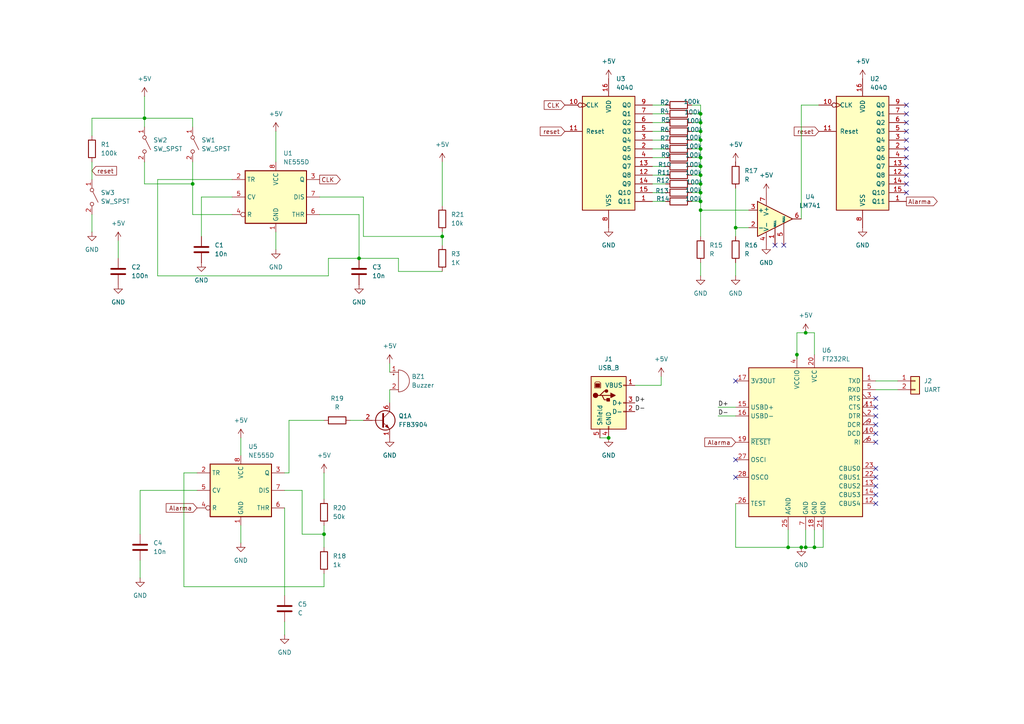
<source format=kicad_sch>
(kicad_sch
	(version 20250114)
	(generator "eeschema")
	(generator_version "9.0")
	(uuid "1da70657-983f-4f99-b6fc-516bbc0ac1f1")
	(paper "A4")
	(lib_symbols
		(symbol "4xxx:4040"
			(pin_names
				(offset 1.016)
			)
			(exclude_from_sim no)
			(in_bom yes)
			(on_board yes)
			(property "Reference" "U"
				(at -7.62 16.51 0)
				(effects
					(font
						(size 1.27 1.27)
					)
				)
			)
			(property "Value" "4040"
				(at -7.62 -19.05 0)
				(effects
					(font
						(size 1.27 1.27)
					)
				)
			)
			(property "Footprint" ""
				(at 0 0 0)
				(effects
					(font
						(size 1.27 1.27)
					)
					(hide yes)
				)
			)
			(property "Datasheet" "http://www.intersil.com/content/dam/Intersil/documents/cd40/cd4020bms-24bms-40bms.pdf"
				(at 0 0 0)
				(effects
					(font
						(size 1.27 1.27)
					)
					(hide yes)
				)
			)
			(property "Description" "Binary Counter 12 stages (Asynchronous)"
				(at 0 0 0)
				(effects
					(font
						(size 1.27 1.27)
					)
					(hide yes)
				)
			)
			(property "ki_locked" ""
				(at 0 0 0)
				(effects
					(font
						(size 1.27 1.27)
					)
				)
			)
			(property "ki_keywords" "CMOS CNT CNT12"
				(at 0 0 0)
				(effects
					(font
						(size 1.27 1.27)
					)
					(hide yes)
				)
			)
			(property "ki_fp_filters" "DIP?16*"
				(at 0 0 0)
				(effects
					(font
						(size 1.27 1.27)
					)
					(hide yes)
				)
			)
			(symbol "4040_1_0"
				(pin input inverted_clock
					(at -12.7 12.7 0)
					(length 5.08)
					(name "CLK"
						(effects
							(font
								(size 1.27 1.27)
							)
						)
					)
					(number "10"
						(effects
							(font
								(size 1.27 1.27)
							)
						)
					)
				)
				(pin input line
					(at -12.7 5.08 0)
					(length 5.08)
					(name "Reset"
						(effects
							(font
								(size 1.27 1.27)
							)
						)
					)
					(number "11"
						(effects
							(font
								(size 1.27 1.27)
							)
						)
					)
				)
				(pin power_in line
					(at 0 20.32 270)
					(length 5.08)
					(name "VDD"
						(effects
							(font
								(size 1.27 1.27)
							)
						)
					)
					(number "16"
						(effects
							(font
								(size 1.27 1.27)
							)
						)
					)
				)
				(pin power_in line
					(at 0 -22.86 90)
					(length 5.08)
					(name "VSS"
						(effects
							(font
								(size 1.27 1.27)
							)
						)
					)
					(number "8"
						(effects
							(font
								(size 1.27 1.27)
							)
						)
					)
				)
				(pin output line
					(at 12.7 12.7 180)
					(length 5.08)
					(name "Q0"
						(effects
							(font
								(size 1.27 1.27)
							)
						)
					)
					(number "9"
						(effects
							(font
								(size 1.27 1.27)
							)
						)
					)
				)
				(pin output line
					(at 12.7 10.16 180)
					(length 5.08)
					(name "Q1"
						(effects
							(font
								(size 1.27 1.27)
							)
						)
					)
					(number "7"
						(effects
							(font
								(size 1.27 1.27)
							)
						)
					)
				)
				(pin output line
					(at 12.7 7.62 180)
					(length 5.08)
					(name "Q2"
						(effects
							(font
								(size 1.27 1.27)
							)
						)
					)
					(number "6"
						(effects
							(font
								(size 1.27 1.27)
							)
						)
					)
				)
				(pin output line
					(at 12.7 5.08 180)
					(length 5.08)
					(name "Q3"
						(effects
							(font
								(size 1.27 1.27)
							)
						)
					)
					(number "5"
						(effects
							(font
								(size 1.27 1.27)
							)
						)
					)
				)
				(pin output line
					(at 12.7 2.54 180)
					(length 5.08)
					(name "Q4"
						(effects
							(font
								(size 1.27 1.27)
							)
						)
					)
					(number "3"
						(effects
							(font
								(size 1.27 1.27)
							)
						)
					)
				)
				(pin output line
					(at 12.7 0 180)
					(length 5.08)
					(name "Q5"
						(effects
							(font
								(size 1.27 1.27)
							)
						)
					)
					(number "2"
						(effects
							(font
								(size 1.27 1.27)
							)
						)
					)
				)
				(pin output line
					(at 12.7 -2.54 180)
					(length 5.08)
					(name "Q6"
						(effects
							(font
								(size 1.27 1.27)
							)
						)
					)
					(number "4"
						(effects
							(font
								(size 1.27 1.27)
							)
						)
					)
				)
				(pin output line
					(at 12.7 -5.08 180)
					(length 5.08)
					(name "Q7"
						(effects
							(font
								(size 1.27 1.27)
							)
						)
					)
					(number "13"
						(effects
							(font
								(size 1.27 1.27)
							)
						)
					)
				)
				(pin output line
					(at 12.7 -7.62 180)
					(length 5.08)
					(name "Q8"
						(effects
							(font
								(size 1.27 1.27)
							)
						)
					)
					(number "12"
						(effects
							(font
								(size 1.27 1.27)
							)
						)
					)
				)
				(pin output line
					(at 12.7 -10.16 180)
					(length 5.08)
					(name "Q9"
						(effects
							(font
								(size 1.27 1.27)
							)
						)
					)
					(number "14"
						(effects
							(font
								(size 1.27 1.27)
							)
						)
					)
				)
				(pin output line
					(at 12.7 -12.7 180)
					(length 5.08)
					(name "Q10"
						(effects
							(font
								(size 1.27 1.27)
							)
						)
					)
					(number "15"
						(effects
							(font
								(size 1.27 1.27)
							)
						)
					)
				)
				(pin output line
					(at 12.7 -15.24 180)
					(length 5.08)
					(name "Q11"
						(effects
							(font
								(size 1.27 1.27)
							)
						)
					)
					(number "1"
						(effects
							(font
								(size 1.27 1.27)
							)
						)
					)
				)
			)
			(symbol "4040_1_1"
				(rectangle
					(start -7.62 15.24)
					(end 7.62 -17.78)
					(stroke
						(width 0.254)
						(type default)
					)
					(fill
						(type background)
					)
				)
			)
			(embedded_fonts no)
		)
		(symbol "Amplifier_Operational:LM741"
			(pin_names
				(offset 0.127)
			)
			(exclude_from_sim no)
			(in_bom yes)
			(on_board yes)
			(property "Reference" "U"
				(at 0 6.35 0)
				(effects
					(font
						(size 1.27 1.27)
					)
					(justify left)
				)
			)
			(property "Value" "LM741"
				(at 0 3.81 0)
				(effects
					(font
						(size 1.27 1.27)
					)
					(justify left)
				)
			)
			(property "Footprint" ""
				(at 1.27 1.27 0)
				(effects
					(font
						(size 1.27 1.27)
					)
					(hide yes)
				)
			)
			(property "Datasheet" "http://www.ti.com/lit/ds/symlink/lm741.pdf"
				(at 3.81 3.81 0)
				(effects
					(font
						(size 1.27 1.27)
					)
					(hide yes)
				)
			)
			(property "Description" "Operational Amplifier, DIP-8/TO-99-8"
				(at 0 0 0)
				(effects
					(font
						(size 1.27 1.27)
					)
					(hide yes)
				)
			)
			(property "ki_keywords" "single opamp"
				(at 0 0 0)
				(effects
					(font
						(size 1.27 1.27)
					)
					(hide yes)
				)
			)
			(property "ki_fp_filters" "SOIC*3.9x4.9mm*P1.27mm* DIP*W7.62mm* TSSOP*3x3mm*P0.65mm*"
				(at 0 0 0)
				(effects
					(font
						(size 1.27 1.27)
					)
					(hide yes)
				)
			)
			(symbol "LM741_0_1"
				(polyline
					(pts
						(xy -5.08 5.08) (xy 5.08 0) (xy -5.08 -5.08) (xy -5.08 5.08)
					)
					(stroke
						(width 0.254)
						(type default)
					)
					(fill
						(type background)
					)
				)
			)
			(symbol "LM741_1_1"
				(pin input line
					(at -7.62 2.54 0)
					(length 2.54)
					(name "+"
						(effects
							(font
								(size 1.27 1.27)
							)
						)
					)
					(number "3"
						(effects
							(font
								(size 1.27 1.27)
							)
						)
					)
				)
				(pin input line
					(at -7.62 -2.54 0)
					(length 2.54)
					(name "-"
						(effects
							(font
								(size 1.27 1.27)
							)
						)
					)
					(number "2"
						(effects
							(font
								(size 1.27 1.27)
							)
						)
					)
				)
				(pin power_in line
					(at -2.54 7.62 270)
					(length 3.81)
					(name "V+"
						(effects
							(font
								(size 1.27 1.27)
							)
						)
					)
					(number "7"
						(effects
							(font
								(size 1.27 1.27)
							)
						)
					)
				)
				(pin power_in line
					(at -2.54 -7.62 90)
					(length 3.81)
					(name "V-"
						(effects
							(font
								(size 1.27 1.27)
							)
						)
					)
					(number "4"
						(effects
							(font
								(size 1.27 1.27)
							)
						)
					)
				)
				(pin no_connect line
					(at 0 2.54 270)
					(length 2.54)
					(hide yes)
					(name "NC"
						(effects
							(font
								(size 1.27 1.27)
							)
						)
					)
					(number "8"
						(effects
							(font
								(size 1.27 1.27)
							)
						)
					)
				)
				(pin input line
					(at 0 -7.62 90)
					(length 5.08)
					(name "NULL"
						(effects
							(font
								(size 0.508 0.508)
							)
						)
					)
					(number "1"
						(effects
							(font
								(size 1.27 1.27)
							)
						)
					)
				)
				(pin input line
					(at 2.54 -7.62 90)
					(length 6.35)
					(name "NULL"
						(effects
							(font
								(size 0.508 0.508)
							)
						)
					)
					(number "5"
						(effects
							(font
								(size 1.27 1.27)
							)
						)
					)
				)
				(pin output line
					(at 7.62 0 180)
					(length 2.54)
					(name "~"
						(effects
							(font
								(size 1.27 1.27)
							)
						)
					)
					(number "6"
						(effects
							(font
								(size 1.27 1.27)
							)
						)
					)
				)
			)
			(embedded_fonts no)
		)
		(symbol "Connector:USB_B"
			(pin_names
				(offset 1.016)
			)
			(exclude_from_sim no)
			(in_bom yes)
			(on_board yes)
			(property "Reference" "J"
				(at -5.08 11.43 0)
				(effects
					(font
						(size 1.27 1.27)
					)
					(justify left)
				)
			)
			(property "Value" "USB_B"
				(at -5.08 8.89 0)
				(effects
					(font
						(size 1.27 1.27)
					)
					(justify left)
				)
			)
			(property "Footprint" ""
				(at 3.81 -1.27 0)
				(effects
					(font
						(size 1.27 1.27)
					)
					(hide yes)
				)
			)
			(property "Datasheet" "~"
				(at 3.81 -1.27 0)
				(effects
					(font
						(size 1.27 1.27)
					)
					(hide yes)
				)
			)
			(property "Description" "USB Type B connector"
				(at 0 0 0)
				(effects
					(font
						(size 1.27 1.27)
					)
					(hide yes)
				)
			)
			(property "ki_keywords" "connector USB"
				(at 0 0 0)
				(effects
					(font
						(size 1.27 1.27)
					)
					(hide yes)
				)
			)
			(property "ki_fp_filters" "USB*"
				(at 0 0 0)
				(effects
					(font
						(size 1.27 1.27)
					)
					(hide yes)
				)
			)
			(symbol "USB_B_0_1"
				(rectangle
					(start -5.08 -7.62)
					(end 5.08 7.62)
					(stroke
						(width 0.254)
						(type default)
					)
					(fill
						(type background)
					)
				)
				(polyline
					(pts
						(xy -4.064 4.318) (xy -2.286 4.318) (xy -2.286 5.715) (xy -2.667 6.096) (xy -3.683 6.096) (xy -4.064 5.715)
						(xy -4.064 4.318)
					)
					(stroke
						(width 0)
						(type default)
					)
					(fill
						(type none)
					)
				)
				(rectangle
					(start -3.81 5.588)
					(end -2.54 4.572)
					(stroke
						(width 0)
						(type default)
					)
					(fill
						(type outline)
					)
				)
				(circle
					(center -3.81 2.159)
					(radius 0.635)
					(stroke
						(width 0.254)
						(type default)
					)
					(fill
						(type outline)
					)
				)
				(polyline
					(pts
						(xy -3.175 2.159) (xy -2.54 2.159) (xy -1.27 3.429) (xy -0.635 3.429)
					)
					(stroke
						(width 0.254)
						(type default)
					)
					(fill
						(type none)
					)
				)
				(polyline
					(pts
						(xy -2.54 2.159) (xy -1.905 2.159) (xy -1.27 0.889) (xy 0 0.889)
					)
					(stroke
						(width 0.254)
						(type default)
					)
					(fill
						(type none)
					)
				)
				(polyline
					(pts
						(xy -1.905 2.159) (xy 0.635 2.159)
					)
					(stroke
						(width 0.254)
						(type default)
					)
					(fill
						(type none)
					)
				)
				(circle
					(center -0.635 3.429)
					(radius 0.381)
					(stroke
						(width 0.254)
						(type default)
					)
					(fill
						(type outline)
					)
				)
				(rectangle
					(start -0.127 -7.62)
					(end 0.127 -6.858)
					(stroke
						(width 0)
						(type default)
					)
					(fill
						(type none)
					)
				)
				(rectangle
					(start 0.254 1.27)
					(end -0.508 0.508)
					(stroke
						(width 0.254)
						(type default)
					)
					(fill
						(type outline)
					)
				)
				(polyline
					(pts
						(xy 0.635 2.794) (xy 0.635 1.524) (xy 1.905 2.159) (xy 0.635 2.794)
					)
					(stroke
						(width 0.254)
						(type default)
					)
					(fill
						(type outline)
					)
				)
				(rectangle
					(start 5.08 4.953)
					(end 4.318 5.207)
					(stroke
						(width 0)
						(type default)
					)
					(fill
						(type none)
					)
				)
				(rectangle
					(start 5.08 -0.127)
					(end 4.318 0.127)
					(stroke
						(width 0)
						(type default)
					)
					(fill
						(type none)
					)
				)
				(rectangle
					(start 5.08 -2.667)
					(end 4.318 -2.413)
					(stroke
						(width 0)
						(type default)
					)
					(fill
						(type none)
					)
				)
			)
			(symbol "USB_B_1_1"
				(pin passive line
					(at -2.54 -10.16 90)
					(length 2.54)
					(name "Shield"
						(effects
							(font
								(size 1.27 1.27)
							)
						)
					)
					(number "5"
						(effects
							(font
								(size 1.27 1.27)
							)
						)
					)
				)
				(pin power_out line
					(at 0 -10.16 90)
					(length 2.54)
					(name "GND"
						(effects
							(font
								(size 1.27 1.27)
							)
						)
					)
					(number "4"
						(effects
							(font
								(size 1.27 1.27)
							)
						)
					)
				)
				(pin power_out line
					(at 7.62 5.08 180)
					(length 2.54)
					(name "VBUS"
						(effects
							(font
								(size 1.27 1.27)
							)
						)
					)
					(number "1"
						(effects
							(font
								(size 1.27 1.27)
							)
						)
					)
				)
				(pin bidirectional line
					(at 7.62 0 180)
					(length 2.54)
					(name "D+"
						(effects
							(font
								(size 1.27 1.27)
							)
						)
					)
					(number "3"
						(effects
							(font
								(size 1.27 1.27)
							)
						)
					)
				)
				(pin bidirectional line
					(at 7.62 -2.54 180)
					(length 2.54)
					(name "D-"
						(effects
							(font
								(size 1.27 1.27)
							)
						)
					)
					(number "2"
						(effects
							(font
								(size 1.27 1.27)
							)
						)
					)
				)
			)
			(embedded_fonts no)
		)
		(symbol "Connector_Generic:Conn_01x02"
			(pin_names
				(offset 1.016)
				(hide yes)
			)
			(exclude_from_sim no)
			(in_bom yes)
			(on_board yes)
			(property "Reference" "J"
				(at 0 2.54 0)
				(effects
					(font
						(size 1.27 1.27)
					)
				)
			)
			(property "Value" "Conn_01x02"
				(at 0 -5.08 0)
				(effects
					(font
						(size 1.27 1.27)
					)
				)
			)
			(property "Footprint" ""
				(at 0 0 0)
				(effects
					(font
						(size 1.27 1.27)
					)
					(hide yes)
				)
			)
			(property "Datasheet" "~"
				(at 0 0 0)
				(effects
					(font
						(size 1.27 1.27)
					)
					(hide yes)
				)
			)
			(property "Description" "Generic connector, single row, 01x02, script generated (kicad-library-utils/schlib/autogen/connector/)"
				(at 0 0 0)
				(effects
					(font
						(size 1.27 1.27)
					)
					(hide yes)
				)
			)
			(property "ki_keywords" "connector"
				(at 0 0 0)
				(effects
					(font
						(size 1.27 1.27)
					)
					(hide yes)
				)
			)
			(property "ki_fp_filters" "Connector*:*_1x??_*"
				(at 0 0 0)
				(effects
					(font
						(size 1.27 1.27)
					)
					(hide yes)
				)
			)
			(symbol "Conn_01x02_1_1"
				(rectangle
					(start -1.27 1.27)
					(end 1.27 -3.81)
					(stroke
						(width 0.254)
						(type default)
					)
					(fill
						(type background)
					)
				)
				(rectangle
					(start -1.27 0.127)
					(end 0 -0.127)
					(stroke
						(width 0.1524)
						(type default)
					)
					(fill
						(type none)
					)
				)
				(rectangle
					(start -1.27 -2.413)
					(end 0 -2.667)
					(stroke
						(width 0.1524)
						(type default)
					)
					(fill
						(type none)
					)
				)
				(pin passive line
					(at -5.08 0 0)
					(length 3.81)
					(name "Pin_1"
						(effects
							(font
								(size 1.27 1.27)
							)
						)
					)
					(number "1"
						(effects
							(font
								(size 1.27 1.27)
							)
						)
					)
				)
				(pin passive line
					(at -5.08 -2.54 0)
					(length 3.81)
					(name "Pin_2"
						(effects
							(font
								(size 1.27 1.27)
							)
						)
					)
					(number "2"
						(effects
							(font
								(size 1.27 1.27)
							)
						)
					)
				)
			)
			(embedded_fonts no)
		)
		(symbol "Device:Buzzer"
			(pin_names
				(offset 0.0254)
				(hide yes)
			)
			(exclude_from_sim no)
			(in_bom yes)
			(on_board yes)
			(property "Reference" "BZ"
				(at 3.81 1.27 0)
				(effects
					(font
						(size 1.27 1.27)
					)
					(justify left)
				)
			)
			(property "Value" "Buzzer"
				(at 3.81 -1.27 0)
				(effects
					(font
						(size 1.27 1.27)
					)
					(justify left)
				)
			)
			(property "Footprint" ""
				(at -0.635 2.54 90)
				(effects
					(font
						(size 1.27 1.27)
					)
					(hide yes)
				)
			)
			(property "Datasheet" "~"
				(at -0.635 2.54 90)
				(effects
					(font
						(size 1.27 1.27)
					)
					(hide yes)
				)
			)
			(property "Description" "Buzzer, polarized"
				(at 0 0 0)
				(effects
					(font
						(size 1.27 1.27)
					)
					(hide yes)
				)
			)
			(property "ki_keywords" "quartz resonator ceramic"
				(at 0 0 0)
				(effects
					(font
						(size 1.27 1.27)
					)
					(hide yes)
				)
			)
			(property "ki_fp_filters" "*Buzzer*"
				(at 0 0 0)
				(effects
					(font
						(size 1.27 1.27)
					)
					(hide yes)
				)
			)
			(symbol "Buzzer_0_1"
				(polyline
					(pts
						(xy -1.651 1.905) (xy -1.143 1.905)
					)
					(stroke
						(width 0)
						(type default)
					)
					(fill
						(type none)
					)
				)
				(polyline
					(pts
						(xy -1.397 2.159) (xy -1.397 1.651)
					)
					(stroke
						(width 0)
						(type default)
					)
					(fill
						(type none)
					)
				)
				(arc
					(start 0 3.175)
					(mid 3.1612 0)
					(end 0 -3.175)
					(stroke
						(width 0)
						(type default)
					)
					(fill
						(type none)
					)
				)
				(polyline
					(pts
						(xy 0 3.175) (xy 0 -3.175)
					)
					(stroke
						(width 0)
						(type default)
					)
					(fill
						(type none)
					)
				)
			)
			(symbol "Buzzer_1_1"
				(pin passive line
					(at -2.54 2.54 0)
					(length 2.54)
					(name "+"
						(effects
							(font
								(size 1.27 1.27)
							)
						)
					)
					(number "1"
						(effects
							(font
								(size 1.27 1.27)
							)
						)
					)
				)
				(pin passive line
					(at -2.54 -2.54 0)
					(length 2.54)
					(name "-"
						(effects
							(font
								(size 1.27 1.27)
							)
						)
					)
					(number "2"
						(effects
							(font
								(size 1.27 1.27)
							)
						)
					)
				)
			)
			(embedded_fonts no)
		)
		(symbol "Device:C"
			(pin_numbers
				(hide yes)
			)
			(pin_names
				(offset 0.254)
			)
			(exclude_from_sim no)
			(in_bom yes)
			(on_board yes)
			(property "Reference" "C"
				(at 0.635 2.54 0)
				(effects
					(font
						(size 1.27 1.27)
					)
					(justify left)
				)
			)
			(property "Value" "C"
				(at 0.635 -2.54 0)
				(effects
					(font
						(size 1.27 1.27)
					)
					(justify left)
				)
			)
			(property "Footprint" ""
				(at 0.9652 -3.81 0)
				(effects
					(font
						(size 1.27 1.27)
					)
					(hide yes)
				)
			)
			(property "Datasheet" "~"
				(at 0 0 0)
				(effects
					(font
						(size 1.27 1.27)
					)
					(hide yes)
				)
			)
			(property "Description" "Unpolarized capacitor"
				(at 0 0 0)
				(effects
					(font
						(size 1.27 1.27)
					)
					(hide yes)
				)
			)
			(property "ki_keywords" "cap capacitor"
				(at 0 0 0)
				(effects
					(font
						(size 1.27 1.27)
					)
					(hide yes)
				)
			)
			(property "ki_fp_filters" "C_*"
				(at 0 0 0)
				(effects
					(font
						(size 1.27 1.27)
					)
					(hide yes)
				)
			)
			(symbol "C_0_1"
				(polyline
					(pts
						(xy -2.032 0.762) (xy 2.032 0.762)
					)
					(stroke
						(width 0.508)
						(type default)
					)
					(fill
						(type none)
					)
				)
				(polyline
					(pts
						(xy -2.032 -0.762) (xy 2.032 -0.762)
					)
					(stroke
						(width 0.508)
						(type default)
					)
					(fill
						(type none)
					)
				)
			)
			(symbol "C_1_1"
				(pin passive line
					(at 0 3.81 270)
					(length 2.794)
					(name "~"
						(effects
							(font
								(size 1.27 1.27)
							)
						)
					)
					(number "1"
						(effects
							(font
								(size 1.27 1.27)
							)
						)
					)
				)
				(pin passive line
					(at 0 -3.81 90)
					(length 2.794)
					(name "~"
						(effects
							(font
								(size 1.27 1.27)
							)
						)
					)
					(number "2"
						(effects
							(font
								(size 1.27 1.27)
							)
						)
					)
				)
			)
			(embedded_fonts no)
		)
		(symbol "Device:R"
			(pin_numbers
				(hide yes)
			)
			(pin_names
				(offset 0)
			)
			(exclude_from_sim no)
			(in_bom yes)
			(on_board yes)
			(property "Reference" "R"
				(at 2.032 0 90)
				(effects
					(font
						(size 1.27 1.27)
					)
				)
			)
			(property "Value" "R"
				(at 0 0 90)
				(effects
					(font
						(size 1.27 1.27)
					)
				)
			)
			(property "Footprint" ""
				(at -1.778 0 90)
				(effects
					(font
						(size 1.27 1.27)
					)
					(hide yes)
				)
			)
			(property "Datasheet" "~"
				(at 0 0 0)
				(effects
					(font
						(size 1.27 1.27)
					)
					(hide yes)
				)
			)
			(property "Description" "Resistor"
				(at 0 0 0)
				(effects
					(font
						(size 1.27 1.27)
					)
					(hide yes)
				)
			)
			(property "ki_keywords" "R res resistor"
				(at 0 0 0)
				(effects
					(font
						(size 1.27 1.27)
					)
					(hide yes)
				)
			)
			(property "ki_fp_filters" "R_*"
				(at 0 0 0)
				(effects
					(font
						(size 1.27 1.27)
					)
					(hide yes)
				)
			)
			(symbol "R_0_1"
				(rectangle
					(start -1.016 -2.54)
					(end 1.016 2.54)
					(stroke
						(width 0.254)
						(type default)
					)
					(fill
						(type none)
					)
				)
			)
			(symbol "R_1_1"
				(pin passive line
					(at 0 3.81 270)
					(length 1.27)
					(name "~"
						(effects
							(font
								(size 1.27 1.27)
							)
						)
					)
					(number "1"
						(effects
							(font
								(size 1.27 1.27)
							)
						)
					)
				)
				(pin passive line
					(at 0 -3.81 90)
					(length 1.27)
					(name "~"
						(effects
							(font
								(size 1.27 1.27)
							)
						)
					)
					(number "2"
						(effects
							(font
								(size 1.27 1.27)
							)
						)
					)
				)
			)
			(embedded_fonts no)
		)
		(symbol "Interface_USB:FT232RL"
			(exclude_from_sim no)
			(in_bom yes)
			(on_board yes)
			(property "Reference" "U"
				(at -16.51 22.86 0)
				(effects
					(font
						(size 1.27 1.27)
					)
					(justify left)
				)
			)
			(property "Value" "FT232RL"
				(at 10.16 22.86 0)
				(effects
					(font
						(size 1.27 1.27)
					)
					(justify left)
				)
			)
			(property "Footprint" "Package_SO:SSOP-28_5.3x10.2mm_P0.65mm"
				(at 27.94 -22.86 0)
				(effects
					(font
						(size 1.27 1.27)
					)
					(hide yes)
				)
			)
			(property "Datasheet" "https://www.ftdichip.com/Support/Documents/DataSheets/ICs/DS_FT232R.pdf"
				(at 0 0 0)
				(effects
					(font
						(size 1.27 1.27)
					)
					(hide yes)
				)
			)
			(property "Description" "USB to Serial Interface, SSOP-28"
				(at 0 0 0)
				(effects
					(font
						(size 1.27 1.27)
					)
					(hide yes)
				)
			)
			(property "ki_keywords" "FTDI USB Serial"
				(at 0 0 0)
				(effects
					(font
						(size 1.27 1.27)
					)
					(hide yes)
				)
			)
			(property "ki_fp_filters" "SSOP*5.3x10.2mm*P0.65mm*"
				(at 0 0 0)
				(effects
					(font
						(size 1.27 1.27)
					)
					(hide yes)
				)
			)
			(symbol "FT232RL_0_1"
				(rectangle
					(start -16.51 21.59)
					(end 16.51 -21.59)
					(stroke
						(width 0.254)
						(type default)
					)
					(fill
						(type background)
					)
				)
			)
			(symbol "FT232RL_1_1"
				(pin power_out line
					(at -20.32 17.78 0)
					(length 3.81)
					(name "3V3OUT"
						(effects
							(font
								(size 1.27 1.27)
							)
						)
					)
					(number "17"
						(effects
							(font
								(size 1.27 1.27)
							)
						)
					)
				)
				(pin bidirectional line
					(at -20.32 10.16 0)
					(length 3.81)
					(name "USBD+"
						(effects
							(font
								(size 1.27 1.27)
							)
						)
					)
					(number "15"
						(effects
							(font
								(size 1.27 1.27)
							)
						)
					)
				)
				(pin bidirectional line
					(at -20.32 7.62 0)
					(length 3.81)
					(name "USBD-"
						(effects
							(font
								(size 1.27 1.27)
							)
						)
					)
					(number "16"
						(effects
							(font
								(size 1.27 1.27)
							)
						)
					)
				)
				(pin input line
					(at -20.32 0 0)
					(length 3.81)
					(name "~{RESET}"
						(effects
							(font
								(size 1.27 1.27)
							)
						)
					)
					(number "19"
						(effects
							(font
								(size 1.27 1.27)
							)
						)
					)
				)
				(pin input line
					(at -20.32 -5.08 0)
					(length 3.81)
					(name "OSCI"
						(effects
							(font
								(size 1.27 1.27)
							)
						)
					)
					(number "27"
						(effects
							(font
								(size 1.27 1.27)
							)
						)
					)
				)
				(pin output line
					(at -20.32 -10.16 0)
					(length 3.81)
					(name "OSCO"
						(effects
							(font
								(size 1.27 1.27)
							)
						)
					)
					(number "28"
						(effects
							(font
								(size 1.27 1.27)
							)
						)
					)
				)
				(pin input line
					(at -20.32 -17.78 0)
					(length 3.81)
					(name "TEST"
						(effects
							(font
								(size 1.27 1.27)
							)
						)
					)
					(number "26"
						(effects
							(font
								(size 1.27 1.27)
							)
						)
					)
				)
				(pin power_in line
					(at -5.08 -25.4 90)
					(length 3.81)
					(name "AGND"
						(effects
							(font
								(size 1.27 1.27)
							)
						)
					)
					(number "25"
						(effects
							(font
								(size 1.27 1.27)
							)
						)
					)
				)
				(pin power_in line
					(at -2.54 25.4 270)
					(length 3.81)
					(name "VCCIO"
						(effects
							(font
								(size 1.27 1.27)
							)
						)
					)
					(number "4"
						(effects
							(font
								(size 1.27 1.27)
							)
						)
					)
				)
				(pin power_in line
					(at 0 -25.4 90)
					(length 3.81)
					(name "GND"
						(effects
							(font
								(size 1.27 1.27)
							)
						)
					)
					(number "7"
						(effects
							(font
								(size 1.27 1.27)
							)
						)
					)
				)
				(pin power_in line
					(at 2.54 25.4 270)
					(length 3.81)
					(name "VCC"
						(effects
							(font
								(size 1.27 1.27)
							)
						)
					)
					(number "20"
						(effects
							(font
								(size 1.27 1.27)
							)
						)
					)
				)
				(pin power_in line
					(at 2.54 -25.4 90)
					(length 3.81)
					(name "GND"
						(effects
							(font
								(size 1.27 1.27)
							)
						)
					)
					(number "18"
						(effects
							(font
								(size 1.27 1.27)
							)
						)
					)
				)
				(pin power_in line
					(at 5.08 -25.4 90)
					(length 3.81)
					(name "GND"
						(effects
							(font
								(size 1.27 1.27)
							)
						)
					)
					(number "21"
						(effects
							(font
								(size 1.27 1.27)
							)
						)
					)
				)
				(pin output line
					(at 20.32 17.78 180)
					(length 3.81)
					(name "TXD"
						(effects
							(font
								(size 1.27 1.27)
							)
						)
					)
					(number "1"
						(effects
							(font
								(size 1.27 1.27)
							)
						)
					)
				)
				(pin input line
					(at 20.32 15.24 180)
					(length 3.81)
					(name "RXD"
						(effects
							(font
								(size 1.27 1.27)
							)
						)
					)
					(number "5"
						(effects
							(font
								(size 1.27 1.27)
							)
						)
					)
				)
				(pin output output_low
					(at 20.32 12.7 180)
					(length 3.81)
					(name "RTS"
						(effects
							(font
								(size 1.27 1.27)
							)
						)
					)
					(number "3"
						(effects
							(font
								(size 1.27 1.27)
							)
						)
					)
				)
				(pin input input_low
					(at 20.32 10.16 180)
					(length 3.81)
					(name "CTS"
						(effects
							(font
								(size 1.27 1.27)
							)
						)
					)
					(number "11"
						(effects
							(font
								(size 1.27 1.27)
							)
						)
					)
				)
				(pin output output_low
					(at 20.32 7.62 180)
					(length 3.81)
					(name "DTR"
						(effects
							(font
								(size 1.27 1.27)
							)
						)
					)
					(number "2"
						(effects
							(font
								(size 1.27 1.27)
							)
						)
					)
				)
				(pin input input_low
					(at 20.32 5.08 180)
					(length 3.81)
					(name "DCR"
						(effects
							(font
								(size 1.27 1.27)
							)
						)
					)
					(number "9"
						(effects
							(font
								(size 1.27 1.27)
							)
						)
					)
				)
				(pin input input_low
					(at 20.32 2.54 180)
					(length 3.81)
					(name "DCD"
						(effects
							(font
								(size 1.27 1.27)
							)
						)
					)
					(number "10"
						(effects
							(font
								(size 1.27 1.27)
							)
						)
					)
				)
				(pin input input_low
					(at 20.32 0 180)
					(length 3.81)
					(name "RI"
						(effects
							(font
								(size 1.27 1.27)
							)
						)
					)
					(number "6"
						(effects
							(font
								(size 1.27 1.27)
							)
						)
					)
				)
				(pin bidirectional line
					(at 20.32 -7.62 180)
					(length 3.81)
					(name "CBUS0"
						(effects
							(font
								(size 1.27 1.27)
							)
						)
					)
					(number "23"
						(effects
							(font
								(size 1.27 1.27)
							)
						)
					)
				)
				(pin bidirectional line
					(at 20.32 -10.16 180)
					(length 3.81)
					(name "CBUS1"
						(effects
							(font
								(size 1.27 1.27)
							)
						)
					)
					(number "22"
						(effects
							(font
								(size 1.27 1.27)
							)
						)
					)
				)
				(pin bidirectional line
					(at 20.32 -12.7 180)
					(length 3.81)
					(name "CBUS2"
						(effects
							(font
								(size 1.27 1.27)
							)
						)
					)
					(number "13"
						(effects
							(font
								(size 1.27 1.27)
							)
						)
					)
				)
				(pin bidirectional line
					(at 20.32 -15.24 180)
					(length 3.81)
					(name "CBUS3"
						(effects
							(font
								(size 1.27 1.27)
							)
						)
					)
					(number "14"
						(effects
							(font
								(size 1.27 1.27)
							)
						)
					)
				)
				(pin bidirectional line
					(at 20.32 -17.78 180)
					(length 3.81)
					(name "CBUS4"
						(effects
							(font
								(size 1.27 1.27)
							)
						)
					)
					(number "12"
						(effects
							(font
								(size 1.27 1.27)
							)
						)
					)
				)
			)
			(embedded_fonts no)
		)
		(symbol "Switch:SW_SPST"
			(pin_names
				(offset 0)
				(hide yes)
			)
			(exclude_from_sim no)
			(in_bom yes)
			(on_board yes)
			(property "Reference" "SW"
				(at 0 3.175 0)
				(effects
					(font
						(size 1.27 1.27)
					)
				)
			)
			(property "Value" "SW_SPST"
				(at 0 -2.54 0)
				(effects
					(font
						(size 1.27 1.27)
					)
				)
			)
			(property "Footprint" ""
				(at 0 0 0)
				(effects
					(font
						(size 1.27 1.27)
					)
					(hide yes)
				)
			)
			(property "Datasheet" "~"
				(at 0 0 0)
				(effects
					(font
						(size 1.27 1.27)
					)
					(hide yes)
				)
			)
			(property "Description" "Single Pole Single Throw (SPST) switch"
				(at 0 0 0)
				(effects
					(font
						(size 1.27 1.27)
					)
					(hide yes)
				)
			)
			(property "ki_keywords" "switch lever"
				(at 0 0 0)
				(effects
					(font
						(size 1.27 1.27)
					)
					(hide yes)
				)
			)
			(symbol "SW_SPST_0_0"
				(circle
					(center -2.032 0)
					(radius 0.508)
					(stroke
						(width 0)
						(type default)
					)
					(fill
						(type none)
					)
				)
				(polyline
					(pts
						(xy -1.524 0.254) (xy 1.524 1.778)
					)
					(stroke
						(width 0)
						(type default)
					)
					(fill
						(type none)
					)
				)
				(circle
					(center 2.032 0)
					(radius 0.508)
					(stroke
						(width 0)
						(type default)
					)
					(fill
						(type none)
					)
				)
			)
			(symbol "SW_SPST_1_1"
				(pin passive line
					(at -5.08 0 0)
					(length 2.54)
					(name "A"
						(effects
							(font
								(size 1.27 1.27)
							)
						)
					)
					(number "1"
						(effects
							(font
								(size 1.27 1.27)
							)
						)
					)
				)
				(pin passive line
					(at 5.08 0 180)
					(length 2.54)
					(name "B"
						(effects
							(font
								(size 1.27 1.27)
							)
						)
					)
					(number "2"
						(effects
							(font
								(size 1.27 1.27)
							)
						)
					)
				)
			)
			(embedded_fonts no)
		)
		(symbol "Timer:NE555D"
			(exclude_from_sim no)
			(in_bom yes)
			(on_board yes)
			(property "Reference" "U"
				(at -10.16 8.89 0)
				(effects
					(font
						(size 1.27 1.27)
					)
					(justify left)
				)
			)
			(property "Value" "NE555D"
				(at 2.54 8.89 0)
				(effects
					(font
						(size 1.27 1.27)
					)
					(justify left)
				)
			)
			(property "Footprint" "Package_SO:SOIC-8_3.9x4.9mm_P1.27mm"
				(at 21.59 -10.16 0)
				(effects
					(font
						(size 1.27 1.27)
					)
					(hide yes)
				)
			)
			(property "Datasheet" "http://www.ti.com/lit/ds/symlink/ne555.pdf"
				(at 21.59 -10.16 0)
				(effects
					(font
						(size 1.27 1.27)
					)
					(hide yes)
				)
			)
			(property "Description" "Precision Timers, 555 compatible, SOIC-8"
				(at 0 0 0)
				(effects
					(font
						(size 1.27 1.27)
					)
					(hide yes)
				)
			)
			(property "ki_keywords" "single timer 555"
				(at 0 0 0)
				(effects
					(font
						(size 1.27 1.27)
					)
					(hide yes)
				)
			)
			(property "ki_fp_filters" "SOIC*3.9x4.9mm*P1.27mm*"
				(at 0 0 0)
				(effects
					(font
						(size 1.27 1.27)
					)
					(hide yes)
				)
			)
			(symbol "NE555D_0_0"
				(pin power_in line
					(at 0 10.16 270)
					(length 2.54)
					(name "VCC"
						(effects
							(font
								(size 1.27 1.27)
							)
						)
					)
					(number "8"
						(effects
							(font
								(size 1.27 1.27)
							)
						)
					)
				)
				(pin power_in line
					(at 0 -10.16 90)
					(length 2.54)
					(name "GND"
						(effects
							(font
								(size 1.27 1.27)
							)
						)
					)
					(number "1"
						(effects
							(font
								(size 1.27 1.27)
							)
						)
					)
				)
			)
			(symbol "NE555D_0_1"
				(rectangle
					(start -8.89 -7.62)
					(end 8.89 7.62)
					(stroke
						(width 0.254)
						(type default)
					)
					(fill
						(type background)
					)
				)
				(rectangle
					(start -8.89 -7.62)
					(end 8.89 7.62)
					(stroke
						(width 0.254)
						(type default)
					)
					(fill
						(type background)
					)
				)
			)
			(symbol "NE555D_1_1"
				(pin input line
					(at -12.7 5.08 0)
					(length 3.81)
					(name "TR"
						(effects
							(font
								(size 1.27 1.27)
							)
						)
					)
					(number "2"
						(effects
							(font
								(size 1.27 1.27)
							)
						)
					)
				)
				(pin input line
					(at -12.7 0 0)
					(length 3.81)
					(name "CV"
						(effects
							(font
								(size 1.27 1.27)
							)
						)
					)
					(number "5"
						(effects
							(font
								(size 1.27 1.27)
							)
						)
					)
				)
				(pin input inverted
					(at -12.7 -5.08 0)
					(length 3.81)
					(name "R"
						(effects
							(font
								(size 1.27 1.27)
							)
						)
					)
					(number "4"
						(effects
							(font
								(size 1.27 1.27)
							)
						)
					)
				)
				(pin output line
					(at 12.7 5.08 180)
					(length 3.81)
					(name "Q"
						(effects
							(font
								(size 1.27 1.27)
							)
						)
					)
					(number "3"
						(effects
							(font
								(size 1.27 1.27)
							)
						)
					)
				)
				(pin input line
					(at 12.7 0 180)
					(length 3.81)
					(name "DIS"
						(effects
							(font
								(size 1.27 1.27)
							)
						)
					)
					(number "7"
						(effects
							(font
								(size 1.27 1.27)
							)
						)
					)
				)
				(pin input line
					(at 12.7 -5.08 180)
					(length 3.81)
					(name "THR"
						(effects
							(font
								(size 1.27 1.27)
							)
						)
					)
					(number "6"
						(effects
							(font
								(size 1.27 1.27)
							)
						)
					)
				)
			)
			(embedded_fonts no)
		)
		(symbol "Transistor_BJT:FFB3904"
			(pin_names
				(offset 0)
				(hide yes)
			)
			(exclude_from_sim no)
			(in_bom yes)
			(on_board yes)
			(property "Reference" "Q"
				(at 5.08 1.27 0)
				(effects
					(font
						(size 1.27 1.27)
					)
					(justify left)
				)
			)
			(property "Value" "FFB3904"
				(at 5.08 -1.27 0)
				(effects
					(font
						(size 1.27 1.27)
					)
					(justify left)
				)
			)
			(property "Footprint" "Package_TO_SOT_SMD:SOT-363_SC-70-6"
				(at 5.08 2.54 0)
				(effects
					(font
						(size 1.27 1.27)
					)
					(hide yes)
				)
			)
			(property "Datasheet" "https://www.onsemi.com/pub/Collateral/MMPQ3904-D.pdf"
				(at 0 0 0)
				(effects
					(font
						(size 1.27 1.27)
					)
					(hide yes)
				)
			)
			(property "Description" "200mA IC, 40V Vce, Dual NPN/NPN Transistors, SOT-363"
				(at 0 0 0)
				(effects
					(font
						(size 1.27 1.27)
					)
					(hide yes)
				)
			)
			(property "ki_locked" ""
				(at 0 0 0)
				(effects
					(font
						(size 1.27 1.27)
					)
				)
			)
			(property "ki_keywords" "NPN/NPN Transistor"
				(at 0 0 0)
				(effects
					(font
						(size 1.27 1.27)
					)
					(hide yes)
				)
			)
			(property "ki_fp_filters" "SOT?363*"
				(at 0 0 0)
				(effects
					(font
						(size 1.27 1.27)
					)
					(hide yes)
				)
			)
			(symbol "FFB3904_0_1"
				(polyline
					(pts
						(xy 0.635 1.905) (xy 0.635 -1.905)
					)
					(stroke
						(width 0.508)
						(type default)
					)
					(fill
						(type none)
					)
				)
				(polyline
					(pts
						(xy 0.635 0.635) (xy 2.54 2.54)
					)
					(stroke
						(width 0)
						(type default)
					)
					(fill
						(type none)
					)
				)
				(polyline
					(pts
						(xy 0.635 0) (xy -2.54 0)
					)
					(stroke
						(width 0)
						(type default)
					)
					(fill
						(type none)
					)
				)
				(polyline
					(pts
						(xy 0.635 -0.635) (xy 2.54 -2.54)
					)
					(stroke
						(width 0)
						(type default)
					)
					(fill
						(type none)
					)
				)
				(circle
					(center 1.27 0)
					(radius 2.8194)
					(stroke
						(width 0.254)
						(type default)
					)
					(fill
						(type none)
					)
				)
				(polyline
					(pts
						(xy 1.27 -1.778) (xy 1.778 -1.27) (xy 2.286 -2.286) (xy 1.27 -1.778)
					)
					(stroke
						(width 0)
						(type default)
					)
					(fill
						(type outline)
					)
				)
			)
			(symbol "FFB3904_1_1"
				(pin input line
					(at -5.08 0 0)
					(length 2.54)
					(name "B1"
						(effects
							(font
								(size 1.27 1.27)
							)
						)
					)
					(number "2"
						(effects
							(font
								(size 1.27 1.27)
							)
						)
					)
				)
				(pin passive line
					(at 2.54 5.08 270)
					(length 2.54)
					(name "C1"
						(effects
							(font
								(size 1.27 1.27)
							)
						)
					)
					(number "6"
						(effects
							(font
								(size 1.27 1.27)
							)
						)
					)
				)
				(pin passive line
					(at 2.54 -5.08 90)
					(length 2.54)
					(name "E1"
						(effects
							(font
								(size 1.27 1.27)
							)
						)
					)
					(number "1"
						(effects
							(font
								(size 1.27 1.27)
							)
						)
					)
				)
			)
			(symbol "FFB3904_2_1"
				(pin input line
					(at -5.08 0 0)
					(length 2.54)
					(name "B2"
						(effects
							(font
								(size 1.27 1.27)
							)
						)
					)
					(number "5"
						(effects
							(font
								(size 1.27 1.27)
							)
						)
					)
				)
				(pin passive line
					(at 2.54 5.08 270)
					(length 2.54)
					(name "C2"
						(effects
							(font
								(size 1.27 1.27)
							)
						)
					)
					(number "3"
						(effects
							(font
								(size 1.27 1.27)
							)
						)
					)
				)
				(pin passive line
					(at 2.54 -5.08 90)
					(length 2.54)
					(name "E2"
						(effects
							(font
								(size 1.27 1.27)
							)
						)
					)
					(number "4"
						(effects
							(font
								(size 1.27 1.27)
							)
						)
					)
				)
			)
			(embedded_fonts no)
		)
		(symbol "power:+5V"
			(power)
			(pin_numbers
				(hide yes)
			)
			(pin_names
				(offset 0)
				(hide yes)
			)
			(exclude_from_sim no)
			(in_bom yes)
			(on_board yes)
			(property "Reference" "#PWR"
				(at 0 -3.81 0)
				(effects
					(font
						(size 1.27 1.27)
					)
					(hide yes)
				)
			)
			(property "Value" "+5V"
				(at 0 3.556 0)
				(effects
					(font
						(size 1.27 1.27)
					)
				)
			)
			(property "Footprint" ""
				(at 0 0 0)
				(effects
					(font
						(size 1.27 1.27)
					)
					(hide yes)
				)
			)
			(property "Datasheet" ""
				(at 0 0 0)
				(effects
					(font
						(size 1.27 1.27)
					)
					(hide yes)
				)
			)
			(property "Description" "Power symbol creates a global label with name \"+5V\""
				(at 0 0 0)
				(effects
					(font
						(size 1.27 1.27)
					)
					(hide yes)
				)
			)
			(property "ki_keywords" "global power"
				(at 0 0 0)
				(effects
					(font
						(size 1.27 1.27)
					)
					(hide yes)
				)
			)
			(symbol "+5V_0_1"
				(polyline
					(pts
						(xy -0.762 1.27) (xy 0 2.54)
					)
					(stroke
						(width 0)
						(type default)
					)
					(fill
						(type none)
					)
				)
				(polyline
					(pts
						(xy 0 2.54) (xy 0.762 1.27)
					)
					(stroke
						(width 0)
						(type default)
					)
					(fill
						(type none)
					)
				)
				(polyline
					(pts
						(xy 0 0) (xy 0 2.54)
					)
					(stroke
						(width 0)
						(type default)
					)
					(fill
						(type none)
					)
				)
			)
			(symbol "+5V_1_1"
				(pin power_in line
					(at 0 0 90)
					(length 0)
					(name "~"
						(effects
							(font
								(size 1.27 1.27)
							)
						)
					)
					(number "1"
						(effects
							(font
								(size 1.27 1.27)
							)
						)
					)
				)
			)
			(embedded_fonts no)
		)
		(symbol "power:GND"
			(power)
			(pin_numbers
				(hide yes)
			)
			(pin_names
				(offset 0)
				(hide yes)
			)
			(exclude_from_sim no)
			(in_bom yes)
			(on_board yes)
			(property "Reference" "#PWR"
				(at 0 -6.35 0)
				(effects
					(font
						(size 1.27 1.27)
					)
					(hide yes)
				)
			)
			(property "Value" "GND"
				(at 0 -3.81 0)
				(effects
					(font
						(size 1.27 1.27)
					)
				)
			)
			(property "Footprint" ""
				(at 0 0 0)
				(effects
					(font
						(size 1.27 1.27)
					)
					(hide yes)
				)
			)
			(property "Datasheet" ""
				(at 0 0 0)
				(effects
					(font
						(size 1.27 1.27)
					)
					(hide yes)
				)
			)
			(property "Description" "Power symbol creates a global label with name \"GND\" , ground"
				(at 0 0 0)
				(effects
					(font
						(size 1.27 1.27)
					)
					(hide yes)
				)
			)
			(property "ki_keywords" "global power"
				(at 0 0 0)
				(effects
					(font
						(size 1.27 1.27)
					)
					(hide yes)
				)
			)
			(symbol "GND_0_1"
				(polyline
					(pts
						(xy 0 0) (xy 0 -1.27) (xy 1.27 -1.27) (xy 0 -2.54) (xy -1.27 -1.27) (xy 0 -1.27)
					)
					(stroke
						(width 0)
						(type default)
					)
					(fill
						(type none)
					)
				)
			)
			(symbol "GND_1_1"
				(pin power_in line
					(at 0 0 270)
					(length 0)
					(name "~"
						(effects
							(font
								(size 1.27 1.27)
							)
						)
					)
					(number "1"
						(effects
							(font
								(size 1.27 1.27)
							)
						)
					)
				)
			)
			(embedded_fonts no)
		)
	)
	(junction
		(at 203.2 45.72)
		(diameter 0)
		(color 0 0 0 0)
		(uuid "01a624f5-07c2-4f54-b753-7b146e777338")
	)
	(junction
		(at 176.53 127)
		(diameter 0)
		(color 0 0 0 0)
		(uuid "030e8ced-1fe7-40b6-9857-42bab8c24f3a")
	)
	(junction
		(at 228.6 158.75)
		(diameter 0)
		(color 0 0 0 0)
		(uuid "08000927-3229-4bdf-98cf-4b1688c1b760")
	)
	(junction
		(at 231.14 102.87)
		(diameter 0)
		(color 0 0 0 0)
		(uuid "13cd2476-d946-45f3-a0df-015c87bd4a09")
	)
	(junction
		(at 233.68 158.75)
		(diameter 0)
		(color 0 0 0 0)
		(uuid "1cc4100b-fd56-422a-ba9b-0ea0ac4fdf7c")
	)
	(junction
		(at 203.2 43.18)
		(diameter 0)
		(color 0 0 0 0)
		(uuid "2fe868f9-3496-411d-bd29-4bef9e52cc45")
	)
	(junction
		(at 213.36 66.04)
		(diameter 0)
		(color 0 0 0 0)
		(uuid "301e8cc6-ceca-4b22-b2e5-9bfcdd45a27c")
	)
	(junction
		(at 203.2 60.96)
		(diameter 0)
		(color 0 0 0 0)
		(uuid "38de7528-f2b0-4ed7-9974-b6224df430ca")
	)
	(junction
		(at 236.22 158.75)
		(diameter 0)
		(color 0 0 0 0)
		(uuid "3a71c0b0-ae3f-4e63-b6d8-e4aac2a6172e")
	)
	(junction
		(at 55.88 53.34)
		(diameter 0)
		(color 0 0 0 0)
		(uuid "48866d66-86c9-4870-9e58-b2f4c90868e5")
	)
	(junction
		(at 128.27 68.58)
		(diameter 0)
		(color 0 0 0 0)
		(uuid "605ce15d-817e-4e9c-82b0-61a950d8c950")
	)
	(junction
		(at 233.68 96.52)
		(diameter 0)
		(color 0 0 0 0)
		(uuid "69376602-3c83-49ed-aeaa-0c2f14d67a23")
	)
	(junction
		(at 203.2 58.42)
		(diameter 0)
		(color 0 0 0 0)
		(uuid "6a98d484-1496-4a5e-b7ab-b2e7c502eb81")
	)
	(junction
		(at 203.2 40.64)
		(diameter 0)
		(color 0 0 0 0)
		(uuid "816cb4ce-4ca4-4595-8a82-0fe576e148c8")
	)
	(junction
		(at 93.98 154.94)
		(diameter 0)
		(color 0 0 0 0)
		(uuid "859627b1-4563-43a9-a05e-5a052bddf06a")
	)
	(junction
		(at 203.2 55.88)
		(diameter 0)
		(color 0 0 0 0)
		(uuid "9200f5e4-ff3c-401e-ab29-f551706e117d")
	)
	(junction
		(at 104.14 74.93)
		(diameter 0)
		(color 0 0 0 0)
		(uuid "940b6ebe-d87a-45fa-99bb-0228b034c3cb")
	)
	(junction
		(at 203.2 38.1)
		(diameter 0)
		(color 0 0 0 0)
		(uuid "a63f8009-601b-471b-ba23-e49907f01f57")
	)
	(junction
		(at 41.91 34.29)
		(diameter 0)
		(color 0 0 0 0)
		(uuid "b874ec76-f8ab-4f26-bbc7-8ff137ce3ecc")
	)
	(junction
		(at 203.2 35.56)
		(diameter 0)
		(color 0 0 0 0)
		(uuid "d0da289d-dd73-4c43-9e46-daf6c61fae1a")
	)
	(junction
		(at 203.2 48.26)
		(diameter 0)
		(color 0 0 0 0)
		(uuid "db25da40-061c-4cf6-9266-a749af968699")
	)
	(junction
		(at 203.2 53.34)
		(diameter 0)
		(color 0 0 0 0)
		(uuid "db759cfd-e7ac-4496-967e-ea36ff29cb83")
	)
	(junction
		(at 203.2 50.8)
		(diameter 0)
		(color 0 0 0 0)
		(uuid "e77ecc8e-84bd-4afd-b4c8-ab37bf2f6471")
	)
	(junction
		(at 232.41 158.75)
		(diameter 0)
		(color 0 0 0 0)
		(uuid "ea5cd854-ef96-4a97-9a11-cbc151e7c603")
	)
	(junction
		(at 203.2 33.02)
		(diameter 0)
		(color 0 0 0 0)
		(uuid "f91bd644-feda-4f28-a124-6903779f65da")
	)
	(no_connect
		(at 262.89 53.34)
		(uuid "0b13b3db-9468-4f06-9fbb-0d6218ed252a")
	)
	(no_connect
		(at 262.89 43.18)
		(uuid "0b1cc65a-87cc-4919-b769-36555357a615")
	)
	(no_connect
		(at 254 123.19)
		(uuid "3160db02-bc7c-476d-bbb1-91264eaf65e5")
	)
	(no_connect
		(at 262.89 35.56)
		(uuid "324740e6-dea1-4e4e-ae96-f2aae5edf078")
	)
	(no_connect
		(at 213.36 138.43)
		(uuid "38af0447-0d46-4256-a3d6-25ec1631502f")
	)
	(no_connect
		(at 254 138.43)
		(uuid "43918008-2bf6-484d-9e72-c106cf1b9d2c")
	)
	(no_connect
		(at 262.89 40.64)
		(uuid "532f4999-1456-40ab-833c-743949156742")
	)
	(no_connect
		(at 213.36 133.35)
		(uuid "5e050bee-0f67-41c7-8879-3385d0d2f1bb")
	)
	(no_connect
		(at 254 118.11)
		(uuid "6136b642-b591-49a2-a952-ad7771343bb2")
	)
	(no_connect
		(at 254 146.05)
		(uuid "62c94d6f-6172-4bed-9414-9bc2bddfd137")
	)
	(no_connect
		(at 262.89 30.48)
		(uuid "78297aec-7703-4b18-bf7d-019163f5ae8c")
	)
	(no_connect
		(at 262.89 33.02)
		(uuid "7b5c5830-721d-4e30-a6b3-e065f62af2c8")
	)
	(no_connect
		(at 262.89 50.8)
		(uuid "7c340ec6-be75-47ce-86ad-c54e9bc99f7f")
	)
	(no_connect
		(at 262.89 45.72)
		(uuid "823338c0-addc-4dab-995b-9326a66b4790")
	)
	(no_connect
		(at 254 143.51)
		(uuid "895f3b8d-5006-418d-8e40-62dbd5e7b52a")
	)
	(no_connect
		(at 262.89 55.88)
		(uuid "9856a299-b232-4afd-b1b7-01c0e49dc864")
	)
	(no_connect
		(at 254 120.65)
		(uuid "a5a441db-c70e-409c-a2e2-c86050813044")
	)
	(no_connect
		(at 254 135.89)
		(uuid "bab11634-55f8-4352-8bd8-d4cbee314d5c")
	)
	(no_connect
		(at 262.89 48.26)
		(uuid "bc49a1c8-fbd1-4647-9ae7-e8cc0cc3d170")
	)
	(no_connect
		(at 227.33 71.12)
		(uuid "c3f08cbc-ba43-4517-905c-fd0e9d1a65d8")
	)
	(no_connect
		(at 213.36 110.49)
		(uuid "cbb7a6af-71f1-43d3-b7e5-b48bb98048e9")
	)
	(no_connect
		(at 262.89 38.1)
		(uuid "d63e32f3-78e7-429e-b530-7863be4a9911")
	)
	(no_connect
		(at 254 140.97)
		(uuid "e3c4e152-80e9-4a9e-9b3a-82e008d807be")
	)
	(no_connect
		(at 224.79 71.12)
		(uuid "ef43d004-9585-4302-8bd2-560f5aed40a5")
	)
	(no_connect
		(at 254 125.73)
		(uuid "f6e718c5-b257-436f-a714-2ebfe8916163")
	)
	(no_connect
		(at 254 128.27)
		(uuid "f774e084-f346-41d1-95da-271f83c9d1b2")
	)
	(no_connect
		(at 254 115.57)
		(uuid "ffcd9e17-cf59-46da-8b65-57e059809e61")
	)
	(wire
		(pts
			(xy 238.76 153.67) (xy 238.76 158.75)
		)
		(stroke
			(width 0)
			(type default)
		)
		(uuid "07911990-c663-4f94-8f11-f3275744bd76")
	)
	(wire
		(pts
			(xy 95.25 74.93) (xy 104.14 74.93)
		)
		(stroke
			(width 0)
			(type default)
		)
		(uuid "089e49e1-c5f4-40cc-8cc0-8bb42314e4f8")
	)
	(wire
		(pts
			(xy 87.63 142.24) (xy 82.55 142.24)
		)
		(stroke
			(width 0)
			(type default)
		)
		(uuid "09b9321b-2b12-40a3-aca2-8d96fed52f1b")
	)
	(wire
		(pts
			(xy 189.23 50.8) (xy 193.04 50.8)
		)
		(stroke
			(width 0)
			(type default)
		)
		(uuid "0e80b1b1-9496-43a1-bfcf-f5dfd405dc66")
	)
	(wire
		(pts
			(xy 200.66 45.72) (xy 203.2 45.72)
		)
		(stroke
			(width 0)
			(type default)
		)
		(uuid "16c38dc3-5969-47a5-aa92-10e23b677b1f")
	)
	(wire
		(pts
			(xy 208.28 118.11) (xy 213.36 118.11)
		)
		(stroke
			(width 0)
			(type default)
		)
		(uuid "19b5d8ee-011c-4f84-9367-9084a8ff0a10")
	)
	(wire
		(pts
			(xy 80.01 67.31) (xy 80.01 72.39)
		)
		(stroke
			(width 0)
			(type default)
		)
		(uuid "1ad9164b-d643-4c1f-bd22-a1faee855015")
	)
	(wire
		(pts
			(xy 232.41 158.75) (xy 233.68 158.75)
		)
		(stroke
			(width 0)
			(type default)
		)
		(uuid "1c2bc63e-a97e-44a6-9d91-0ba3d3482ab5")
	)
	(wire
		(pts
			(xy 69.85 127) (xy 69.85 132.08)
		)
		(stroke
			(width 0)
			(type default)
		)
		(uuid "1db71fb9-1023-46d6-ace0-3b40c2da0e37")
	)
	(wire
		(pts
			(xy 128.27 67.31) (xy 128.27 68.58)
		)
		(stroke
			(width 0)
			(type default)
		)
		(uuid "24ec3403-e6cd-47c9-b1c4-0d6953f80fb0")
	)
	(wire
		(pts
			(xy 104.14 74.93) (xy 115.57 74.93)
		)
		(stroke
			(width 0)
			(type default)
		)
		(uuid "2618fc54-b29e-452a-a6e2-ee53a0cdeae1")
	)
	(wire
		(pts
			(xy 228.6 153.67) (xy 228.6 158.75)
		)
		(stroke
			(width 0)
			(type default)
		)
		(uuid "2736af12-e29a-4a28-b252-044395e87185")
	)
	(wire
		(pts
			(xy 93.98 152.4) (xy 93.98 154.94)
		)
		(stroke
			(width 0)
			(type default)
		)
		(uuid "298599f4-af0e-4b89-b4d9-d166bfb60a64")
	)
	(wire
		(pts
			(xy 213.36 66.04) (xy 213.36 68.58)
		)
		(stroke
			(width 0)
			(type default)
		)
		(uuid "29b64b12-7436-4731-aea9-a54ad1a34d28")
	)
	(wire
		(pts
			(xy 40.64 162.56) (xy 40.64 167.64)
		)
		(stroke
			(width 0)
			(type default)
		)
		(uuid "2d31f6b3-47fb-4029-9ee1-23c6f64a12cd")
	)
	(wire
		(pts
			(xy 200.66 48.26) (xy 203.2 48.26)
		)
		(stroke
			(width 0)
			(type default)
		)
		(uuid "2d4385d5-789e-46e3-8bc1-935b987fbcb9")
	)
	(wire
		(pts
			(xy 55.88 46.99) (xy 55.88 53.34)
		)
		(stroke
			(width 0)
			(type default)
		)
		(uuid "2f9d1e00-4fd2-4247-8f54-75b998d4b193")
	)
	(wire
		(pts
			(xy 105.41 68.58) (xy 128.27 68.58)
		)
		(stroke
			(width 0)
			(type default)
		)
		(uuid "3235fc7f-404d-4a39-a096-769924d998c7")
	)
	(wire
		(pts
			(xy 41.91 34.29) (xy 41.91 36.83)
		)
		(stroke
			(width 0)
			(type default)
		)
		(uuid "328cca5c-e33e-4162-a488-6eefc063b4b4")
	)
	(wire
		(pts
			(xy 128.27 68.58) (xy 128.27 71.12)
		)
		(stroke
			(width 0)
			(type default)
		)
		(uuid "32fddc4e-b475-45c9-9997-1e62d903d9db")
	)
	(wire
		(pts
			(xy 231.14 102.87) (xy 231.14 104.14)
		)
		(stroke
			(width 0)
			(type default)
		)
		(uuid "339eca18-d768-452e-bb60-d03eb863449a")
	)
	(wire
		(pts
			(xy 53.34 170.18) (xy 53.34 137.16)
		)
		(stroke
			(width 0)
			(type default)
		)
		(uuid "344ce83f-4b77-4ace-86f4-4d0591cb0a4e")
	)
	(wire
		(pts
			(xy 113.03 113.03) (xy 113.03 116.84)
		)
		(stroke
			(width 0)
			(type default)
		)
		(uuid "364d81df-56ae-41c7-9a24-1c224215cfb0")
	)
	(wire
		(pts
			(xy 203.2 40.64) (xy 203.2 38.1)
		)
		(stroke
			(width 0)
			(type default)
		)
		(uuid "38e0d531-4660-4828-95c1-30db84309d88")
	)
	(wire
		(pts
			(xy 189.23 53.34) (xy 193.04 53.34)
		)
		(stroke
			(width 0)
			(type default)
		)
		(uuid "4073feec-37c9-44c1-a4af-813e2f0c5bdc")
	)
	(wire
		(pts
			(xy 58.42 57.15) (xy 67.31 57.15)
		)
		(stroke
			(width 0)
			(type default)
		)
		(uuid "4077f83a-ca17-42f0-a6f7-7c20848c7590")
	)
	(wire
		(pts
			(xy 203.2 76.2) (xy 203.2 80.01)
		)
		(stroke
			(width 0)
			(type default)
		)
		(uuid "426403d7-52ac-4a70-be0e-48bf99d31216")
	)
	(wire
		(pts
			(xy 189.23 45.72) (xy 193.04 45.72)
		)
		(stroke
			(width 0)
			(type default)
		)
		(uuid "43dfd162-2035-4e44-bc44-4a23be94f8fb")
	)
	(wire
		(pts
			(xy 26.67 39.37) (xy 26.67 34.29)
		)
		(stroke
			(width 0)
			(type default)
		)
		(uuid "44aff1f7-e342-4592-aa35-d8ed88925750")
	)
	(wire
		(pts
			(xy 67.31 52.07) (xy 45.72 52.07)
		)
		(stroke
			(width 0)
			(type default)
		)
		(uuid "46420804-bde8-4947-9e12-f0f5b6a0f2e8")
	)
	(wire
		(pts
			(xy 189.23 38.1) (xy 193.04 38.1)
		)
		(stroke
			(width 0)
			(type default)
		)
		(uuid "4679a1f8-d2a6-471f-bffe-e9d7258e1615")
	)
	(wire
		(pts
			(xy 55.88 36.83) (xy 55.88 34.29)
		)
		(stroke
			(width 0)
			(type default)
		)
		(uuid "467bfcb1-3dd3-49ac-8dee-076b9cb9c922")
	)
	(wire
		(pts
			(xy 26.67 62.23) (xy 26.67 67.31)
		)
		(stroke
			(width 0)
			(type default)
		)
		(uuid "46ad1d93-9ee0-4076-bcd8-06fbe875eeed")
	)
	(wire
		(pts
			(xy 82.55 147.32) (xy 82.55 172.72)
		)
		(stroke
			(width 0)
			(type default)
		)
		(uuid "4c2d271a-127f-4abb-ab1e-c1fefb346bdc")
	)
	(wire
		(pts
			(xy 254 113.03) (xy 260.35 113.03)
		)
		(stroke
			(width 0)
			(type default)
		)
		(uuid "4dfb3dea-3b77-4688-a533-0da180bb3cf3")
	)
	(wire
		(pts
			(xy 200.66 43.18) (xy 203.2 43.18)
		)
		(stroke
			(width 0)
			(type default)
		)
		(uuid "4f53ce2d-9d9f-4dc2-812b-14d32267d0d4")
	)
	(wire
		(pts
			(xy 200.66 50.8) (xy 203.2 50.8)
		)
		(stroke
			(width 0)
			(type default)
		)
		(uuid "5004ed16-ade3-4c7c-b833-d3c28ce8413b")
	)
	(wire
		(pts
			(xy 231.14 96.52) (xy 233.68 96.52)
		)
		(stroke
			(width 0)
			(type default)
		)
		(uuid "52f4433d-df73-41f9-a6c5-6dee0eb598fe")
	)
	(wire
		(pts
			(xy 203.2 68.58) (xy 203.2 60.96)
		)
		(stroke
			(width 0)
			(type default)
		)
		(uuid "53736276-79a0-4195-9645-7415c8d61b51")
	)
	(wire
		(pts
			(xy 34.29 69.85) (xy 34.29 74.93)
		)
		(stroke
			(width 0)
			(type default)
		)
		(uuid "55338f68-431b-46cb-854a-87b165a22e3b")
	)
	(wire
		(pts
			(xy 200.66 33.02) (xy 203.2 33.02)
		)
		(stroke
			(width 0)
			(type default)
		)
		(uuid "55580412-92fe-4adf-ac25-0622b09c9bf1")
	)
	(wire
		(pts
			(xy 200.66 58.42) (xy 203.2 58.42)
		)
		(stroke
			(width 0)
			(type default)
		)
		(uuid "56db5b66-c89f-48b1-906d-45219dc76e68")
	)
	(wire
		(pts
			(xy 93.98 166.37) (xy 93.98 170.18)
		)
		(stroke
			(width 0)
			(type default)
		)
		(uuid "57cfde29-a053-4f23-862d-a1cc6473d8e5")
	)
	(wire
		(pts
			(xy 128.27 78.74) (xy 115.57 78.74)
		)
		(stroke
			(width 0)
			(type default)
		)
		(uuid "5a8b9d58-92c6-461a-a346-4cf6ac9e51ac")
	)
	(wire
		(pts
			(xy 189.23 30.48) (xy 193.04 30.48)
		)
		(stroke
			(width 0)
			(type default)
		)
		(uuid "5caf4ff0-132f-45d6-bc5b-ba19e5086c8f")
	)
	(wire
		(pts
			(xy 83.82 121.92) (xy 83.82 137.16)
		)
		(stroke
			(width 0)
			(type default)
		)
		(uuid "5ee70c8f-b2b4-4410-a071-d94e1cea4881")
	)
	(wire
		(pts
			(xy 83.82 137.16) (xy 82.55 137.16)
		)
		(stroke
			(width 0)
			(type default)
		)
		(uuid "601b5974-fffb-4eca-8e3f-aa463e20e7f3")
	)
	(wire
		(pts
			(xy 236.22 158.75) (xy 238.76 158.75)
		)
		(stroke
			(width 0)
			(type default)
		)
		(uuid "629acbce-f5b8-4d31-8d88-be2cf985c0aa")
	)
	(wire
		(pts
			(xy 104.14 62.23) (xy 104.14 74.93)
		)
		(stroke
			(width 0)
			(type default)
		)
		(uuid "652072b2-e13b-4b26-a687-925217ff83a8")
	)
	(wire
		(pts
			(xy 87.63 154.94) (xy 87.63 142.24)
		)
		(stroke
			(width 0)
			(type default)
		)
		(uuid "6742f203-4816-49d7-8e1e-cd7dd1016fe0")
	)
	(wire
		(pts
			(xy 41.91 46.99) (xy 41.91 53.34)
		)
		(stroke
			(width 0)
			(type default)
		)
		(uuid "6de6cad7-3ab1-4d4c-99be-270698259fe5")
	)
	(wire
		(pts
			(xy 55.88 53.34) (xy 55.88 62.23)
		)
		(stroke
			(width 0)
			(type default)
		)
		(uuid "6f06c3c0-0199-40ca-8387-ad6e601417fb")
	)
	(wire
		(pts
			(xy 200.66 53.34) (xy 203.2 53.34)
		)
		(stroke
			(width 0)
			(type default)
		)
		(uuid "6fd7782f-e04a-46f8-99de-837ff29bf5eb")
	)
	(wire
		(pts
			(xy 231.14 96.52) (xy 231.14 102.87)
		)
		(stroke
			(width 0)
			(type default)
		)
		(uuid "7190adae-5400-4647-8682-6bf499453175")
	)
	(wire
		(pts
			(xy 69.85 152.4) (xy 69.85 157.48)
		)
		(stroke
			(width 0)
			(type default)
		)
		(uuid "75796c9c-78ce-4d91-8d50-275ab7baa3c2")
	)
	(wire
		(pts
			(xy 95.25 80.01) (xy 95.25 74.93)
		)
		(stroke
			(width 0)
			(type default)
		)
		(uuid "75cd8444-31a7-40c3-8604-517f2a56daa7")
	)
	(wire
		(pts
			(xy 232.41 63.5) (xy 232.41 30.48)
		)
		(stroke
			(width 0)
			(type default)
		)
		(uuid "7d8cabe3-2881-4cd3-8cfe-5b77986d7b9b")
	)
	(wire
		(pts
			(xy 236.22 102.87) (xy 236.22 96.52)
		)
		(stroke
			(width 0)
			(type default)
		)
		(uuid "80dbe350-affe-4fbc-87fc-af293aecac7d")
	)
	(wire
		(pts
			(xy 191.77 111.76) (xy 184.15 111.76)
		)
		(stroke
			(width 0)
			(type default)
		)
		(uuid "82d0040d-bf8d-4026-9c0f-74bdff42852c")
	)
	(wire
		(pts
			(xy 203.2 48.26) (xy 203.2 45.72)
		)
		(stroke
			(width 0)
			(type default)
		)
		(uuid "843466e8-a24a-427a-8658-499ed45f1ef6")
	)
	(wire
		(pts
			(xy 80.01 38.1) (xy 80.01 46.99)
		)
		(stroke
			(width 0)
			(type default)
		)
		(uuid "87bb6128-5b70-4cf5-9c31-6d31fe634819")
	)
	(wire
		(pts
			(xy 254 110.49) (xy 260.35 110.49)
		)
		(stroke
			(width 0)
			(type default)
		)
		(uuid "88519cfd-821f-4a7a-a03e-0be0a9ba8bee")
	)
	(wire
		(pts
			(xy 191.77 109.22) (xy 191.77 111.76)
		)
		(stroke
			(width 0)
			(type default)
		)
		(uuid "88f584dd-6633-4b71-b3bf-7a78a9c14469")
	)
	(wire
		(pts
			(xy 208.28 120.65) (xy 213.36 120.65)
		)
		(stroke
			(width 0)
			(type default)
		)
		(uuid "8a575dc8-209b-4ef3-842f-fdb9c911e302")
	)
	(wire
		(pts
			(xy 67.31 62.23) (xy 55.88 62.23)
		)
		(stroke
			(width 0)
			(type default)
		)
		(uuid "8ace807e-9dc8-4d32-900d-137796f2b422")
	)
	(wire
		(pts
			(xy 236.22 153.67) (xy 236.22 158.75)
		)
		(stroke
			(width 0)
			(type default)
		)
		(uuid "8e8c4e60-cf35-4a64-a5dc-3014cb4cef4c")
	)
	(wire
		(pts
			(xy 189.23 58.42) (xy 193.04 58.42)
		)
		(stroke
			(width 0)
			(type default)
		)
		(uuid "90420fc3-0835-42d7-8966-950831ac94ce")
	)
	(wire
		(pts
			(xy 128.27 46.99) (xy 128.27 59.69)
		)
		(stroke
			(width 0)
			(type default)
		)
		(uuid "91a044da-7db9-4e2b-a447-6d1760df2a55")
	)
	(wire
		(pts
			(xy 189.23 48.26) (xy 193.04 48.26)
		)
		(stroke
			(width 0)
			(type default)
		)
		(uuid "948af3fc-e511-4e31-b182-2e1735c0a3f6")
	)
	(wire
		(pts
			(xy 213.36 54.61) (xy 213.36 66.04)
		)
		(stroke
			(width 0)
			(type default)
		)
		(uuid "9e71b2dc-ffa2-425e-a266-d5ebb4766339")
	)
	(wire
		(pts
			(xy 200.66 40.64) (xy 203.2 40.64)
		)
		(stroke
			(width 0)
			(type default)
		)
		(uuid "9f963964-89eb-43f3-95d0-430026e19051")
	)
	(wire
		(pts
			(xy 213.36 158.75) (xy 228.6 158.75)
		)
		(stroke
			(width 0)
			(type default)
		)
		(uuid "9fb2ddc5-8569-4525-bf4a-d2c0097e6012")
	)
	(wire
		(pts
			(xy 203.2 50.8) (xy 203.2 48.26)
		)
		(stroke
			(width 0)
			(type default)
		)
		(uuid "a1937458-291c-4b4f-99f9-19e147e9fe35")
	)
	(wire
		(pts
			(xy 189.23 35.56) (xy 193.04 35.56)
		)
		(stroke
			(width 0)
			(type default)
		)
		(uuid "a2802855-81dc-438b-8ac3-8500f66ab230")
	)
	(wire
		(pts
			(xy 232.41 30.48) (xy 237.49 30.48)
		)
		(stroke
			(width 0)
			(type default)
		)
		(uuid "a388b465-d193-4a91-84d2-cecf73b9401a")
	)
	(wire
		(pts
			(xy 53.34 137.16) (xy 57.15 137.16)
		)
		(stroke
			(width 0)
			(type default)
		)
		(uuid "a5bf8069-808e-4f9b-993d-51ce0ef608a4")
	)
	(wire
		(pts
			(xy 26.67 34.29) (xy 41.91 34.29)
		)
		(stroke
			(width 0)
			(type default)
		)
		(uuid "a5e2e583-b091-4b2d-9874-cf25df01f940")
	)
	(wire
		(pts
			(xy 203.2 38.1) (xy 203.2 35.56)
		)
		(stroke
			(width 0)
			(type default)
		)
		(uuid "a6567d27-c44e-4c1f-8521-061a7427c8f0")
	)
	(wire
		(pts
			(xy 203.2 43.18) (xy 203.2 40.64)
		)
		(stroke
			(width 0)
			(type default)
		)
		(uuid "a698609e-75b8-4f17-b4ce-aee0d252ca2e")
	)
	(wire
		(pts
			(xy 203.2 33.02) (xy 203.2 30.48)
		)
		(stroke
			(width 0)
			(type default)
		)
		(uuid "a6e096cc-9f36-4f5f-b47f-95a8a265a14c")
	)
	(wire
		(pts
			(xy 203.2 35.56) (xy 203.2 33.02)
		)
		(stroke
			(width 0)
			(type default)
		)
		(uuid "a8ab8a28-49ff-4fdb-8229-1b6cfc7e272b")
	)
	(wire
		(pts
			(xy 236.22 96.52) (xy 233.68 96.52)
		)
		(stroke
			(width 0)
			(type default)
		)
		(uuid "a9505cd1-f44a-4ba6-a8ad-99043ed65a5e")
	)
	(wire
		(pts
			(xy 203.2 60.96) (xy 217.17 60.96)
		)
		(stroke
			(width 0)
			(type default)
		)
		(uuid "ad346b1b-ee22-4efd-82e3-e0e02d3cfc5e")
	)
	(wire
		(pts
			(xy 200.66 55.88) (xy 203.2 55.88)
		)
		(stroke
			(width 0)
			(type default)
		)
		(uuid "b0415033-18ab-4dca-ac0e-65a7f5e897e4")
	)
	(wire
		(pts
			(xy 233.68 158.75) (xy 236.22 158.75)
		)
		(stroke
			(width 0)
			(type default)
		)
		(uuid "b373939e-160e-4f39-ae83-37743cee1503")
	)
	(wire
		(pts
			(xy 189.23 33.02) (xy 193.04 33.02)
		)
		(stroke
			(width 0)
			(type default)
		)
		(uuid "b6111cad-a242-4e4e-8cb5-a4157f1fa6ff")
	)
	(wire
		(pts
			(xy 26.67 46.99) (xy 26.67 52.07)
		)
		(stroke
			(width 0)
			(type default)
		)
		(uuid "b7495e4a-acaa-4253-8b38-1c83e6ede58f")
	)
	(wire
		(pts
			(xy 203.2 58.42) (xy 203.2 55.88)
		)
		(stroke
			(width 0)
			(type default)
		)
		(uuid "b9be4c27-0c72-484b-9eaf-49197e32cbd4")
	)
	(wire
		(pts
			(xy 203.2 53.34) (xy 203.2 50.8)
		)
		(stroke
			(width 0)
			(type default)
		)
		(uuid "bca3f9d0-5100-4abf-b9da-d2be1c2500e0")
	)
	(wire
		(pts
			(xy 58.42 68.58) (xy 58.42 57.15)
		)
		(stroke
			(width 0)
			(type default)
		)
		(uuid "bd321ca4-26aa-4dde-994c-518722aea59d")
	)
	(wire
		(pts
			(xy 173.99 127) (xy 176.53 127)
		)
		(stroke
			(width 0)
			(type default)
		)
		(uuid "be42d618-9020-4c81-87bb-d137dd66b59f")
	)
	(wire
		(pts
			(xy 189.23 55.88) (xy 193.04 55.88)
		)
		(stroke
			(width 0)
			(type default)
		)
		(uuid "bfab92c4-1195-410e-95b8-401fd569331f")
	)
	(wire
		(pts
			(xy 105.41 121.92) (xy 101.6 121.92)
		)
		(stroke
			(width 0)
			(type default)
		)
		(uuid "c3e2081c-b176-44a2-8ca9-5fc9fe5557fd")
	)
	(wire
		(pts
			(xy 57.15 142.24) (xy 40.64 142.24)
		)
		(stroke
			(width 0)
			(type default)
		)
		(uuid "c3e4072f-ebd7-4ec6-bc3d-8bcae797c830")
	)
	(wire
		(pts
			(xy 233.68 153.67) (xy 233.68 158.75)
		)
		(stroke
			(width 0)
			(type default)
		)
		(uuid "c41e9f4c-586c-44a3-967d-6c9b037a0ee5")
	)
	(wire
		(pts
			(xy 115.57 74.93) (xy 115.57 78.74)
		)
		(stroke
			(width 0)
			(type default)
		)
		(uuid "c82af075-4580-4724-bafc-488ed30630b2")
	)
	(wire
		(pts
			(xy 93.98 137.16) (xy 93.98 144.78)
		)
		(stroke
			(width 0)
			(type default)
		)
		(uuid "cafbf14f-a7d4-44a8-9451-5685b867709a")
	)
	(wire
		(pts
			(xy 113.03 105.41) (xy 113.03 107.95)
		)
		(stroke
			(width 0)
			(type default)
		)
		(uuid "cc5e3135-1d9c-4b0a-ba49-b93a2456d088")
	)
	(wire
		(pts
			(xy 213.36 76.2) (xy 213.36 80.01)
		)
		(stroke
			(width 0)
			(type default)
		)
		(uuid "cce955a3-410b-4fb5-a8bf-048da7c125ae")
	)
	(wire
		(pts
			(xy 200.66 30.48) (xy 203.2 30.48)
		)
		(stroke
			(width 0)
			(type default)
		)
		(uuid "cfa6ccc9-94b0-4123-9e84-bce2cd4f6214")
	)
	(wire
		(pts
			(xy 41.91 53.34) (xy 55.88 53.34)
		)
		(stroke
			(width 0)
			(type default)
		)
		(uuid "d15e0c39-5d52-4af1-a2b0-a8899256b778")
	)
	(wire
		(pts
			(xy 40.64 142.24) (xy 40.64 154.94)
		)
		(stroke
			(width 0)
			(type default)
		)
		(uuid "d1d021d7-f6d4-415d-8d5b-244efdb9d4e4")
	)
	(wire
		(pts
			(xy 232.41 158.75) (xy 228.6 158.75)
		)
		(stroke
			(width 0)
			(type default)
		)
		(uuid "d454361b-37c1-46c4-a7a0-f8a54d1867cf")
	)
	(wire
		(pts
			(xy 203.2 60.96) (xy 203.2 58.42)
		)
		(stroke
			(width 0)
			(type default)
		)
		(uuid "d45a5836-22c6-471a-9d80-feb95c6b913a")
	)
	(wire
		(pts
			(xy 203.2 45.72) (xy 203.2 43.18)
		)
		(stroke
			(width 0)
			(type default)
		)
		(uuid "d4c29469-acef-45bf-9ac8-77be19aca864")
	)
	(wire
		(pts
			(xy 189.23 43.18) (xy 193.04 43.18)
		)
		(stroke
			(width 0)
			(type default)
		)
		(uuid "d7579df7-3b67-49a3-9662-55fed20baf24")
	)
	(wire
		(pts
			(xy 93.98 154.94) (xy 93.98 158.75)
		)
		(stroke
			(width 0)
			(type default)
		)
		(uuid "d810cd73-7a5d-48a8-82c0-b6291ca0d911")
	)
	(wire
		(pts
			(xy 45.72 80.01) (xy 95.25 80.01)
		)
		(stroke
			(width 0)
			(type default)
		)
		(uuid "d8a31094-8450-4e95-bef5-d95fd2ef44c3")
	)
	(wire
		(pts
			(xy 105.41 57.15) (xy 105.41 68.58)
		)
		(stroke
			(width 0)
			(type default)
		)
		(uuid "dcd5dc0e-bf06-4295-84fb-c602c557ed96")
	)
	(wire
		(pts
			(xy 93.98 121.92) (xy 83.82 121.92)
		)
		(stroke
			(width 0)
			(type default)
		)
		(uuid "dcf25f6c-b98e-40ae-b4cf-d916846b0b46")
	)
	(wire
		(pts
			(xy 92.71 57.15) (xy 105.41 57.15)
		)
		(stroke
			(width 0)
			(type default)
		)
		(uuid "de54e3bc-ac9f-4989-a023-fb98f788af5f")
	)
	(wire
		(pts
			(xy 82.55 180.34) (xy 82.55 184.15)
		)
		(stroke
			(width 0)
			(type default)
		)
		(uuid "e40da799-f928-4aaa-9bed-53f25e9dc2b1")
	)
	(wire
		(pts
			(xy 200.66 38.1) (xy 203.2 38.1)
		)
		(stroke
			(width 0)
			(type default)
		)
		(uuid "e41a8f19-be96-476c-bd38-09d7c777c4ff")
	)
	(wire
		(pts
			(xy 92.71 62.23) (xy 104.14 62.23)
		)
		(stroke
			(width 0)
			(type default)
		)
		(uuid "e477309b-9001-41f2-bcf2-3990dbc44443")
	)
	(wire
		(pts
			(xy 93.98 170.18) (xy 53.34 170.18)
		)
		(stroke
			(width 0)
			(type default)
		)
		(uuid "e5e55c38-2ec6-422e-b383-4c3de4ec17fa")
	)
	(wire
		(pts
			(xy 45.72 52.07) (xy 45.72 80.01)
		)
		(stroke
			(width 0)
			(type default)
		)
		(uuid "ed11ccd5-bbef-4759-b626-7518c9d19c04")
	)
	(wire
		(pts
			(xy 213.36 66.04) (xy 217.17 66.04)
		)
		(stroke
			(width 0)
			(type default)
		)
		(uuid "ef0e3942-e1fc-4430-b957-6b96e59fa3ab")
	)
	(wire
		(pts
			(xy 41.91 27.94) (xy 41.91 34.29)
		)
		(stroke
			(width 0)
			(type default)
		)
		(uuid "f8a7557c-9908-47f6-9e53-e8787634ff38")
	)
	(wire
		(pts
			(xy 189.23 40.64) (xy 193.04 40.64)
		)
		(stroke
			(width 0)
			(type default)
		)
		(uuid "fc598fd1-61cc-4d90-9fea-57695f21d26a")
	)
	(wire
		(pts
			(xy 213.36 158.75) (xy 213.36 146.05)
		)
		(stroke
			(width 0)
			(type default)
		)
		(uuid "fcb5e470-385b-464b-a1fa-e689863fac5c")
	)
	(wire
		(pts
			(xy 93.98 154.94) (xy 87.63 154.94)
		)
		(stroke
			(width 0)
			(type default)
		)
		(uuid "fd4ae173-e0df-4e96-9f3e-c66f83e84a58")
	)
	(wire
		(pts
			(xy 200.66 35.56) (xy 203.2 35.56)
		)
		(stroke
			(width 0)
			(type default)
		)
		(uuid "fd6b7085-747e-4cd5-ac9c-3c92a6054449")
	)
	(wire
		(pts
			(xy 41.91 34.29) (xy 55.88 34.29)
		)
		(stroke
			(width 0)
			(type default)
		)
		(uuid "fef09836-a6a1-4c57-8ea2-2626cdf3f366")
	)
	(wire
		(pts
			(xy 203.2 55.88) (xy 203.2 53.34)
		)
		(stroke
			(width 0)
			(type default)
		)
		(uuid "ffbc3d80-02f1-48a3-9fb8-712e142f35e7")
	)
	(label "D-"
		(at 184.15 119.38 0)
		(effects
			(font
				(size 1.27 1.27)
			)
			(justify left bottom)
		)
		(uuid "07d96ffc-53a7-4a68-b029-6441e3e5772a")
	)
	(label "D+"
		(at 184.15 116.84 0)
		(effects
			(font
				(size 1.27 1.27)
			)
			(justify left bottom)
		)
		(uuid "3fb6298d-c064-4914-8eba-de1d400534c3")
	)
	(label "D+"
		(at 208.28 118.11 0)
		(effects
			(font
				(size 1.27 1.27)
			)
			(justify left bottom)
		)
		(uuid "980409e7-9362-4333-9ee2-16ebd8fc5026")
	)
	(label "D-"
		(at 208.28 120.65 0)
		(effects
			(font
				(size 1.27 1.27)
			)
			(justify left bottom)
		)
		(uuid "c1422ce8-59da-4b3b-a0cb-25cf29b95fa7")
	)
	(global_label "reset"
		(shape input)
		(at 163.83 38.1 180)
		(fields_autoplaced yes)
		(effects
			(font
				(size 1.27 1.27)
			)
			(justify right)
		)
		(uuid "0ba1a12e-0608-485b-b545-c49a0f6c6f61")
		(property "Intersheetrefs" "${INTERSHEET_REFS}"
			(at 156.1276 38.1 0)
			(effects
				(font
					(size 1.27 1.27)
				)
				(justify right)
				(hide yes)
			)
		)
	)
	(global_label "Alarma"
		(shape output)
		(at 262.89 58.42 0)
		(fields_autoplaced yes)
		(effects
			(font
				(size 1.27 1.27)
			)
			(justify left)
		)
		(uuid "3e274d15-3686-44f7-8648-dac4b289cfc9")
		(property "Intersheetrefs" "${INTERSHEET_REFS}"
			(at 272.4065 58.42 0)
			(effects
				(font
					(size 1.27 1.27)
				)
				(justify left)
				(hide yes)
			)
		)
	)
	(global_label "reset"
		(shape input)
		(at 26.67 49.53 0)
		(fields_autoplaced yes)
		(effects
			(font
				(size 1.27 1.27)
			)
			(justify left)
		)
		(uuid "5564e654-71bf-46f0-b6a7-ea3131e53b6c")
		(property "Intersheetrefs" "${INTERSHEET_REFS}"
			(at 34.3724 49.53 0)
			(effects
				(font
					(size 1.27 1.27)
				)
				(justify left)
				(hide yes)
			)
		)
	)
	(global_label "CLK"
		(shape input)
		(at 163.83 30.48 180)
		(fields_autoplaced yes)
		(effects
			(font
				(size 1.27 1.27)
			)
			(justify right)
		)
		(uuid "88e894d9-d1a0-4ba0-8f29-4f3067ca61e6")
		(property "Intersheetrefs" "${INTERSHEET_REFS}"
			(at 157.2767 30.48 0)
			(effects
				(font
					(size 1.27 1.27)
				)
				(justify right)
				(hide yes)
			)
		)
	)
	(global_label "reset"
		(shape input)
		(at 237.49 38.1 180)
		(fields_autoplaced yes)
		(effects
			(font
				(size 1.27 1.27)
			)
			(justify right)
		)
		(uuid "90cb7d5c-d7ea-436a-8d55-52b7306bf124")
		(property "Intersheetrefs" "${INTERSHEET_REFS}"
			(at 229.7876 38.1 0)
			(effects
				(font
					(size 1.27 1.27)
				)
				(justify right)
				(hide yes)
			)
		)
	)
	(global_label "Alarma"
		(shape input)
		(at 213.36 128.27 180)
		(fields_autoplaced yes)
		(effects
			(font
				(size 1.27 1.27)
			)
			(justify right)
		)
		(uuid "9c57ae6c-76ad-4e16-8571-71a9315114cf")
		(property "Intersheetrefs" "${INTERSHEET_REFS}"
			(at 203.8435 128.27 0)
			(effects
				(font
					(size 1.27 1.27)
				)
				(justify right)
				(hide yes)
			)
		)
	)
	(global_label "CLK"
		(shape output)
		(at 92.71 52.07 0)
		(fields_autoplaced yes)
		(effects
			(font
				(size 1.27 1.27)
			)
			(justify left)
		)
		(uuid "af593d61-1542-445d-9cf1-01e0a2991f97")
		(property "Intersheetrefs" "${INTERSHEET_REFS}"
			(at 99.2633 52.07 0)
			(effects
				(font
					(size 1.27 1.27)
				)
				(justify left)
				(hide yes)
			)
		)
	)
	(global_label "Alarma"
		(shape input)
		(at 57.15 147.32 180)
		(fields_autoplaced yes)
		(effects
			(font
				(size 1.27 1.27)
			)
			(justify right)
		)
		(uuid "ecf97ad0-06db-438b-9a3c-5c2c8bbaf12b")
		(property "Intersheetrefs" "${INTERSHEET_REFS}"
			(at 47.6335 147.32 0)
			(effects
				(font
					(size 1.27 1.27)
				)
				(justify right)
				(hide yes)
			)
		)
	)
	(symbol
		(lib_id "Switch:SW_SPST")
		(at 55.88 41.91 270)
		(unit 1)
		(exclude_from_sim no)
		(in_bom yes)
		(on_board yes)
		(dnp no)
		(fields_autoplaced yes)
		(uuid "000e720a-9d49-436e-9c57-f16b3493093b")
		(property "Reference" "SW1"
			(at 58.42 40.6399 90)
			(effects
				(font
					(size 1.27 1.27)
				)
				(justify left)
			)
		)
		(property "Value" "SW_SPST"
			(at 58.42 43.1799 90)
			(effects
				(font
					(size 1.27 1.27)
				)
				(justify left)
			)
		)
		(property "Footprint" "Button:SW_TS02-66-90-BK-260-SCR-D"
			(at 55.88 41.91 0)
			(effects
				(font
					(size 1.27 1.27)
				)
				(hide yes)
			)
		)
		(property "Datasheet" "~"
			(at 55.88 41.91 0)
			(effects
				(font
					(size 1.27 1.27)
				)
				(hide yes)
			)
		)
		(property "Description" "Single Pole Single Throw (SPST) switch"
			(at 55.88 41.91 0)
			(effects
				(font
					(size 1.27 1.27)
				)
				(hide yes)
			)
		)
		(pin "2"
			(uuid "e950a73b-8a7b-4cbb-b390-dd0ac4a60d75")
		)
		(pin "1"
			(uuid "d32a3298-6da1-4a02-82bf-df2593c5893f")
		)
		(instances
			(project ""
				(path "/1da70657-983f-4f99-b6fc-516bbc0ac1f1"
					(reference "SW1")
					(unit 1)
				)
			)
		)
	)
	(symbol
		(lib_id "Device:R")
		(at 196.85 48.26 90)
		(unit 1)
		(exclude_from_sim no)
		(in_bom yes)
		(on_board yes)
		(dnp no)
		(uuid "0883ff5c-6565-4f51-9bf6-1bddb799593d")
		(property "Reference" "R10"
			(at 192.786 47.752 90)
			(effects
				(font
					(size 1.27 1.27)
				)
			)
		)
		(property "Value" "100k"
			(at 201.168 47.752 90)
			(effects
				(font
					(size 1.27 1.27)
				)
			)
		)
		(property "Footprint" "Resistor_SMD:R_0603_1608Metric"
			(at 196.85 50.038 90)
			(effects
				(font
					(size 1.27 1.27)
				)
				(hide yes)
			)
		)
		(property "Datasheet" "~"
			(at 196.85 48.26 0)
			(effects
				(font
					(size 1.27 1.27)
				)
				(hide yes)
			)
		)
		(property "Description" "Resistor"
			(at 196.85 48.26 0)
			(effects
				(font
					(size 1.27 1.27)
				)
				(hide yes)
			)
		)
		(pin "1"
			(uuid "b63eee5c-d5b7-4003-a102-c4c0caa76be9")
		)
		(pin "2"
			(uuid "21b91d74-431d-488a-ac34-d66bebee3129")
		)
		(instances
			(project "Proyecto"
				(path "/1da70657-983f-4f99-b6fc-516bbc0ac1f1"
					(reference "R10")
					(unit 1)
				)
			)
		)
	)
	(symbol
		(lib_id "Device:R")
		(at 213.36 72.39 180)
		(unit 1)
		(exclude_from_sim no)
		(in_bom yes)
		(on_board yes)
		(dnp no)
		(fields_autoplaced yes)
		(uuid "0b208ee6-415d-4022-8429-91831b85b14b")
		(property "Reference" "R16"
			(at 215.9 71.1199 0)
			(effects
				(font
					(size 1.27 1.27)
				)
				(justify right)
			)
		)
		(property "Value" "R"
			(at 215.9 73.6599 0)
			(effects
				(font
					(size 1.27 1.27)
				)
				(justify right)
			)
		)
		(property "Footprint" "Resistor_SMD:R_0603_1608Metric"
			(at 215.138 72.39 90)
			(effects
				(font
					(size 1.27 1.27)
				)
				(hide yes)
			)
		)
		(property "Datasheet" "~"
			(at 213.36 72.39 0)
			(effects
				(font
					(size 1.27 1.27)
				)
				(hide yes)
			)
		)
		(property "Description" "Resistor"
			(at 213.36 72.39 0)
			(effects
				(font
					(size 1.27 1.27)
				)
				(hide yes)
			)
		)
		(pin "1"
			(uuid "e2afa181-7f79-4672-8068-182738ae06b0")
		)
		(pin "2"
			(uuid "3d367745-5135-411f-853d-56a955ec6d1f")
		)
		(instances
			(project "Proyecto"
				(path "/1da70657-983f-4f99-b6fc-516bbc0ac1f1"
					(reference "R16")
					(unit 1)
				)
			)
		)
	)
	(symbol
		(lib_id "Device:R")
		(at 93.98 162.56 0)
		(unit 1)
		(exclude_from_sim no)
		(in_bom yes)
		(on_board yes)
		(dnp no)
		(fields_autoplaced yes)
		(uuid "103ea289-3b03-4df4-b553-5146f6e7cf00")
		(property "Reference" "R18"
			(at 96.52 161.2899 0)
			(effects
				(font
					(size 1.27 1.27)
				)
				(justify left)
			)
		)
		(property "Value" "1k"
			(at 96.52 163.8299 0)
			(effects
				(font
					(size 1.27 1.27)
				)
				(justify left)
			)
		)
		(property "Footprint" "Resistor_SMD:R_0603_1608Metric"
			(at 92.202 162.56 90)
			(effects
				(font
					(size 1.27 1.27)
				)
				(hide yes)
			)
		)
		(property "Datasheet" "~"
			(at 93.98 162.56 0)
			(effects
				(font
					(size 1.27 1.27)
				)
				(hide yes)
			)
		)
		(property "Description" "Resistor"
			(at 93.98 162.56 0)
			(effects
				(font
					(size 1.27 1.27)
				)
				(hide yes)
			)
		)
		(pin "1"
			(uuid "962ce349-c6fb-4a8f-89cd-e902cbc5fa99")
		)
		(pin "2"
			(uuid "7773621a-6729-408e-9adb-e82da8b683a5")
		)
		(instances
			(project ""
				(path "/1da70657-983f-4f99-b6fc-516bbc0ac1f1"
					(reference "R18")
					(unit 1)
				)
			)
		)
	)
	(symbol
		(lib_id "Timer:NE555D")
		(at 80.01 57.15 0)
		(unit 1)
		(exclude_from_sim no)
		(in_bom yes)
		(on_board yes)
		(dnp no)
		(fields_autoplaced yes)
		(uuid "23884913-0434-424a-ab14-369c497983a3")
		(property "Reference" "U1"
			(at 82.1533 44.45 0)
			(effects
				(font
					(size 1.27 1.27)
				)
				(justify left)
			)
		)
		(property "Value" "NE555D"
			(at 82.1533 46.99 0)
			(effects
				(font
					(size 1.27 1.27)
				)
				(justify left)
			)
		)
		(property "Footprint" "NE555:D8"
			(at 101.6 67.31 0)
			(effects
				(font
					(size 1.27 1.27)
				)
				(hide yes)
			)
		)
		(property "Datasheet" "http://www.ti.com/lit/ds/symlink/ne555.pdf"
			(at 101.6 67.31 0)
			(effects
				(font
					(size 1.27 1.27)
				)
				(hide yes)
			)
		)
		(property "Description" "Precision Timers, 555 compatible, SOIC-8"
			(at 80.01 57.15 0)
			(effects
				(font
					(size 1.27 1.27)
				)
				(hide yes)
			)
		)
		(pin "2"
			(uuid "107c2891-9130-4ac8-a148-a09529db2b0f")
		)
		(pin "7"
			(uuid "cb319fd2-b0bb-4a3d-87af-777670c83eb6")
		)
		(pin "8"
			(uuid "c5782544-97fa-41eb-9433-e424020f8afa")
		)
		(pin "5"
			(uuid "d40f5ec7-c909-4235-ad71-c52426412015")
		)
		(pin "4"
			(uuid "9db28e62-8da5-4f33-8b86-599e1be395f3")
		)
		(pin "6"
			(uuid "b95c2ac4-d119-4fb4-a9b7-df8ae17bbf80")
		)
		(pin "1"
			(uuid "4222597f-1856-4a15-8226-4c05511b4440")
		)
		(pin "3"
			(uuid "9cce8e95-8737-4b58-974d-3eb6d3fe69f3")
		)
		(instances
			(project ""
				(path "/1da70657-983f-4f99-b6fc-516bbc0ac1f1"
					(reference "U1")
					(unit 1)
				)
			)
		)
	)
	(symbol
		(lib_id "Device:R")
		(at 196.85 50.8 90)
		(unit 1)
		(exclude_from_sim no)
		(in_bom yes)
		(on_board yes)
		(dnp no)
		(uuid "249a39ee-980b-4f66-b07a-375db4382d58")
		(property "Reference" "R11"
			(at 192.532 50.038 90)
			(effects
				(font
					(size 1.27 1.27)
				)
			)
		)
		(property "Value" "100k"
			(at 201.168 50.038 90)
			(effects
				(font
					(size 1.27 1.27)
				)
			)
		)
		(property "Footprint" "Resistor_SMD:R_0603_1608Metric"
			(at 196.85 52.578 90)
			(effects
				(font
					(size 1.27 1.27)
				)
				(hide yes)
			)
		)
		(property "Datasheet" "~"
			(at 196.85 50.8 0)
			(effects
				(font
					(size 1.27 1.27)
				)
				(hide yes)
			)
		)
		(property "Description" "Resistor"
			(at 196.85 50.8 0)
			(effects
				(font
					(size 1.27 1.27)
				)
				(hide yes)
			)
		)
		(pin "1"
			(uuid "ae333d1a-0353-4a26-8d3d-e687a6792ee3")
		)
		(pin "2"
			(uuid "72320211-109c-4448-8498-048b7a296bca")
		)
		(instances
			(project "Proyecto"
				(path "/1da70657-983f-4f99-b6fc-516bbc0ac1f1"
					(reference "R11")
					(unit 1)
				)
			)
		)
	)
	(symbol
		(lib_id "Connector_Generic:Conn_01x02")
		(at 265.43 110.49 0)
		(unit 1)
		(exclude_from_sim no)
		(in_bom yes)
		(on_board yes)
		(dnp no)
		(fields_autoplaced yes)
		(uuid "2826602c-34f1-407c-a586-e96519e8e2cb")
		(property "Reference" "J2"
			(at 267.97 110.4899 0)
			(effects
				(font
					(size 1.27 1.27)
				)
				(justify left)
			)
		)
		(property "Value" "UART"
			(at 267.97 113.0299 0)
			(effects
				(font
					(size 1.27 1.27)
				)
				(justify left)
			)
		)
		(property "Footprint" "Connector_PinHeader_1.00mm:PinHeader_1x02_P1.00mm_Vertical_SMD_Pin1Left"
			(at 265.43 110.49 0)
			(effects
				(font
					(size 1.27 1.27)
				)
				(hide yes)
			)
		)
		(property "Datasheet" "~"
			(at 265.43 110.49 0)
			(effects
				(font
					(size 1.27 1.27)
				)
				(hide yes)
			)
		)
		(property "Description" "Generic connector, single row, 01x02, script generated (kicad-library-utils/schlib/autogen/connector/)"
			(at 265.43 110.49 0)
			(effects
				(font
					(size 1.27 1.27)
				)
				(hide yes)
			)
		)
		(pin "2"
			(uuid "7ad0c0c0-b492-4050-b2af-9f6ef3743efe")
		)
		(pin "1"
			(uuid "87364c8e-62c0-41ac-be29-0b9c27f9da36")
		)
		(instances
			(project ""
				(path "/1da70657-983f-4f99-b6fc-516bbc0ac1f1"
					(reference "J2")
					(unit 1)
				)
			)
		)
	)
	(symbol
		(lib_id "power:+5V")
		(at 128.27 46.99 0)
		(unit 1)
		(exclude_from_sim no)
		(in_bom yes)
		(on_board yes)
		(dnp no)
		(fields_autoplaced yes)
		(uuid "2a4528a7-1d45-4bf6-8cea-33f71cd7eeef")
		(property "Reference" "#PWR06"
			(at 128.27 50.8 0)
			(effects
				(font
					(size 1.27 1.27)
				)
				(hide yes)
			)
		)
		(property "Value" "+5V"
			(at 128.27 41.91 0)
			(effects
				(font
					(size 1.27 1.27)
				)
			)
		)
		(property "Footprint" ""
			(at 128.27 46.99 0)
			(effects
				(font
					(size 1.27 1.27)
				)
				(hide yes)
			)
		)
		(property "Datasheet" ""
			(at 128.27 46.99 0)
			(effects
				(font
					(size 1.27 1.27)
				)
				(hide yes)
			)
		)
		(property "Description" "Power symbol creates a global label with name \"+5V\""
			(at 128.27 46.99 0)
			(effects
				(font
					(size 1.27 1.27)
				)
				(hide yes)
			)
		)
		(pin "1"
			(uuid "bced5105-2b35-4ac1-a248-6a419da952ab")
		)
		(instances
			(project ""
				(path "/1da70657-983f-4f99-b6fc-516bbc0ac1f1"
					(reference "#PWR06")
					(unit 1)
				)
			)
		)
	)
	(symbol
		(lib_id "4xxx:4040")
		(at 176.53 43.18 0)
		(unit 1)
		(exclude_from_sim no)
		(in_bom yes)
		(on_board yes)
		(dnp no)
		(fields_autoplaced yes)
		(uuid "30f19f8b-2aa2-45e8-88fa-a4bb566be85f")
		(property "Reference" "U3"
			(at 178.6733 22.86 0)
			(effects
				(font
					(size 1.27 1.27)
				)
				(justify left)
			)
		)
		(property "Value" "4040"
			(at 178.6733 25.4 0)
			(effects
				(font
					(size 1.27 1.27)
				)
				(justify left)
			)
		)
		(property "Footprint" "74HC:SOT109-1_NXP"
			(at 176.53 43.18 0)
			(effects
				(font
					(size 1.27 1.27)
				)
				(hide yes)
			)
		)
		(property "Datasheet" "http://www.intersil.com/content/dam/Intersil/documents/cd40/cd4020bms-24bms-40bms.pdf"
			(at 176.53 43.18 0)
			(effects
				(font
					(size 1.27 1.27)
				)
				(hide yes)
			)
		)
		(property "Description" "Binary Counter 12 stages (Asynchronous)"
			(at 176.53 43.18 0)
			(effects
				(font
					(size 1.27 1.27)
				)
				(hide yes)
			)
		)
		(pin "8"
			(uuid "d204f0a5-4423-4ed8-8534-70ec5262c58e")
		)
		(pin "16"
			(uuid "4ac4790f-51b3-4139-a95f-0d1c61adf617")
		)
		(pin "11"
			(uuid "4b17e09d-ba89-4d2a-a591-457bb64cc3c1")
		)
		(pin "1"
			(uuid "643537b9-3f33-4a6c-8be5-0511b732d50e")
		)
		(pin "15"
			(uuid "8ac36731-8782-431d-a53b-2e877fa12217")
		)
		(pin "9"
			(uuid "c25d8a67-69a4-4195-a8a5-3a39ce950de3")
		)
		(pin "6"
			(uuid "7616fcee-08a5-43f4-93f9-02b6047556aa")
		)
		(pin "7"
			(uuid "02c9ec96-2a35-4daa-8fec-fb9891001f29")
		)
		(pin "3"
			(uuid "17e68e94-0405-4e9f-b7dd-e217da80d220")
		)
		(pin "14"
			(uuid "543746ce-bf7f-43ad-9b2d-9b44dcf40527")
		)
		(pin "5"
			(uuid "d8c0ffef-f28f-426a-a4c0-2af09c1ef2bf")
		)
		(pin "13"
			(uuid "674d0a7e-a9c9-45ca-b598-de1065fc6bf4")
		)
		(pin "10"
			(uuid "11a64ee1-88a1-4cb5-a668-423833b600aa")
		)
		(pin "4"
			(uuid "74a44d10-12b3-44d1-b834-25e73a231ef6")
		)
		(pin "12"
			(uuid "470256d3-7441-41cd-92a3-d8a115f7acd0")
		)
		(pin "2"
			(uuid "f6ad8368-959c-430e-ad13-3fad95551266")
		)
		(instances
			(project "Proyecto"
				(path "/1da70657-983f-4f99-b6fc-516bbc0ac1f1"
					(reference "U3")
					(unit 1)
				)
			)
		)
	)
	(symbol
		(lib_id "Transistor_BJT:FFB3904")
		(at 110.49 121.92 0)
		(unit 1)
		(exclude_from_sim no)
		(in_bom yes)
		(on_board yes)
		(dnp no)
		(fields_autoplaced yes)
		(uuid "34d258cb-1db9-4ac3-92a1-c7bcf6289569")
		(property "Reference" "Q1"
			(at 115.57 120.6499 0)
			(effects
				(font
					(size 1.27 1.27)
				)
				(justify left)
			)
		)
		(property "Value" "FFB3904"
			(at 115.57 123.1899 0)
			(effects
				(font
					(size 1.27 1.27)
				)
				(justify left)
			)
		)
		(property "Footprint" "Trans:SOT-23_MCC"
			(at 115.57 119.38 0)
			(effects
				(font
					(size 1.27 1.27)
				)
				(hide yes)
			)
		)
		(property "Datasheet" "https://www.onsemi.com/pub/Collateral/MMPQ3904-D.pdf"
			(at 110.49 121.92 0)
			(effects
				(font
					(size 1.27 1.27)
				)
				(hide yes)
			)
		)
		(property "Description" "200mA IC, 40V Vce, Dual NPN/NPN Transistors, SOT-363"
			(at 110.49 121.92 0)
			(effects
				(font
					(size 1.27 1.27)
				)
				(hide yes)
			)
		)
		(pin "6"
			(uuid "58db6db1-c4d7-48cf-a4dc-0ca66101381b")
		)
		(pin "3"
			(uuid "8cb1d13e-f35b-4667-b35e-ee8567f998d0")
		)
		(pin "4"
			(uuid "ca0c7d63-21bb-49d8-9e22-0d03ff8a38b1")
		)
		(pin "5"
			(uuid "e7897b2e-e6df-49f7-9552-1be0e9f64a2a")
		)
		(pin "1"
			(uuid "0783adbf-5734-4e56-92f8-9281980c729c")
		)
		(pin "2"
			(uuid "462657cb-ef19-4ba1-972c-6fb1946acad5")
		)
		(instances
			(project ""
				(path "/1da70657-983f-4f99-b6fc-516bbc0ac1f1"
					(reference "Q1")
					(unit 1)
				)
			)
		)
	)
	(symbol
		(lib_id "Switch:SW_SPST")
		(at 26.67 57.15 270)
		(unit 1)
		(exclude_from_sim no)
		(in_bom yes)
		(on_board yes)
		(dnp no)
		(fields_autoplaced yes)
		(uuid "356d2404-55b9-4126-8664-7b1ffebb0bdc")
		(property "Reference" "SW3"
			(at 29.21 55.8799 90)
			(effects
				(font
					(size 1.27 1.27)
				)
				(justify left)
			)
		)
		(property "Value" "SW_SPST"
			(at 29.21 58.4199 90)
			(effects
				(font
					(size 1.27 1.27)
				)
				(justify left)
			)
		)
		(property "Footprint" "Button:SW_TS02-66-90-BK-260-SCR-D"
			(at 26.67 57.15 0)
			(effects
				(font
					(size 1.27 1.27)
				)
				(hide yes)
			)
		)
		(property "Datasheet" "~"
			(at 26.67 57.15 0)
			(effects
				(font
					(size 1.27 1.27)
				)
				(hide yes)
			)
		)
		(property "Description" "Single Pole Single Throw (SPST) switch"
			(at 26.67 57.15 0)
			(effects
				(font
					(size 1.27 1.27)
				)
				(hide yes)
			)
		)
		(pin "2"
			(uuid "69f8900d-f66d-40a8-8b9f-2223c2cf1886")
		)
		(pin "1"
			(uuid "5489939f-78a0-4ba4-ac66-a8fc76cad83e")
		)
		(instances
			(project "Proyecto"
				(path "/1da70657-983f-4f99-b6fc-516bbc0ac1f1"
					(reference "SW3")
					(unit 1)
				)
			)
		)
	)
	(symbol
		(lib_id "Device:R")
		(at 128.27 74.93 0)
		(unit 1)
		(exclude_from_sim no)
		(in_bom yes)
		(on_board yes)
		(dnp no)
		(fields_autoplaced yes)
		(uuid "36014aef-a338-458f-8dad-af8aad4c5d38")
		(property "Reference" "R3"
			(at 130.81 73.6599 0)
			(effects
				(font
					(size 1.27 1.27)
				)
				(justify left)
			)
		)
		(property "Value" "1K"
			(at 130.81 76.1999 0)
			(effects
				(font
					(size 1.27 1.27)
				)
				(justify left)
			)
		)
		(property "Footprint" "Resistor_SMD:R_0603_1608Metric"
			(at 126.492 74.93 90)
			(effects
				(font
					(size 1.27 1.27)
				)
				(hide yes)
			)
		)
		(property "Datasheet" "~"
			(at 128.27 74.93 0)
			(effects
				(font
					(size 1.27 1.27)
				)
				(hide yes)
			)
		)
		(property "Description" "Resistor"
			(at 128.27 74.93 0)
			(effects
				(font
					(size 1.27 1.27)
				)
				(hide yes)
			)
		)
		(pin "1"
			(uuid "f2b60651-bc65-41e6-9c0a-b2889cc057fd")
		)
		(pin "2"
			(uuid "da7f9c31-c193-44f3-8364-a8002e850312")
		)
		(instances
			(project "Proyecto"
				(path "/1da70657-983f-4f99-b6fc-516bbc0ac1f1"
					(reference "R3")
					(unit 1)
				)
			)
		)
	)
	(symbol
		(lib_id "power:+5V")
		(at 250.19 22.86 0)
		(unit 1)
		(exclude_from_sim no)
		(in_bom yes)
		(on_board yes)
		(dnp no)
		(fields_autoplaced yes)
		(uuid "37b319dd-a224-44a8-9d93-cfdcfcadc282")
		(property "Reference" "#PWR014"
			(at 250.19 26.67 0)
			(effects
				(font
					(size 1.27 1.27)
				)
				(hide yes)
			)
		)
		(property "Value" "+5V"
			(at 250.19 17.78 0)
			(effects
				(font
					(size 1.27 1.27)
				)
			)
		)
		(property "Footprint" ""
			(at 250.19 22.86 0)
			(effects
				(font
					(size 1.27 1.27)
				)
				(hide yes)
			)
		)
		(property "Datasheet" ""
			(at 250.19 22.86 0)
			(effects
				(font
					(size 1.27 1.27)
				)
				(hide yes)
			)
		)
		(property "Description" "Power symbol creates a global label with name \"+5V\""
			(at 250.19 22.86 0)
			(effects
				(font
					(size 1.27 1.27)
				)
				(hide yes)
			)
		)
		(pin "1"
			(uuid "c9bc4811-dffc-43e7-8c5d-dcc60918faf6")
		)
		(instances
			(project ""
				(path "/1da70657-983f-4f99-b6fc-516bbc0ac1f1"
					(reference "#PWR014")
					(unit 1)
				)
			)
		)
	)
	(symbol
		(lib_id "Device:R")
		(at 196.85 43.18 90)
		(unit 1)
		(exclude_from_sim no)
		(in_bom yes)
		(on_board yes)
		(dnp no)
		(uuid "3c04d9db-69a7-4ee9-b5e2-120af8e155d6")
		(property "Reference" "R8"
			(at 192.786 42.672 90)
			(effects
				(font
					(size 1.27 1.27)
				)
			)
		)
		(property "Value" "100k"
			(at 201.168 42.418 90)
			(effects
				(font
					(size 1.27 1.27)
				)
			)
		)
		(property "Footprint" "Resistor_SMD:R_0603_1608Metric"
			(at 196.85 44.958 90)
			(effects
				(font
					(size 1.27 1.27)
				)
				(hide yes)
			)
		)
		(property "Datasheet" "~"
			(at 196.85 43.18 0)
			(effects
				(font
					(size 1.27 1.27)
				)
				(hide yes)
			)
		)
		(property "Description" "Resistor"
			(at 196.85 43.18 0)
			(effects
				(font
					(size 1.27 1.27)
				)
				(hide yes)
			)
		)
		(pin "1"
			(uuid "787d5ee4-858c-4596-8626-ecc42f6fca61")
		)
		(pin "2"
			(uuid "8864955d-7407-4728-a8e5-ce696f148a65")
		)
		(instances
			(project "Proyecto"
				(path "/1da70657-983f-4f99-b6fc-516bbc0ac1f1"
					(reference "R8")
					(unit 1)
				)
			)
		)
	)
	(symbol
		(lib_id "Device:C")
		(at 104.14 78.74 0)
		(unit 1)
		(exclude_from_sim no)
		(in_bom yes)
		(on_board yes)
		(dnp no)
		(fields_autoplaced yes)
		(uuid "3e2e4fa1-0f3b-4ed8-b562-0e8212787107")
		(property "Reference" "C3"
			(at 107.95 77.4699 0)
			(effects
				(font
					(size 1.27 1.27)
				)
				(justify left)
			)
		)
		(property "Value" "10n"
			(at 107.95 80.0099 0)
			(effects
				(font
					(size 1.27 1.27)
				)
				(justify left)
			)
		)
		(property "Footprint" "Capacitor_SMD:C_0603_1608Metric"
			(at 105.1052 82.55 0)
			(effects
				(font
					(size 1.27 1.27)
				)
				(hide yes)
			)
		)
		(property "Datasheet" "~"
			(at 104.14 78.74 0)
			(effects
				(font
					(size 1.27 1.27)
				)
				(hide yes)
			)
		)
		(property "Description" "Unpolarized capacitor"
			(at 104.14 78.74 0)
			(effects
				(font
					(size 1.27 1.27)
				)
				(hide yes)
			)
		)
		(pin "2"
			(uuid "26cbe4f2-a118-4218-bd7f-0ed5b106a2ac")
		)
		(pin "1"
			(uuid "e2777b26-02cd-4dba-9a50-e0d9f6c4f015")
		)
		(instances
			(project ""
				(path "/1da70657-983f-4f99-b6fc-516bbc0ac1f1"
					(reference "C3")
					(unit 1)
				)
			)
		)
	)
	(symbol
		(lib_id "power:GND")
		(at 82.55 184.15 0)
		(unit 1)
		(exclude_from_sim no)
		(in_bom yes)
		(on_board yes)
		(dnp no)
		(fields_autoplaced yes)
		(uuid "437dda17-6765-412f-88b2-2fc5e122020c")
		(property "Reference" "#PWR021"
			(at 82.55 190.5 0)
			(effects
				(font
					(size 1.27 1.27)
				)
				(hide yes)
			)
		)
		(property "Value" "GND"
			(at 82.55 189.23 0)
			(effects
				(font
					(size 1.27 1.27)
				)
			)
		)
		(property "Footprint" ""
			(at 82.55 184.15 0)
			(effects
				(font
					(size 1.27 1.27)
				)
				(hide yes)
			)
		)
		(property "Datasheet" ""
			(at 82.55 184.15 0)
			(effects
				(font
					(size 1.27 1.27)
				)
				(hide yes)
			)
		)
		(property "Description" "Power symbol creates a global label with name \"GND\" , ground"
			(at 82.55 184.15 0)
			(effects
				(font
					(size 1.27 1.27)
				)
				(hide yes)
			)
		)
		(pin "1"
			(uuid "60e5378c-5b5e-4a70-81f0-b8efc3bd0947")
		)
		(instances
			(project "Proyecto"
				(path "/1da70657-983f-4f99-b6fc-516bbc0ac1f1"
					(reference "#PWR021")
					(unit 1)
				)
			)
		)
	)
	(symbol
		(lib_id "Device:R")
		(at 26.67 43.18 0)
		(unit 1)
		(exclude_from_sim no)
		(in_bom yes)
		(on_board yes)
		(dnp no)
		(fields_autoplaced yes)
		(uuid "453e655d-30db-4fb3-9d2f-0e2313742d83")
		(property "Reference" "R1"
			(at 29.21 41.9099 0)
			(effects
				(font
					(size 1.27 1.27)
				)
				(justify left)
			)
		)
		(property "Value" "100k"
			(at 29.21 44.4499 0)
			(effects
				(font
					(size 1.27 1.27)
				)
				(justify left)
			)
		)
		(property "Footprint" "Resistor_SMD:R_0603_1608Metric"
			(at 24.892 43.18 90)
			(effects
				(font
					(size 1.27 1.27)
				)
				(hide yes)
			)
		)
		(property "Datasheet" "~"
			(at 26.67 43.18 0)
			(effects
				(font
					(size 1.27 1.27)
				)
				(hide yes)
			)
		)
		(property "Description" "Resistor"
			(at 26.67 43.18 0)
			(effects
				(font
					(size 1.27 1.27)
				)
				(hide yes)
			)
		)
		(pin "1"
			(uuid "5de98c04-7c73-4fb6-8f2f-48cf3dcd520c")
		)
		(pin "2"
			(uuid "702d1dbf-b5ee-4f07-9b2e-fc7e120557c7")
		)
		(instances
			(project ""
				(path "/1da70657-983f-4f99-b6fc-516bbc0ac1f1"
					(reference "R1")
					(unit 1)
				)
			)
		)
	)
	(symbol
		(lib_id "power:+5V")
		(at 69.85 127 0)
		(unit 1)
		(exclude_from_sim no)
		(in_bom yes)
		(on_board yes)
		(dnp no)
		(fields_autoplaced yes)
		(uuid "468fb016-5061-4610-aa76-5d7212459000")
		(property "Reference" "#PWR019"
			(at 69.85 130.81 0)
			(effects
				(font
					(size 1.27 1.27)
				)
				(hide yes)
			)
		)
		(property "Value" "+5V"
			(at 69.85 121.92 0)
			(effects
				(font
					(size 1.27 1.27)
				)
			)
		)
		(property "Footprint" ""
			(at 69.85 127 0)
			(effects
				(font
					(size 1.27 1.27)
				)
				(hide yes)
			)
		)
		(property "Datasheet" ""
			(at 69.85 127 0)
			(effects
				(font
					(size 1.27 1.27)
				)
				(hide yes)
			)
		)
		(property "Description" "Power symbol creates a global label with name \"+5V\""
			(at 69.85 127 0)
			(effects
				(font
					(size 1.27 1.27)
				)
				(hide yes)
			)
		)
		(pin "1"
			(uuid "9ab30959-b579-4479-85a1-9e9012a7a1f9")
		)
		(instances
			(project ""
				(path "/1da70657-983f-4f99-b6fc-516bbc0ac1f1"
					(reference "#PWR019")
					(unit 1)
				)
			)
		)
	)
	(symbol
		(lib_id "Device:C")
		(at 58.42 72.39 0)
		(unit 1)
		(exclude_from_sim no)
		(in_bom yes)
		(on_board yes)
		(dnp no)
		(fields_autoplaced yes)
		(uuid "4a61d76b-67de-40ab-94b5-1b90b28bf4b7")
		(property "Reference" "C1"
			(at 62.23 71.1199 0)
			(effects
				(font
					(size 1.27 1.27)
				)
				(justify left)
			)
		)
		(property "Value" "10n"
			(at 62.23 73.6599 0)
			(effects
				(font
					(size 1.27 1.27)
				)
				(justify left)
			)
		)
		(property "Footprint" "Capacitor_SMD:C_0603_1608Metric"
			(at 59.3852 76.2 0)
			(effects
				(font
					(size 1.27 1.27)
				)
				(hide yes)
			)
		)
		(property "Datasheet" "~"
			(at 58.42 72.39 0)
			(effects
				(font
					(size 1.27 1.27)
				)
				(hide yes)
			)
		)
		(property "Description" "Unpolarized capacitor"
			(at 58.42 72.39 0)
			(effects
				(font
					(size 1.27 1.27)
				)
				(hide yes)
			)
		)
		(pin "2"
			(uuid "c6d6c0f3-a798-4362-8b60-a9de7a59f1a2")
		)
		(pin "1"
			(uuid "868d5734-c3e1-411e-b4e5-3ccd44629faf")
		)
		(instances
			(project ""
				(path "/1da70657-983f-4f99-b6fc-516bbc0ac1f1"
					(reference "C1")
					(unit 1)
				)
			)
		)
	)
	(symbol
		(lib_id "power:+5V")
		(at 93.98 137.16 0)
		(unit 1)
		(exclude_from_sim no)
		(in_bom yes)
		(on_board yes)
		(dnp no)
		(fields_autoplaced yes)
		(uuid "532f3881-0350-4dc0-95d4-65df99de9e91")
		(property "Reference" "#PWR023"
			(at 93.98 140.97 0)
			(effects
				(font
					(size 1.27 1.27)
				)
				(hide yes)
			)
		)
		(property "Value" "+5V"
			(at 93.98 132.08 0)
			(effects
				(font
					(size 1.27 1.27)
				)
			)
		)
		(property "Footprint" ""
			(at 93.98 137.16 0)
			(effects
				(font
					(size 1.27 1.27)
				)
				(hide yes)
			)
		)
		(property "Datasheet" ""
			(at 93.98 137.16 0)
			(effects
				(font
					(size 1.27 1.27)
				)
				(hide yes)
			)
		)
		(property "Description" "Power symbol creates a global label with name \"+5V\""
			(at 93.98 137.16 0)
			(effects
				(font
					(size 1.27 1.27)
				)
				(hide yes)
			)
		)
		(pin "1"
			(uuid "0eadf846-f03b-4b41-8e00-2299ad002666")
		)
		(instances
			(project "Proyecto"
				(path "/1da70657-983f-4f99-b6fc-516bbc0ac1f1"
					(reference "#PWR023")
					(unit 1)
				)
			)
		)
	)
	(symbol
		(lib_id "power:+5V")
		(at 191.77 109.22 0)
		(unit 1)
		(exclude_from_sim no)
		(in_bom yes)
		(on_board yes)
		(dnp no)
		(fields_autoplaced yes)
		(uuid "597c2d66-f288-4420-b61d-2729495a5bd6")
		(property "Reference" "#PWR026"
			(at 191.77 113.03 0)
			(effects
				(font
					(size 1.27 1.27)
				)
				(hide yes)
			)
		)
		(property "Value" "+5V"
			(at 191.77 104.14 0)
			(effects
				(font
					(size 1.27 1.27)
				)
			)
		)
		(property "Footprint" ""
			(at 191.77 109.22 0)
			(effects
				(font
					(size 1.27 1.27)
				)
				(hide yes)
			)
		)
		(property "Datasheet" ""
			(at 191.77 109.22 0)
			(effects
				(font
					(size 1.27 1.27)
				)
				(hide yes)
			)
		)
		(property "Description" "Power symbol creates a global label with name \"+5V\""
			(at 191.77 109.22 0)
			(effects
				(font
					(size 1.27 1.27)
				)
				(hide yes)
			)
		)
		(pin "1"
			(uuid "868e078d-fae0-48e8-9528-f60055c0cd39")
		)
		(instances
			(project "Proyecto"
				(path "/1da70657-983f-4f99-b6fc-516bbc0ac1f1"
					(reference "#PWR026")
					(unit 1)
				)
			)
		)
	)
	(symbol
		(lib_id "power:+5V")
		(at 233.68 96.52 0)
		(unit 1)
		(exclude_from_sim no)
		(in_bom yes)
		(on_board yes)
		(dnp no)
		(fields_autoplaced yes)
		(uuid "5efce35d-1d55-41ac-91bd-de3e615c03fd")
		(property "Reference" "#PWR028"
			(at 233.68 100.33 0)
			(effects
				(font
					(size 1.27 1.27)
				)
				(hide yes)
			)
		)
		(property "Value" "+5V"
			(at 233.68 91.44 0)
			(effects
				(font
					(size 1.27 1.27)
				)
			)
		)
		(property "Footprint" ""
			(at 233.68 96.52 0)
			(effects
				(font
					(size 1.27 1.27)
				)
				(hide yes)
			)
		)
		(property "Datasheet" ""
			(at 233.68 96.52 0)
			(effects
				(font
					(size 1.27 1.27)
				)
				(hide yes)
			)
		)
		(property "Description" "Power symbol creates a global label with name \"+5V\""
			(at 233.68 96.52 0)
			(effects
				(font
					(size 1.27 1.27)
				)
				(hide yes)
			)
		)
		(pin "1"
			(uuid "4cd8d0c4-855b-473f-a207-b5f576683fc7")
		)
		(instances
			(project "Proyecto"
				(path "/1da70657-983f-4f99-b6fc-516bbc0ac1f1"
					(reference "#PWR028")
					(unit 1)
				)
			)
		)
	)
	(symbol
		(lib_id "Device:R")
		(at 196.85 53.34 90)
		(unit 1)
		(exclude_from_sim no)
		(in_bom yes)
		(on_board yes)
		(dnp no)
		(uuid "6562aff1-832f-47dc-b047-b9a28530db79")
		(property "Reference" "R12"
			(at 192.278 52.324 90)
			(effects
				(font
					(size 1.27 1.27)
				)
			)
		)
		(property "Value" "100k"
			(at 201.422 52.832 90)
			(effects
				(font
					(size 1.27 1.27)
				)
			)
		)
		(property "Footprint" "Resistor_SMD:R_0603_1608Metric"
			(at 196.85 55.118 90)
			(effects
				(font
					(size 1.27 1.27)
				)
				(hide yes)
			)
		)
		(property "Datasheet" "~"
			(at 196.85 53.34 0)
			(effects
				(font
					(size 1.27 1.27)
				)
				(hide yes)
			)
		)
		(property "Description" "Resistor"
			(at 196.85 53.34 0)
			(effects
				(font
					(size 1.27 1.27)
				)
				(hide yes)
			)
		)
		(pin "1"
			(uuid "4f3d6836-3f19-4612-8b62-71fa8dfd18ee")
		)
		(pin "2"
			(uuid "b2265912-d1fe-477b-8d8d-9d9e27db2e99")
		)
		(instances
			(project "Proyecto"
				(path "/1da70657-983f-4f99-b6fc-516bbc0ac1f1"
					(reference "R12")
					(unit 1)
				)
			)
		)
	)
	(symbol
		(lib_id "power:+5V")
		(at 113.03 105.41 0)
		(unit 1)
		(exclude_from_sim no)
		(in_bom yes)
		(on_board yes)
		(dnp no)
		(fields_autoplaced yes)
		(uuid "66866fbc-0a7e-4b6b-a525-0786b70543f7")
		(property "Reference" "#PWR024"
			(at 113.03 109.22 0)
			(effects
				(font
					(size 1.27 1.27)
				)
				(hide yes)
			)
		)
		(property "Value" "+5V"
			(at 113.03 100.33 0)
			(effects
				(font
					(size 1.27 1.27)
				)
			)
		)
		(property "Footprint" ""
			(at 113.03 105.41 0)
			(effects
				(font
					(size 1.27 1.27)
				)
				(hide yes)
			)
		)
		(property "Datasheet" ""
			(at 113.03 105.41 0)
			(effects
				(font
					(size 1.27 1.27)
				)
				(hide yes)
			)
		)
		(property "Description" "Power symbol creates a global label with name \"+5V\""
			(at 113.03 105.41 0)
			(effects
				(font
					(size 1.27 1.27)
				)
				(hide yes)
			)
		)
		(pin "1"
			(uuid "be36be2f-891b-4fca-b3da-67a8a416f2dd")
		)
		(instances
			(project "Proyecto"
				(path "/1da70657-983f-4f99-b6fc-516bbc0ac1f1"
					(reference "#PWR024")
					(unit 1)
				)
			)
		)
	)
	(symbol
		(lib_id "Interface_USB:FT232RL")
		(at 233.68 128.27 0)
		(unit 1)
		(exclude_from_sim no)
		(in_bom yes)
		(on_board yes)
		(dnp no)
		(fields_autoplaced yes)
		(uuid "6d9237da-0fd2-4dd6-abae-841e6e60a5d9")
		(property "Reference" "U6"
			(at 238.3633 101.6 0)
			(effects
				(font
					(size 1.27 1.27)
				)
				(justify left)
			)
		)
		(property "Value" "FT232RL"
			(at 238.3633 104.14 0)
			(effects
				(font
					(size 1.27 1.27)
				)
				(justify left)
			)
		)
		(property "Footprint" "FT232:SSOP-28_FTD"
			(at 261.62 151.13 0)
			(effects
				(font
					(size 1.27 1.27)
				)
				(hide yes)
			)
		)
		(property "Datasheet" "https://www.ftdichip.com/Support/Documents/DataSheets/ICs/DS_FT232R.pdf"
			(at 233.68 128.27 0)
			(effects
				(font
					(size 1.27 1.27)
				)
				(hide yes)
			)
		)
		(property "Description" "USB to Serial Interface, SSOP-28"
			(at 233.68 128.27 0)
			(effects
				(font
					(size 1.27 1.27)
				)
				(hide yes)
			)
		)
		(pin "3"
			(uuid "a6a4876f-0441-43cb-ad83-407b3f221845")
		)
		(pin "2"
			(uuid "57bb5a88-5326-47d0-959f-dfc29c7f6c2f")
		)
		(pin "27"
			(uuid "2d35a378-751c-4774-88a8-f76f10d6feaa")
		)
		(pin "13"
			(uuid "14e8085e-7a20-4024-a761-81926c00de27")
		)
		(pin "1"
			(uuid "53ff2fb6-d235-4f2f-adf8-a305e10ed44f")
		)
		(pin "11"
			(uuid "60d681e4-204e-4d6e-a10f-cbc7aa820613")
		)
		(pin "21"
			(uuid "68497c34-c921-4b78-9260-bb4802401880")
		)
		(pin "14"
			(uuid "7e09e8a2-88cc-4155-86f5-2d99f6c96f1c")
		)
		(pin "17"
			(uuid "19edf62c-438a-4986-895a-59c24af9e474")
		)
		(pin "28"
			(uuid "29ac9434-314b-453b-bd35-c115dcd9b3b9")
		)
		(pin "22"
			(uuid "21cd421c-bd9d-47c4-844e-fddad7897e2c")
		)
		(pin "15"
			(uuid "98a42cd0-7064-4ec1-921a-dbc8f094a64f")
		)
		(pin "16"
			(uuid "8269c94e-a4be-4d0d-a94b-70df48230935")
		)
		(pin "25"
			(uuid "51fef99c-c06a-4dba-a6cc-c8ac8f92a3a8")
		)
		(pin "9"
			(uuid "e0fdeb4f-cd11-4a36-a5e5-3786e9f1487b")
		)
		(pin "12"
			(uuid "6168d98d-393e-4886-b863-5657995e284b")
		)
		(pin "19"
			(uuid "6fed1c99-be3c-4e61-b3f7-dab72c382cdd")
		)
		(pin "5"
			(uuid "fd56a3e9-a43a-4d42-b098-9b9bc171c597")
		)
		(pin "18"
			(uuid "11774f7a-6fcf-486c-bd34-66df355bdbed")
		)
		(pin "7"
			(uuid "501a9087-b1ea-4b4e-b30d-a5048897b3a8")
		)
		(pin "4"
			(uuid "cb86c3e2-d8d3-43ff-98cc-203e609f5dc4")
		)
		(pin "20"
			(uuid "f30d6480-f2aa-4805-8ac7-8a351910b6d5")
		)
		(pin "26"
			(uuid "25597927-2cd3-48b5-9998-98944ad86727")
		)
		(pin "6"
			(uuid "77fe3d47-bbd1-4ea6-a031-042c20488724")
		)
		(pin "10"
			(uuid "5ed4188b-28d2-40aa-9962-8e7e92ab32f7")
		)
		(pin "23"
			(uuid "bb6dc195-1163-4975-9fe6-ad173bc49309")
		)
		(instances
			(project ""
				(path "/1da70657-983f-4f99-b6fc-516bbc0ac1f1"
					(reference "U6")
					(unit 1)
				)
			)
		)
	)
	(symbol
		(lib_id "power:GND")
		(at 213.36 80.01 0)
		(unit 1)
		(exclude_from_sim no)
		(in_bom yes)
		(on_board yes)
		(dnp no)
		(fields_autoplaced yes)
		(uuid "6d94f051-5451-4d26-9659-bf074212c44c")
		(property "Reference" "#PWR012"
			(at 213.36 86.36 0)
			(effects
				(font
					(size 1.27 1.27)
				)
				(hide yes)
			)
		)
		(property "Value" "GND"
			(at 213.36 85.09 0)
			(effects
				(font
					(size 1.27 1.27)
				)
			)
		)
		(property "Footprint" ""
			(at 213.36 80.01 0)
			(effects
				(font
					(size 1.27 1.27)
				)
				(hide yes)
			)
		)
		(property "Datasheet" ""
			(at 213.36 80.01 0)
			(effects
				(font
					(size 1.27 1.27)
				)
				(hide yes)
			)
		)
		(property "Description" "Power symbol creates a global label with name \"GND\" , ground"
			(at 213.36 80.01 0)
			(effects
				(font
					(size 1.27 1.27)
				)
				(hide yes)
			)
		)
		(pin "1"
			(uuid "e5a7c930-062b-4b1c-b540-baab131c845b")
		)
		(instances
			(project "Proyecto"
				(path "/1da70657-983f-4f99-b6fc-516bbc0ac1f1"
					(reference "#PWR012")
					(unit 1)
				)
			)
		)
	)
	(symbol
		(lib_id "power:GND")
		(at 222.25 71.12 0)
		(unit 1)
		(exclude_from_sim no)
		(in_bom yes)
		(on_board yes)
		(dnp no)
		(fields_autoplaced yes)
		(uuid "7384367b-2d31-4111-9cb7-fd4dabb6cb3f")
		(property "Reference" "#PWR017"
			(at 222.25 77.47 0)
			(effects
				(font
					(size 1.27 1.27)
				)
				(hide yes)
			)
		)
		(property "Value" "GND"
			(at 222.25 76.2 0)
			(effects
				(font
					(size 1.27 1.27)
				)
			)
		)
		(property "Footprint" ""
			(at 222.25 71.12 0)
			(effects
				(font
					(size 1.27 1.27)
				)
				(hide yes)
			)
		)
		(property "Datasheet" ""
			(at 222.25 71.12 0)
			(effects
				(font
					(size 1.27 1.27)
				)
				(hide yes)
			)
		)
		(property "Description" "Power symbol creates a global label with name \"GND\" , ground"
			(at 222.25 71.12 0)
			(effects
				(font
					(size 1.27 1.27)
				)
				(hide yes)
			)
		)
		(pin "1"
			(uuid "d4abef55-f7e1-4447-95ce-aa47648b1dec")
		)
		(instances
			(project "Proyecto"
				(path "/1da70657-983f-4f99-b6fc-516bbc0ac1f1"
					(reference "#PWR017")
					(unit 1)
				)
			)
		)
	)
	(symbol
		(lib_id "Device:R")
		(at 196.85 55.88 90)
		(unit 1)
		(exclude_from_sim no)
		(in_bom yes)
		(on_board yes)
		(dnp no)
		(uuid "7463b6d9-7a7c-4e96-a01d-4b3c07c32ffe")
		(property "Reference" "R13"
			(at 192.024 55.372 90)
			(effects
				(font
					(size 1.27 1.27)
				)
			)
		)
		(property "Value" "100k"
			(at 201.168 55.118 90)
			(effects
				(font
					(size 1.27 1.27)
				)
			)
		)
		(property "Footprint" "Resistor_SMD:R_0603_1608Metric"
			(at 196.85 57.658 90)
			(effects
				(font
					(size 1.27 1.27)
				)
				(hide yes)
			)
		)
		(property "Datasheet" "~"
			(at 196.85 55.88 0)
			(effects
				(font
					(size 1.27 1.27)
				)
				(hide yes)
			)
		)
		(property "Description" "Resistor"
			(at 196.85 55.88 0)
			(effects
				(font
					(size 1.27 1.27)
				)
				(hide yes)
			)
		)
		(pin "1"
			(uuid "7534df3c-8142-42f8-a14b-844eb0e0dd69")
		)
		(pin "2"
			(uuid "e499689a-11d2-4862-b6f3-b603c3869ee7")
		)
		(instances
			(project "Proyecto"
				(path "/1da70657-983f-4f99-b6fc-516bbc0ac1f1"
					(reference "R13")
					(unit 1)
				)
			)
		)
	)
	(symbol
		(lib_id "power:+5V")
		(at 222.25 55.88 0)
		(unit 1)
		(exclude_from_sim no)
		(in_bom yes)
		(on_board yes)
		(dnp no)
		(fields_autoplaced yes)
		(uuid "7688b37d-c085-4ed3-b654-da0b4c45a338")
		(property "Reference" "#PWR018"
			(at 222.25 59.69 0)
			(effects
				(font
					(size 1.27 1.27)
				)
				(hide yes)
			)
		)
		(property "Value" "+5V"
			(at 222.25 50.8 0)
			(effects
				(font
					(size 1.27 1.27)
				)
			)
		)
		(property "Footprint" ""
			(at 222.25 55.88 0)
			(effects
				(font
					(size 1.27 1.27)
				)
				(hide yes)
			)
		)
		(property "Datasheet" ""
			(at 222.25 55.88 0)
			(effects
				(font
					(size 1.27 1.27)
				)
				(hide yes)
			)
		)
		(property "Description" "Power symbol creates a global label with name \"+5V\""
			(at 222.25 55.88 0)
			(effects
				(font
					(size 1.27 1.27)
				)
				(hide yes)
			)
		)
		(pin "1"
			(uuid "bd2572f0-5ca1-4fc6-ae95-71977dc6f601")
		)
		(instances
			(project "Proyecto"
				(path "/1da70657-983f-4f99-b6fc-516bbc0ac1f1"
					(reference "#PWR018")
					(unit 1)
				)
			)
		)
	)
	(symbol
		(lib_id "4xxx:4040")
		(at 250.19 43.18 0)
		(unit 1)
		(exclude_from_sim no)
		(in_bom yes)
		(on_board yes)
		(dnp no)
		(fields_autoplaced yes)
		(uuid "794213e9-02c5-4ffb-a5de-9476d9ebe34e")
		(property "Reference" "U2"
			(at 252.3333 22.86 0)
			(effects
				(font
					(size 1.27 1.27)
				)
				(justify left)
			)
		)
		(property "Value" "4040"
			(at 252.3333 25.4 0)
			(effects
				(font
					(size 1.27 1.27)
				)
				(justify left)
			)
		)
		(property "Footprint" "74HC:SOT109-1_NXP"
			(at 250.19 43.18 0)
			(effects
				(font
					(size 1.27 1.27)
				)
				(hide yes)
			)
		)
		(property "Datasheet" "http://www.intersil.com/content/dam/Intersil/documents/cd40/cd4020bms-24bms-40bms.pdf"
			(at 250.19 43.18 0)
			(effects
				(font
					(size 1.27 1.27)
				)
				(hide yes)
			)
		)
		(property "Description" "Binary Counter 12 stages (Asynchronous)"
			(at 250.19 43.18 0)
			(effects
				(font
					(size 1.27 1.27)
				)
				(hide yes)
			)
		)
		(pin "8"
			(uuid "1f6d1b15-ac19-4f3c-a46e-c2471cb6c61c")
		)
		(pin "16"
			(uuid "7e92864d-e329-4e34-813a-ea4f745cee89")
		)
		(pin "11"
			(uuid "4c26a21e-940b-400e-9f0e-5a741fe32ca7")
		)
		(pin "1"
			(uuid "6c6db033-b7a4-41aa-a943-7b1b3faf1c52")
		)
		(pin "15"
			(uuid "8aaf1325-3ead-49a5-9510-b40f1aec0c90")
		)
		(pin "9"
			(uuid "86c35c3e-5faf-4c30-be5a-03631861d0c0")
		)
		(pin "6"
			(uuid "2a1b05f9-11fe-496b-b443-547f6c84e1b4")
		)
		(pin "7"
			(uuid "644711cb-4ab0-45ef-8156-b7ce3c7462cb")
		)
		(pin "3"
			(uuid "e73bdec3-398e-45c9-abed-65d21523f928")
		)
		(pin "14"
			(uuid "824ebd52-a752-488d-a2f6-9d2097fd8a33")
		)
		(pin "5"
			(uuid "d147a5a3-4112-42f0-99f0-f40e8af28bbe")
		)
		(pin "13"
			(uuid "fb2090ae-23ca-4405-8c9e-07c362ee6422")
		)
		(pin "10"
			(uuid "2f191cdb-64e7-4a9e-98d0-b91ad5b23efd")
		)
		(pin "4"
			(uuid "f3cb3198-a525-4eb1-a2c6-68fe41b21e10")
		)
		(pin "12"
			(uuid "5796be24-6c5f-457d-9883-5ffb9ebcf4c6")
		)
		(pin "2"
			(uuid "66da23c8-b498-450d-bcb5-19b7fcc71906")
		)
		(instances
			(project ""
				(path "/1da70657-983f-4f99-b6fc-516bbc0ac1f1"
					(reference "U2")
					(unit 1)
				)
			)
		)
	)
	(symbol
		(lib_id "power:+5V")
		(at 41.91 27.94 0)
		(unit 1)
		(exclude_from_sim no)
		(in_bom yes)
		(on_board yes)
		(dnp no)
		(fields_autoplaced yes)
		(uuid "7f065966-df41-4993-bd91-447048a2b560")
		(property "Reference" "#PWR08"
			(at 41.91 31.75 0)
			(effects
				(font
					(size 1.27 1.27)
				)
				(hide yes)
			)
		)
		(property "Value" "+5V"
			(at 41.91 22.86 0)
			(effects
				(font
					(size 1.27 1.27)
				)
			)
		)
		(property "Footprint" ""
			(at 41.91 27.94 0)
			(effects
				(font
					(size 1.27 1.27)
				)
				(hide yes)
			)
		)
		(property "Datasheet" ""
			(at 41.91 27.94 0)
			(effects
				(font
					(size 1.27 1.27)
				)
				(hide yes)
			)
		)
		(property "Description" "Power symbol creates a global label with name \"+5V\""
			(at 41.91 27.94 0)
			(effects
				(font
					(size 1.27 1.27)
				)
				(hide yes)
			)
		)
		(pin "1"
			(uuid "04643c91-f88b-44ae-b004-0cfb71aacb93")
		)
		(instances
			(project "Proyecto"
				(path "/1da70657-983f-4f99-b6fc-516bbc0ac1f1"
					(reference "#PWR08")
					(unit 1)
				)
			)
		)
	)
	(symbol
		(lib_id "power:+5V")
		(at 213.36 46.99 0)
		(unit 1)
		(exclude_from_sim no)
		(in_bom yes)
		(on_board yes)
		(dnp no)
		(fields_autoplaced yes)
		(uuid "7fd3d9fd-530d-4ed1-9b09-e5b70224da3d")
		(property "Reference" "#PWR015"
			(at 213.36 50.8 0)
			(effects
				(font
					(size 1.27 1.27)
				)
				(hide yes)
			)
		)
		(property "Value" "+5V"
			(at 213.36 41.91 0)
			(effects
				(font
					(size 1.27 1.27)
				)
			)
		)
		(property "Footprint" ""
			(at 213.36 46.99 0)
			(effects
				(font
					(size 1.27 1.27)
				)
				(hide yes)
			)
		)
		(property "Datasheet" ""
			(at 213.36 46.99 0)
			(effects
				(font
					(size 1.27 1.27)
				)
				(hide yes)
			)
		)
		(property "Description" "Power symbol creates a global label with name \"+5V\""
			(at 213.36 46.99 0)
			(effects
				(font
					(size 1.27 1.27)
				)
				(hide yes)
			)
		)
		(pin "1"
			(uuid "0fe714f4-e755-4f8d-ae8a-a50c0db4c486")
		)
		(instances
			(project "Proyecto"
				(path "/1da70657-983f-4f99-b6fc-516bbc0ac1f1"
					(reference "#PWR015")
					(unit 1)
				)
			)
		)
	)
	(symbol
		(lib_id "power:GND")
		(at 26.67 67.31 0)
		(unit 1)
		(exclude_from_sim no)
		(in_bom yes)
		(on_board yes)
		(dnp no)
		(fields_autoplaced yes)
		(uuid "8f1fc13b-d186-458e-a953-c3c7b14b47f0")
		(property "Reference" "#PWR01"
			(at 26.67 73.66 0)
			(effects
				(font
					(size 1.27 1.27)
				)
				(hide yes)
			)
		)
		(property "Value" "GND"
			(at 26.67 72.39 0)
			(effects
				(font
					(size 1.27 1.27)
				)
			)
		)
		(property "Footprint" ""
			(at 26.67 67.31 0)
			(effects
				(font
					(size 1.27 1.27)
				)
				(hide yes)
			)
		)
		(property "Datasheet" ""
			(at 26.67 67.31 0)
			(effects
				(font
					(size 1.27 1.27)
				)
				(hide yes)
			)
		)
		(property "Description" "Power symbol creates a global label with name \"GND\" , ground"
			(at 26.67 67.31 0)
			(effects
				(font
					(size 1.27 1.27)
				)
				(hide yes)
			)
		)
		(pin "1"
			(uuid "ed56505b-ca00-4a50-a961-a258bf41b17f")
		)
		(instances
			(project ""
				(path "/1da70657-983f-4f99-b6fc-516bbc0ac1f1"
					(reference "#PWR01")
					(unit 1)
				)
			)
		)
	)
	(symbol
		(lib_id "Device:R")
		(at 128.27 63.5 0)
		(unit 1)
		(exclude_from_sim no)
		(in_bom yes)
		(on_board yes)
		(dnp no)
		(fields_autoplaced yes)
		(uuid "91708f2b-7cba-44f0-ab62-1d3eb3896e1f")
		(property "Reference" "R21"
			(at 130.81 62.2299 0)
			(effects
				(font
					(size 1.27 1.27)
				)
				(justify left)
			)
		)
		(property "Value" "10k"
			(at 130.81 64.7699 0)
			(effects
				(font
					(size 1.27 1.27)
				)
				(justify left)
			)
		)
		(property "Footprint" "Resistor_SMD:R_0603_1608Metric"
			(at 126.492 63.5 90)
			(effects
				(font
					(size 1.27 1.27)
				)
				(hide yes)
			)
		)
		(property "Datasheet" "~"
			(at 128.27 63.5 0)
			(effects
				(font
					(size 1.27 1.27)
				)
				(hide yes)
			)
		)
		(property "Description" "Resistor"
			(at 128.27 63.5 0)
			(effects
				(font
					(size 1.27 1.27)
				)
				(hide yes)
			)
		)
		(pin "1"
			(uuid "eb4b4e5a-dc00-4a46-a885-b4413a9f4f89")
		)
		(pin "2"
			(uuid "a93edabf-3dc7-4818-88dd-d9d64b986d7b")
		)
		(instances
			(project "Proyecto"
				(path "/1da70657-983f-4f99-b6fc-516bbc0ac1f1"
					(reference "R21")
					(unit 1)
				)
			)
		)
	)
	(symbol
		(lib_id "Device:C")
		(at 82.55 176.53 0)
		(unit 1)
		(exclude_from_sim no)
		(in_bom yes)
		(on_board yes)
		(dnp no)
		(fields_autoplaced yes)
		(uuid "940ba14a-c4c8-4690-b3ad-df459fb5af88")
		(property "Reference" "C5"
			(at 86.36 175.2599 0)
			(effects
				(font
					(size 1.27 1.27)
				)
				(justify left)
			)
		)
		(property "Value" "C"
			(at 86.36 177.7999 0)
			(effects
				(font
					(size 1.27 1.27)
				)
				(justify left)
			)
		)
		(property "Footprint" "Capacitor_SMD:C_0603_1608Metric"
			(at 83.5152 180.34 0)
			(effects
				(font
					(size 1.27 1.27)
				)
				(hide yes)
			)
		)
		(property "Datasheet" "~"
			(at 82.55 176.53 0)
			(effects
				(font
					(size 1.27 1.27)
				)
				(hide yes)
			)
		)
		(property "Description" "Unpolarized capacitor"
			(at 82.55 176.53 0)
			(effects
				(font
					(size 1.27 1.27)
				)
				(hide yes)
			)
		)
		(pin "1"
			(uuid "a65836bc-e2c6-4a06-bf35-f08dcc86b5af")
		)
		(pin "2"
			(uuid "f295ee73-6e72-477f-87ab-0b7fb980c585")
		)
		(instances
			(project "Proyecto"
				(path "/1da70657-983f-4f99-b6fc-516bbc0ac1f1"
					(reference "C5")
					(unit 1)
				)
			)
		)
	)
	(symbol
		(lib_id "Device:R")
		(at 93.98 148.59 0)
		(unit 1)
		(exclude_from_sim no)
		(in_bom yes)
		(on_board yes)
		(dnp no)
		(fields_autoplaced yes)
		(uuid "954b519e-ddb3-4a0e-b18f-14e4c75b82e8")
		(property "Reference" "R20"
			(at 96.52 147.3199 0)
			(effects
				(font
					(size 1.27 1.27)
				)
				(justify left)
			)
		)
		(property "Value" "50k"
			(at 96.52 149.8599 0)
			(effects
				(font
					(size 1.27 1.27)
				)
				(justify left)
			)
		)
		(property "Footprint" "Resistor_SMD:R_0603_1608Metric"
			(at 92.202 148.59 90)
			(effects
				(font
					(size 1.27 1.27)
				)
				(hide yes)
			)
		)
		(property "Datasheet" "~"
			(at 93.98 148.59 0)
			(effects
				(font
					(size 1.27 1.27)
				)
				(hide yes)
			)
		)
		(property "Description" "Resistor"
			(at 93.98 148.59 0)
			(effects
				(font
					(size 1.27 1.27)
				)
				(hide yes)
			)
		)
		(pin "1"
			(uuid "2818f230-adfe-4615-aa94-02fffcd70125")
		)
		(pin "2"
			(uuid "c88e6d42-023d-4dcc-82b7-a80b0bf42244")
		)
		(instances
			(project "Proyecto"
				(path "/1da70657-983f-4f99-b6fc-516bbc0ac1f1"
					(reference "R20")
					(unit 1)
				)
			)
		)
	)
	(symbol
		(lib_id "Switch:SW_SPST")
		(at 41.91 41.91 270)
		(unit 1)
		(exclude_from_sim no)
		(in_bom yes)
		(on_board yes)
		(dnp no)
		(fields_autoplaced yes)
		(uuid "9b539e4f-bbe8-4755-aa63-7abbd15674a0")
		(property "Reference" "SW2"
			(at 44.45 40.6399 90)
			(effects
				(font
					(size 1.27 1.27)
				)
				(justify left)
			)
		)
		(property "Value" "SW_SPST"
			(at 44.45 43.1799 90)
			(effects
				(font
					(size 1.27 1.27)
				)
				(justify left)
			)
		)
		(property "Footprint" "Button:SW_TS02-66-90-BK-260-SCR-D"
			(at 41.91 41.91 0)
			(effects
				(font
					(size 1.27 1.27)
				)
				(hide yes)
			)
		)
		(property "Datasheet" "~"
			(at 41.91 41.91 0)
			(effects
				(font
					(size 1.27 1.27)
				)
				(hide yes)
			)
		)
		(property "Description" "Single Pole Single Throw (SPST) switch"
			(at 41.91 41.91 0)
			(effects
				(font
					(size 1.27 1.27)
				)
				(hide yes)
			)
		)
		(pin "2"
			(uuid "efcbdcd8-6a2a-419f-a382-167c6f82b4b8")
		)
		(pin "1"
			(uuid "be8a790a-7c7d-41bf-b494-4d9045b0e425")
		)
		(instances
			(project "Proyecto"
				(path "/1da70657-983f-4f99-b6fc-516bbc0ac1f1"
					(reference "SW2")
					(unit 1)
				)
			)
		)
	)
	(symbol
		(lib_id "power:GND")
		(at 232.41 158.75 0)
		(unit 1)
		(exclude_from_sim no)
		(in_bom yes)
		(on_board yes)
		(dnp no)
		(fields_autoplaced yes)
		(uuid "a094c40b-73c2-4b35-a429-0e42bfa7f7a5")
		(property "Reference" "#PWR029"
			(at 232.41 165.1 0)
			(effects
				(font
					(size 1.27 1.27)
				)
				(hide yes)
			)
		)
		(property "Value" "GND"
			(at 232.41 163.83 0)
			(effects
				(font
					(size 1.27 1.27)
				)
			)
		)
		(property "Footprint" ""
			(at 232.41 158.75 0)
			(effects
				(font
					(size 1.27 1.27)
				)
				(hide yes)
			)
		)
		(property "Datasheet" ""
			(at 232.41 158.75 0)
			(effects
				(font
					(size 1.27 1.27)
				)
				(hide yes)
			)
		)
		(property "Description" "Power symbol creates a global label with name \"GND\" , ground"
			(at 232.41 158.75 0)
			(effects
				(font
					(size 1.27 1.27)
				)
				(hide yes)
			)
		)
		(pin "1"
			(uuid "72534e5d-650e-462d-95a3-bb89961ca28e")
		)
		(instances
			(project "Proyecto"
				(path "/1da70657-983f-4f99-b6fc-516bbc0ac1f1"
					(reference "#PWR029")
					(unit 1)
				)
			)
		)
	)
	(symbol
		(lib_id "Device:R")
		(at 196.85 38.1 90)
		(unit 1)
		(exclude_from_sim no)
		(in_bom yes)
		(on_board yes)
		(dnp no)
		(uuid "a58dc50b-fb04-4a21-99b6-54633a06fa0c")
		(property "Reference" "R6"
			(at 192.786 37.592 90)
			(effects
				(font
					(size 1.27 1.27)
				)
			)
		)
		(property "Value" "100k"
			(at 201.422 37.592 90)
			(effects
				(font
					(size 1.27 1.27)
				)
			)
		)
		(property "Footprint" "Resistor_SMD:R_0603_1608Metric"
			(at 196.85 39.878 90)
			(effects
				(font
					(size 1.27 1.27)
				)
				(hide yes)
			)
		)
		(property "Datasheet" "~"
			(at 196.85 38.1 0)
			(effects
				(font
					(size 1.27 1.27)
				)
				(hide yes)
			)
		)
		(property "Description" "Resistor"
			(at 196.85 38.1 0)
			(effects
				(font
					(size 1.27 1.27)
				)
				(hide yes)
			)
		)
		(pin "1"
			(uuid "b5406aad-4bcc-4ff3-bfc3-566eebbb5eb4")
		)
		(pin "2"
			(uuid "efb8960c-9b86-45a7-aa37-7ac56ccb9744")
		)
		(instances
			(project "Proyecto"
				(path "/1da70657-983f-4f99-b6fc-516bbc0ac1f1"
					(reference "R6")
					(unit 1)
				)
			)
		)
	)
	(symbol
		(lib_id "Device:R")
		(at 196.85 35.56 90)
		(unit 1)
		(exclude_from_sim no)
		(in_bom yes)
		(on_board yes)
		(dnp no)
		(uuid "a706276c-adde-4844-abe1-e856bdab5ff3")
		(property "Reference" "R5"
			(at 193.04 34.798 90)
			(effects
				(font
					(size 1.27 1.27)
				)
			)
		)
		(property "Value" "100k"
			(at 201.422 35.052 90)
			(effects
				(font
					(size 1.27 1.27)
				)
			)
		)
		(property "Footprint" "Resistor_SMD:R_0603_1608Metric"
			(at 196.85 37.338 90)
			(effects
				(font
					(size 1.27 1.27)
				)
				(hide yes)
			)
		)
		(property "Datasheet" "~"
			(at 196.85 35.56 0)
			(effects
				(font
					(size 1.27 1.27)
				)
				(hide yes)
			)
		)
		(property "Description" "Resistor"
			(at 196.85 35.56 0)
			(effects
				(font
					(size 1.27 1.27)
				)
				(hide yes)
			)
		)
		(pin "1"
			(uuid "fc3b9fd8-3aab-4e74-8458-4c3512ceeeff")
		)
		(pin "2"
			(uuid "b7318158-4842-41d3-8c89-49e61914fcb0")
		)
		(instances
			(project "Proyecto"
				(path "/1da70657-983f-4f99-b6fc-516bbc0ac1f1"
					(reference "R5")
					(unit 1)
				)
			)
		)
	)
	(symbol
		(lib_id "power:+5V")
		(at 80.01 38.1 0)
		(unit 1)
		(exclude_from_sim no)
		(in_bom yes)
		(on_board yes)
		(dnp no)
		(fields_autoplaced yes)
		(uuid "abd31659-f126-440a-a90c-a9923ade7fb2")
		(property "Reference" "#PWR07"
			(at 80.01 41.91 0)
			(effects
				(font
					(size 1.27 1.27)
				)
				(hide yes)
			)
		)
		(property "Value" "+5V"
			(at 80.01 33.02 0)
			(effects
				(font
					(size 1.27 1.27)
				)
			)
		)
		(property "Footprint" ""
			(at 80.01 38.1 0)
			(effects
				(font
					(size 1.27 1.27)
				)
				(hide yes)
			)
		)
		(property "Datasheet" ""
			(at 80.01 38.1 0)
			(effects
				(font
					(size 1.27 1.27)
				)
				(hide yes)
			)
		)
		(property "Description" "Power symbol creates a global label with name \"+5V\""
			(at 80.01 38.1 0)
			(effects
				(font
					(size 1.27 1.27)
				)
				(hide yes)
			)
		)
		(pin "1"
			(uuid "4ba00e44-e95d-4182-b44f-57216e703bd8")
		)
		(instances
			(project "Proyecto"
				(path "/1da70657-983f-4f99-b6fc-516bbc0ac1f1"
					(reference "#PWR07")
					(unit 1)
				)
			)
		)
	)
	(symbol
		(lib_id "Device:R")
		(at 97.79 121.92 90)
		(unit 1)
		(exclude_from_sim no)
		(in_bom yes)
		(on_board yes)
		(dnp no)
		(fields_autoplaced yes)
		(uuid "ae0a7fdc-0b0a-427e-864a-6d7cadd34880")
		(property "Reference" "R19"
			(at 97.79 115.57 90)
			(effects
				(font
					(size 1.27 1.27)
				)
			)
		)
		(property "Value" "R"
			(at 97.79 118.11 90)
			(effects
				(font
					(size 1.27 1.27)
				)
			)
		)
		(property "Footprint" "Resistor_SMD:R_0603_1608Metric"
			(at 97.79 123.698 90)
			(effects
				(font
					(size 1.27 1.27)
				)
				(hide yes)
			)
		)
		(property "Datasheet" "~"
			(at 97.79 121.92 0)
			(effects
				(font
					(size 1.27 1.27)
				)
				(hide yes)
			)
		)
		(property "Description" "Resistor"
			(at 97.79 121.92 0)
			(effects
				(font
					(size 1.27 1.27)
				)
				(hide yes)
			)
		)
		(pin "1"
			(uuid "d4ed060a-04ff-4c79-a099-f9a1122246a8")
		)
		(pin "2"
			(uuid "7c5a523f-c216-421f-bef4-0db534f5e13b")
		)
		(instances
			(project ""
				(path "/1da70657-983f-4f99-b6fc-516bbc0ac1f1"
					(reference "R19")
					(unit 1)
				)
			)
		)
	)
	(symbol
		(lib_id "power:GND")
		(at 176.53 127 0)
		(unit 1)
		(exclude_from_sim no)
		(in_bom yes)
		(on_board yes)
		(dnp no)
		(fields_autoplaced yes)
		(uuid "b1766cc1-0fa6-40d7-83e1-594876cdbdf1")
		(property "Reference" "#PWR027"
			(at 176.53 133.35 0)
			(effects
				(font
					(size 1.27 1.27)
				)
				(hide yes)
			)
		)
		(property "Value" "GND"
			(at 176.53 132.08 0)
			(effects
				(font
					(size 1.27 1.27)
				)
			)
		)
		(property "Footprint" ""
			(at 176.53 127 0)
			(effects
				(font
					(size 1.27 1.27)
				)
				(hide yes)
			)
		)
		(property "Datasheet" ""
			(at 176.53 127 0)
			(effects
				(font
					(size 1.27 1.27)
				)
				(hide yes)
			)
		)
		(property "Description" "Power symbol creates a global label with name \"GND\" , ground"
			(at 176.53 127 0)
			(effects
				(font
					(size 1.27 1.27)
				)
				(hide yes)
			)
		)
		(pin "1"
			(uuid "7560d3b4-4133-4eee-b2c4-df1806768db4")
		)
		(instances
			(project "Proyecto"
				(path "/1da70657-983f-4f99-b6fc-516bbc0ac1f1"
					(reference "#PWR027")
					(unit 1)
				)
			)
		)
	)
	(symbol
		(lib_id "Device:R")
		(at 196.85 30.48 90)
		(unit 1)
		(exclude_from_sim no)
		(in_bom yes)
		(on_board yes)
		(dnp no)
		(uuid "b29ef60e-92c1-44ca-92ef-0bd4aa5acb34")
		(property "Reference" "R2"
			(at 192.786 29.718 90)
			(effects
				(font
					(size 1.27 1.27)
				)
			)
		)
		(property "Value" "100k"
			(at 200.66 29.464 90)
			(effects
				(font
					(size 1.27 1.27)
				)
			)
		)
		(property "Footprint" "Resistor_SMD:R_0603_1608Metric"
			(at 196.85 32.258 90)
			(effects
				(font
					(size 1.27 1.27)
				)
				(hide yes)
			)
		)
		(property "Datasheet" "~"
			(at 196.85 30.48 0)
			(effects
				(font
					(size 1.27 1.27)
				)
				(hide yes)
			)
		)
		(property "Description" "Resistor"
			(at 196.85 30.48 0)
			(effects
				(font
					(size 1.27 1.27)
				)
				(hide yes)
			)
		)
		(pin "1"
			(uuid "0128720c-3a3f-46e5-a88d-4eff86ae1263")
		)
		(pin "2"
			(uuid "ea96628e-1bfd-4267-89da-6aae99eb51ce")
		)
		(instances
			(project ""
				(path "/1da70657-983f-4f99-b6fc-516bbc0ac1f1"
					(reference "R2")
					(unit 1)
				)
			)
		)
	)
	(symbol
		(lib_id "Device:R")
		(at 196.85 45.72 90)
		(unit 1)
		(exclude_from_sim no)
		(in_bom yes)
		(on_board yes)
		(dnp no)
		(uuid "b86c1424-e73c-4a12-b4f1-03de1fe2e2c6")
		(property "Reference" "R9"
			(at 193.04 44.958 90)
			(effects
				(font
					(size 1.27 1.27)
				)
			)
		)
		(property "Value" "100k"
			(at 201.168 44.958 90)
			(effects
				(font
					(size 1.27 1.27)
				)
			)
		)
		(property "Footprint" "Resistor_SMD:R_0603_1608Metric"
			(at 196.85 47.498 90)
			(effects
				(font
					(size 1.27 1.27)
				)
				(hide yes)
			)
		)
		(property "Datasheet" "~"
			(at 196.85 45.72 0)
			(effects
				(font
					(size 1.27 1.27)
				)
				(hide yes)
			)
		)
		(property "Description" "Resistor"
			(at 196.85 45.72 0)
			(effects
				(font
					(size 1.27 1.27)
				)
				(hide yes)
			)
		)
		(pin "1"
			(uuid "d91ce85e-982f-4983-9874-73b18fbc5f9a")
		)
		(pin "2"
			(uuid "59031649-124f-45db-8ffe-0ad34bb692de")
		)
		(instances
			(project "Proyecto"
				(path "/1da70657-983f-4f99-b6fc-516bbc0ac1f1"
					(reference "R9")
					(unit 1)
				)
			)
		)
	)
	(symbol
		(lib_id "Device:R")
		(at 196.85 40.64 90)
		(unit 1)
		(exclude_from_sim no)
		(in_bom yes)
		(on_board yes)
		(dnp no)
		(uuid "b98a0f8e-e7a7-4d5e-866d-8901c3f8e328")
		(property "Reference" "R7"
			(at 192.786 40.132 90)
			(effects
				(font
					(size 1.27 1.27)
				)
			)
		)
		(property "Value" "100k"
			(at 201.168 39.878 90)
			(effects
				(font
					(size 1.27 1.27)
				)
			)
		)
		(property "Footprint" "Resistor_SMD:R_0603_1608Metric"
			(at 196.85 42.418 90)
			(effects
				(font
					(size 1.27 1.27)
				)
				(hide yes)
			)
		)
		(property "Datasheet" "~"
			(at 196.85 40.64 0)
			(effects
				(font
					(size 1.27 1.27)
				)
				(hide yes)
			)
		)
		(property "Description" "Resistor"
			(at 196.85 40.64 0)
			(effects
				(font
					(size 1.27 1.27)
				)
				(hide yes)
			)
		)
		(pin "1"
			(uuid "eacd6165-66ca-4c3c-837f-0c0b5a74af30")
		)
		(pin "2"
			(uuid "181280d6-f813-4b3c-8145-5e2e92b46fe8")
		)
		(instances
			(project "Proyecto"
				(path "/1da70657-983f-4f99-b6fc-516bbc0ac1f1"
					(reference "R7")
					(unit 1)
				)
			)
		)
	)
	(symbol
		(lib_id "power:+5V")
		(at 176.53 22.86 0)
		(unit 1)
		(exclude_from_sim no)
		(in_bom yes)
		(on_board yes)
		(dnp no)
		(fields_autoplaced yes)
		(uuid "bcdd6552-900d-4e23-abec-8c0bdfd271b5")
		(property "Reference" "#PWR016"
			(at 176.53 26.67 0)
			(effects
				(font
					(size 1.27 1.27)
				)
				(hide yes)
			)
		)
		(property "Value" "+5V"
			(at 176.53 17.78 0)
			(effects
				(font
					(size 1.27 1.27)
				)
			)
		)
		(property "Footprint" ""
			(at 176.53 22.86 0)
			(effects
				(font
					(size 1.27 1.27)
				)
				(hide yes)
			)
		)
		(property "Datasheet" ""
			(at 176.53 22.86 0)
			(effects
				(font
					(size 1.27 1.27)
				)
				(hide yes)
			)
		)
		(property "Description" "Power symbol creates a global label with name \"+5V\""
			(at 176.53 22.86 0)
			(effects
				(font
					(size 1.27 1.27)
				)
				(hide yes)
			)
		)
		(pin "1"
			(uuid "894c1d2b-7b1b-4e0b-ae84-c5496153a589")
		)
		(instances
			(project "Proyecto"
				(path "/1da70657-983f-4f99-b6fc-516bbc0ac1f1"
					(reference "#PWR016")
					(unit 1)
				)
			)
		)
	)
	(symbol
		(lib_id "Device:R")
		(at 196.85 33.02 90)
		(unit 1)
		(exclude_from_sim no)
		(in_bom yes)
		(on_board yes)
		(dnp no)
		(uuid "bf179447-2210-45cf-aa3c-b97747e3251d")
		(property "Reference" "R4"
			(at 192.786 32.258 90)
			(effects
				(font
					(size 1.27 1.27)
				)
			)
		)
		(property "Value" "100k"
			(at 200.914 32.512 90)
			(effects
				(font
					(size 1.27 1.27)
				)
			)
		)
		(property "Footprint" "Resistor_SMD:R_0603_1608Metric"
			(at 196.85 34.798 90)
			(effects
				(font
					(size 1.27 1.27)
				)
				(hide yes)
			)
		)
		(property "Datasheet" "~"
			(at 196.85 33.02 0)
			(effects
				(font
					(size 1.27 1.27)
				)
				(hide yes)
			)
		)
		(property "Description" "Resistor"
			(at 196.85 33.02 0)
			(effects
				(font
					(size 1.27 1.27)
				)
				(hide yes)
			)
		)
		(pin "1"
			(uuid "8ec3793b-cff5-43ac-883f-c206f8517357")
		)
		(pin "2"
			(uuid "c8bec5fd-aa3a-4799-a0a6-4fc11d48f3c1")
		)
		(instances
			(project "Proyecto"
				(path "/1da70657-983f-4f99-b6fc-516bbc0ac1f1"
					(reference "R4")
					(unit 1)
				)
			)
		)
	)
	(symbol
		(lib_id "power:GND")
		(at 40.64 167.64 0)
		(unit 1)
		(exclude_from_sim no)
		(in_bom yes)
		(on_board yes)
		(dnp no)
		(fields_autoplaced yes)
		(uuid "c4a5154f-a6b7-4500-a425-0ab4668968a7")
		(property "Reference" "#PWR022"
			(at 40.64 173.99 0)
			(effects
				(font
					(size 1.27 1.27)
				)
				(hide yes)
			)
		)
		(property "Value" "GND"
			(at 40.64 172.72 0)
			(effects
				(font
					(size 1.27 1.27)
				)
			)
		)
		(property "Footprint" ""
			(at 40.64 167.64 0)
			(effects
				(font
					(size 1.27 1.27)
				)
				(hide yes)
			)
		)
		(property "Datasheet" ""
			(at 40.64 167.64 0)
			(effects
				(font
					(size 1.27 1.27)
				)
				(hide yes)
			)
		)
		(property "Description" "Power symbol creates a global label with name \"GND\" , ground"
			(at 40.64 167.64 0)
			(effects
				(font
					(size 1.27 1.27)
				)
				(hide yes)
			)
		)
		(pin "1"
			(uuid "37114d1b-c26e-43da-b6d4-78d42948256a")
		)
		(instances
			(project "Proyecto"
				(path "/1da70657-983f-4f99-b6fc-516bbc0ac1f1"
					(reference "#PWR022")
					(unit 1)
				)
			)
		)
	)
	(symbol
		(lib_id "Connector:USB_B")
		(at 176.53 116.84 0)
		(unit 1)
		(exclude_from_sim no)
		(in_bom yes)
		(on_board yes)
		(dnp no)
		(fields_autoplaced yes)
		(uuid "c5dbb28e-eaba-4ec6-b5c8-4c48046cece4")
		(property "Reference" "J1"
			(at 176.53 104.14 0)
			(effects
				(font
					(size 1.27 1.27)
				)
			)
		)
		(property "Value" "USB_B"
			(at 176.53 106.68 0)
			(effects
				(font
					(size 1.27 1.27)
				)
			)
		)
		(property "Footprint" "USB:CUI_UJ2-MBH-1-SMT"
			(at 180.34 118.11 0)
			(effects
				(font
					(size 1.27 1.27)
				)
				(hide yes)
			)
		)
		(property "Datasheet" "~"
			(at 180.34 118.11 0)
			(effects
				(font
					(size 1.27 1.27)
				)
				(hide yes)
			)
		)
		(property "Description" "USB Type B connector"
			(at 176.53 116.84 0)
			(effects
				(font
					(size 1.27 1.27)
				)
				(hide yes)
			)
		)
		(pin "2"
			(uuid "c4d273e2-12be-42c0-90ea-ade7bf9f477a")
		)
		(pin "3"
			(uuid "c9e16bde-4515-4ff4-aa4e-03b2e71e37d0")
		)
		(pin "5"
			(uuid "e37d51a8-dab4-4053-943c-bfbcfdad9ec9")
		)
		(pin "4"
			(uuid "788227eb-146d-4c58-9b93-17744cded84a")
		)
		(pin "1"
			(uuid "d7c347d4-6918-4f99-84a2-2b99851ad2cd")
		)
		(instances
			(project ""
				(path "/1da70657-983f-4f99-b6fc-516bbc0ac1f1"
					(reference "J1")
					(unit 1)
				)
			)
		)
	)
	(symbol
		(lib_id "Device:R")
		(at 196.85 58.42 90)
		(unit 1)
		(exclude_from_sim no)
		(in_bom yes)
		(on_board yes)
		(dnp no)
		(uuid "c83f61a2-6870-4cd5-91e3-478ba315d0d8")
		(property "Reference" "R14"
			(at 192.278 57.658 90)
			(effects
				(font
					(size 1.27 1.27)
				)
			)
		)
		(property "Value" "100k"
			(at 201.168 57.658 90)
			(effects
				(font
					(size 1.27 1.27)
				)
			)
		)
		(property "Footprint" "Resistor_SMD:R_0603_1608Metric"
			(at 196.85 60.198 90)
			(effects
				(font
					(size 1.27 1.27)
				)
				(hide yes)
			)
		)
		(property "Datasheet" "~"
			(at 196.85 58.42 0)
			(effects
				(font
					(size 1.27 1.27)
				)
				(hide yes)
			)
		)
		(property "Description" "Resistor"
			(at 196.85 58.42 0)
			(effects
				(font
					(size 1.27 1.27)
				)
				(hide yes)
			)
		)
		(pin "1"
			(uuid "1ba63c73-079e-4c68-9c2d-a5e4a0214848")
		)
		(pin "2"
			(uuid "a857d347-816f-4511-af6b-25313e06560c")
		)
		(instances
			(project "Proyecto"
				(path "/1da70657-983f-4f99-b6fc-516bbc0ac1f1"
					(reference "R14")
					(unit 1)
				)
			)
		)
	)
	(symbol
		(lib_id "Device:R")
		(at 203.2 72.39 180)
		(unit 1)
		(exclude_from_sim no)
		(in_bom yes)
		(on_board yes)
		(dnp no)
		(fields_autoplaced yes)
		(uuid "c987822b-568f-4a17-b2bf-7a9cf75be271")
		(property "Reference" "R15"
			(at 205.74 71.1199 0)
			(effects
				(font
					(size 1.27 1.27)
				)
				(justify right)
			)
		)
		(property "Value" "R"
			(at 205.74 73.6599 0)
			(effects
				(font
					(size 1.27 1.27)
				)
				(justify right)
			)
		)
		(property "Footprint" "Resistor_SMD:R_0603_1608Metric"
			(at 204.978 72.39 90)
			(effects
				(font
					(size 1.27 1.27)
				)
				(hide yes)
			)
		)
		(property "Datasheet" "~"
			(at 203.2 72.39 0)
			(effects
				(font
					(size 1.27 1.27)
				)
				(hide yes)
			)
		)
		(property "Description" "Resistor"
			(at 203.2 72.39 0)
			(effects
				(font
					(size 1.27 1.27)
				)
				(hide yes)
			)
		)
		(pin "1"
			(uuid "be0a4017-8c05-47c5-a493-da93c85667de")
		)
		(pin "2"
			(uuid "37b93e0d-e838-4e18-98a4-a1a857e29d79")
		)
		(instances
			(project "Proyecto"
				(path "/1da70657-983f-4f99-b6fc-516bbc0ac1f1"
					(reference "R15")
					(unit 1)
				)
			)
		)
	)
	(symbol
		(lib_id "Device:Buzzer")
		(at 115.57 110.49 0)
		(unit 1)
		(exclude_from_sim no)
		(in_bom yes)
		(on_board yes)
		(dnp no)
		(fields_autoplaced yes)
		(uuid "cc203c70-038b-45b6-a33e-1ccd9f7216aa")
		(property "Reference" "BZ1"
			(at 119.38 109.2199 0)
			(effects
				(font
					(size 1.27 1.27)
				)
				(justify left)
			)
		)
		(property "Value" "Buzzer"
			(at 119.38 111.7599 0)
			(effects
				(font
					(size 1.27 1.27)
				)
				(justify left)
			)
		)
		(property "Footprint" "BuzzBuzz:TO_0601A_SOB"
			(at 114.935 107.95 90)
			(effects
				(font
					(size 1.27 1.27)
				)
				(hide yes)
			)
		)
		(property "Datasheet" "~"
			(at 114.935 107.95 90)
			(effects
				(font
					(size 1.27 1.27)
				)
				(hide yes)
			)
		)
		(property "Description" "Buzzer, polarized"
			(at 115.57 110.49 0)
			(effects
				(font
					(size 1.27 1.27)
				)
				(hide yes)
			)
		)
		(pin "2"
			(uuid "9c1383a6-1651-4733-a7a7-f7353d4ec184")
		)
		(pin "1"
			(uuid "2db33923-db0a-4906-92d6-5d25456df9af")
		)
		(instances
			(project ""
				(path "/1da70657-983f-4f99-b6fc-516bbc0ac1f1"
					(reference "BZ1")
					(unit 1)
				)
			)
		)
	)
	(symbol
		(lib_id "power:GND")
		(at 176.53 66.04 0)
		(unit 1)
		(exclude_from_sim no)
		(in_bom yes)
		(on_board yes)
		(dnp no)
		(fields_autoplaced yes)
		(uuid "cef38f79-d747-49cc-8e4f-3e15c56045ff")
		(property "Reference" "#PWR011"
			(at 176.53 72.39 0)
			(effects
				(font
					(size 1.27 1.27)
				)
				(hide yes)
			)
		)
		(property "Value" "GND"
			(at 176.53 71.12 0)
			(effects
				(font
					(size 1.27 1.27)
				)
			)
		)
		(property "Footprint" ""
			(at 176.53 66.04 0)
			(effects
				(font
					(size 1.27 1.27)
				)
				(hide yes)
			)
		)
		(property "Datasheet" ""
			(at 176.53 66.04 0)
			(effects
				(font
					(size 1.27 1.27)
				)
				(hide yes)
			)
		)
		(property "Description" "Power symbol creates a global label with name \"GND\" , ground"
			(at 176.53 66.04 0)
			(effects
				(font
					(size 1.27 1.27)
				)
				(hide yes)
			)
		)
		(pin "1"
			(uuid "781a4459-d082-4533-ae0d-650965a3f8c7")
		)
		(instances
			(project "Proyecto"
				(path "/1da70657-983f-4f99-b6fc-516bbc0ac1f1"
					(reference "#PWR011")
					(unit 1)
				)
			)
		)
	)
	(symbol
		(lib_id "Timer:NE555D")
		(at 69.85 142.24 0)
		(unit 1)
		(exclude_from_sim no)
		(in_bom yes)
		(on_board yes)
		(dnp no)
		(fields_autoplaced yes)
		(uuid "cf90b3da-c512-43c6-8b84-0c7e079deab4")
		(property "Reference" "U5"
			(at 71.9933 129.54 0)
			(effects
				(font
					(size 1.27 1.27)
				)
				(justify left)
			)
		)
		(property "Value" "NE555D"
			(at 71.9933 132.08 0)
			(effects
				(font
					(size 1.27 1.27)
				)
				(justify left)
			)
		)
		(property "Footprint" "NE555:D8"
			(at 91.44 152.4 0)
			(effects
				(font
					(size 1.27 1.27)
				)
				(hide yes)
			)
		)
		(property "Datasheet" "http://www.ti.com/lit/ds/symlink/ne555.pdf"
			(at 91.44 152.4 0)
			(effects
				(font
					(size 1.27 1.27)
				)
				(hide yes)
			)
		)
		(property "Description" "Precision Timers, 555 compatible, SOIC-8"
			(at 69.85 142.24 0)
			(effects
				(font
					(size 1.27 1.27)
				)
				(hide yes)
			)
		)
		(pin "4"
			(uuid "d7579815-f617-4cad-8d73-124758a197a6")
		)
		(pin "8"
			(uuid "bd30e820-075b-4d05-bab1-8b0c3b4ac6a9")
		)
		(pin "5"
			(uuid "6fd72304-33c0-44e3-83f9-ad2cc6488a12")
		)
		(pin "1"
			(uuid "c67df932-593b-4c0e-a8e8-ac653f714a48")
		)
		(pin "2"
			(uuid "c0dc742f-2e49-4352-8e1a-da36600e7b22")
		)
		(pin "3"
			(uuid "8bd8841e-b365-408a-accd-89b1d2c40828")
		)
		(pin "7"
			(uuid "a1241f6e-b8e0-49a3-86a6-25f68f16156d")
		)
		(pin "6"
			(uuid "7215f7d6-3a37-4f89-98ab-53820dda5498")
		)
		(instances
			(project ""
				(path "/1da70657-983f-4f99-b6fc-516bbc0ac1f1"
					(reference "U5")
					(unit 1)
				)
			)
		)
	)
	(symbol
		(lib_id "Device:C")
		(at 34.29 78.74 0)
		(unit 1)
		(exclude_from_sim no)
		(in_bom yes)
		(on_board yes)
		(dnp no)
		(fields_autoplaced yes)
		(uuid "cffd29f9-56a8-43e6-a24b-e1e4e1360bd8")
		(property "Reference" "C2"
			(at 38.1 77.4699 0)
			(effects
				(font
					(size 1.27 1.27)
				)
				(justify left)
			)
		)
		(property "Value" "100n"
			(at 38.1 80.0099 0)
			(effects
				(font
					(size 1.27 1.27)
				)
				(justify left)
			)
		)
		(property "Footprint" "Capacitor_SMD:C_0603_1608Metric"
			(at 35.2552 82.55 0)
			(effects
				(font
					(size 1.27 1.27)
				)
				(hide yes)
			)
		)
		(property "Datasheet" "~"
			(at 34.29 78.74 0)
			(effects
				(font
					(size 1.27 1.27)
				)
				(hide yes)
			)
		)
		(property "Description" "Unpolarized capacitor"
			(at 34.29 78.74 0)
			(effects
				(font
					(size 1.27 1.27)
				)
				(hide yes)
			)
		)
		(pin "1"
			(uuid "2135e4a6-395e-4488-9b3d-d1a0749efe1f")
		)
		(pin "2"
			(uuid "ee4ad806-fe74-410c-8fc6-0ac86d11a8cd")
		)
		(instances
			(project ""
				(path "/1da70657-983f-4f99-b6fc-516bbc0ac1f1"
					(reference "C2")
					(unit 1)
				)
			)
		)
	)
	(symbol
		(lib_id "power:GND")
		(at 203.2 80.01 0)
		(unit 1)
		(exclude_from_sim no)
		(in_bom yes)
		(on_board yes)
		(dnp no)
		(fields_autoplaced yes)
		(uuid "d0861e7c-020c-4269-a035-f5ef2a1094a9")
		(property "Reference" "#PWR010"
			(at 203.2 86.36 0)
			(effects
				(font
					(size 1.27 1.27)
				)
				(hide yes)
			)
		)
		(property "Value" "GND"
			(at 203.2 85.09 0)
			(effects
				(font
					(size 1.27 1.27)
				)
			)
		)
		(property "Footprint" ""
			(at 203.2 80.01 0)
			(effects
				(font
					(size 1.27 1.27)
				)
				(hide yes)
			)
		)
		(property "Datasheet" ""
			(at 203.2 80.01 0)
			(effects
				(font
					(size 1.27 1.27)
				)
				(hide yes)
			)
		)
		(property "Description" "Power symbol creates a global label with name \"GND\" , ground"
			(at 203.2 80.01 0)
			(effects
				(font
					(size 1.27 1.27)
				)
				(hide yes)
			)
		)
		(pin "1"
			(uuid "b268ef32-bcd0-432e-aba9-4d928e6f3fe7")
		)
		(instances
			(project ""
				(path "/1da70657-983f-4f99-b6fc-516bbc0ac1f1"
					(reference "#PWR010")
					(unit 1)
				)
			)
		)
	)
	(symbol
		(lib_id "power:GND")
		(at 80.01 72.39 0)
		(unit 1)
		(exclude_from_sim no)
		(in_bom yes)
		(on_board yes)
		(dnp no)
		(fields_autoplaced yes)
		(uuid "d0df3474-91f7-4277-ad81-8e12655ea893")
		(property "Reference" "#PWR05"
			(at 80.01 78.74 0)
			(effects
				(font
					(size 1.27 1.27)
				)
				(hide yes)
			)
		)
		(property "Value" "GND"
			(at 80.01 77.47 0)
			(effects
				(font
					(size 1.27 1.27)
				)
			)
		)
		(property "Footprint" ""
			(at 80.01 72.39 0)
			(effects
				(font
					(size 1.27 1.27)
				)
				(hide yes)
			)
		)
		(property "Datasheet" ""
			(at 80.01 72.39 0)
			(effects
				(font
					(size 1.27 1.27)
				)
				(hide yes)
			)
		)
		(property "Description" "Power symbol creates a global label with name \"GND\" , ground"
			(at 80.01 72.39 0)
			(effects
				(font
					(size 1.27 1.27)
				)
				(hide yes)
			)
		)
		(pin "1"
			(uuid "d0648881-aabf-4a24-90ed-85fd2f63ce79")
		)
		(instances
			(project "Proyecto"
				(path "/1da70657-983f-4f99-b6fc-516bbc0ac1f1"
					(reference "#PWR05")
					(unit 1)
				)
			)
		)
	)
	(symbol
		(lib_id "Device:C")
		(at 40.64 158.75 0)
		(unit 1)
		(exclude_from_sim no)
		(in_bom yes)
		(on_board yes)
		(dnp no)
		(fields_autoplaced yes)
		(uuid "d1e30062-108c-4786-bdbe-322f810cc89d")
		(property "Reference" "C4"
			(at 44.45 157.4799 0)
			(effects
				(font
					(size 1.27 1.27)
				)
				(justify left)
			)
		)
		(property "Value" "10n"
			(at 44.45 160.0199 0)
			(effects
				(font
					(size 1.27 1.27)
				)
				(justify left)
			)
		)
		(property "Footprint" "Capacitor_SMD:C_0603_1608Metric"
			(at 41.6052 162.56 0)
			(effects
				(font
					(size 1.27 1.27)
				)
				(hide yes)
			)
		)
		(property "Datasheet" "~"
			(at 40.64 158.75 0)
			(effects
				(font
					(size 1.27 1.27)
				)
				(hide yes)
			)
		)
		(property "Description" "Unpolarized capacitor"
			(at 40.64 158.75 0)
			(effects
				(font
					(size 1.27 1.27)
				)
				(hide yes)
			)
		)
		(pin "1"
			(uuid "359a372c-e6e0-4765-a49c-acf9ba666da8")
		)
		(pin "2"
			(uuid "5d9c1c54-b7d8-4857-9870-4420b2da2a99")
		)
		(instances
			(project ""
				(path "/1da70657-983f-4f99-b6fc-516bbc0ac1f1"
					(reference "C4")
					(unit 1)
				)
			)
		)
	)
	(symbol
		(lib_id "power:GND")
		(at 58.42 76.2 0)
		(unit 1)
		(exclude_from_sim no)
		(in_bom yes)
		(on_board yes)
		(dnp no)
		(fields_autoplaced yes)
		(uuid "d3510a74-8931-42cc-9a44-a83d4f332849")
		(property "Reference" "#PWR03"
			(at 58.42 82.55 0)
			(effects
				(font
					(size 1.27 1.27)
				)
				(hide yes)
			)
		)
		(property "Value" "GND"
			(at 58.42 81.28 0)
			(effects
				(font
					(size 1.27 1.27)
				)
			)
		)
		(property "Footprint" ""
			(at 58.42 76.2 0)
			(effects
				(font
					(size 1.27 1.27)
				)
				(hide yes)
			)
		)
		(property "Datasheet" ""
			(at 58.42 76.2 0)
			(effects
				(font
					(size 1.27 1.27)
				)
				(hide yes)
			)
		)
		(property "Description" "Power symbol creates a global label with name \"GND\" , ground"
			(at 58.42 76.2 0)
			(effects
				(font
					(size 1.27 1.27)
				)
				(hide yes)
			)
		)
		(pin "1"
			(uuid "793d0ff1-a57a-4ecc-94fe-1844501ec132")
		)
		(instances
			(project "Proyecto"
				(path "/1da70657-983f-4f99-b6fc-516bbc0ac1f1"
					(reference "#PWR03")
					(unit 1)
				)
			)
		)
	)
	(symbol
		(lib_id "Device:R")
		(at 213.36 50.8 180)
		(unit 1)
		(exclude_from_sim no)
		(in_bom yes)
		(on_board yes)
		(dnp no)
		(fields_autoplaced yes)
		(uuid "d462406d-6e0e-4a6f-a8b8-2ac7f7d4e19d")
		(property "Reference" "R17"
			(at 215.9 49.5299 0)
			(effects
				(font
					(size 1.27 1.27)
				)
				(justify right)
			)
		)
		(property "Value" "R"
			(at 215.9 52.0699 0)
			(effects
				(font
					(size 1.27 1.27)
				)
				(justify right)
			)
		)
		(property "Footprint" "Resistor_SMD:R_0603_1608Metric"
			(at 215.138 50.8 90)
			(effects
				(font
					(size 1.27 1.27)
				)
				(hide yes)
			)
		)
		(property "Datasheet" "~"
			(at 213.36 50.8 0)
			(effects
				(font
					(size 1.27 1.27)
				)
				(hide yes)
			)
		)
		(property "Description" "Resistor"
			(at 213.36 50.8 0)
			(effects
				(font
					(size 1.27 1.27)
				)
				(hide yes)
			)
		)
		(pin "1"
			(uuid "17099a2f-f598-49f2-aee8-307b4ca995c4")
		)
		(pin "2"
			(uuid "8d02a86f-1aaf-40ff-bd98-3eda4e5d96e0")
		)
		(instances
			(project "Proyecto"
				(path "/1da70657-983f-4f99-b6fc-516bbc0ac1f1"
					(reference "R17")
					(unit 1)
				)
			)
		)
	)
	(symbol
		(lib_id "power:GND")
		(at 69.85 157.48 0)
		(unit 1)
		(exclude_from_sim no)
		(in_bom yes)
		(on_board yes)
		(dnp no)
		(fields_autoplaced yes)
		(uuid "dbab5c01-1b10-4d17-8502-2fd5312c51df")
		(property "Reference" "#PWR020"
			(at 69.85 163.83 0)
			(effects
				(font
					(size 1.27 1.27)
				)
				(hide yes)
			)
		)
		(property "Value" "GND"
			(at 69.85 162.56 0)
			(effects
				(font
					(size 1.27 1.27)
				)
			)
		)
		(property "Footprint" ""
			(at 69.85 157.48 0)
			(effects
				(font
					(size 1.27 1.27)
				)
				(hide yes)
			)
		)
		(property "Datasheet" ""
			(at 69.85 157.48 0)
			(effects
				(font
					(size 1.27 1.27)
				)
				(hide yes)
			)
		)
		(property "Description" "Power symbol creates a global label with name \"GND\" , ground"
			(at 69.85 157.48 0)
			(effects
				(font
					(size 1.27 1.27)
				)
				(hide yes)
			)
		)
		(pin "1"
			(uuid "e085fecd-6fa8-4b59-979c-b2211608f31c")
		)
		(instances
			(project ""
				(path "/1da70657-983f-4f99-b6fc-516bbc0ac1f1"
					(reference "#PWR020")
					(unit 1)
				)
			)
		)
	)
	(symbol
		(lib_id "power:GND")
		(at 104.14 82.55 0)
		(unit 1)
		(exclude_from_sim no)
		(in_bom yes)
		(on_board yes)
		(dnp no)
		(fields_autoplaced yes)
		(uuid "e7810612-5ed6-4419-8318-6beb3f75a445")
		(property "Reference" "#PWR04"
			(at 104.14 88.9 0)
			(effects
				(font
					(size 1.27 1.27)
				)
				(hide yes)
			)
		)
		(property "Value" "GND"
			(at 104.14 87.63 0)
			(effects
				(font
					(size 1.27 1.27)
				)
			)
		)
		(property "Footprint" ""
			(at 104.14 82.55 0)
			(effects
				(font
					(size 1.27 1.27)
				)
				(hide yes)
			)
		)
		(property "Datasheet" ""
			(at 104.14 82.55 0)
			(effects
				(font
					(size 1.27 1.27)
				)
				(hide yes)
			)
		)
		(property "Description" "Power symbol creates a global label with name \"GND\" , ground"
			(at 104.14 82.55 0)
			(effects
				(font
					(size 1.27 1.27)
				)
				(hide yes)
			)
		)
		(pin "1"
			(uuid "f28b1358-07b6-4af6-9c6e-0e112f6e5a97")
		)
		(instances
			(project "Proyecto"
				(path "/1da70657-983f-4f99-b6fc-516bbc0ac1f1"
					(reference "#PWR04")
					(unit 1)
				)
			)
		)
	)
	(symbol
		(lib_id "Amplifier_Operational:LM741")
		(at 224.79 63.5 0)
		(unit 1)
		(exclude_from_sim no)
		(in_bom yes)
		(on_board yes)
		(dnp no)
		(fields_autoplaced yes)
		(uuid "ea107fe7-e9ec-4f34-805d-cb22a94501a6")
		(property "Reference" "U4"
			(at 234.95 57.0798 0)
			(effects
				(font
					(size 1.27 1.27)
				)
			)
		)
		(property "Value" "LM741"
			(at 234.95 59.6198 0)
			(effects
				(font
					(size 1.27 1.27)
				)
			)
		)
		(property "Footprint" "U741:D8"
			(at 226.06 62.23 0)
			(effects
				(font
					(size 1.27 1.27)
				)
				(hide yes)
			)
		)
		(property "Datasheet" "http://www.ti.com/lit/ds/symlink/lm741.pdf"
			(at 228.6 59.69 0)
			(effects
				(font
					(size 1.27 1.27)
				)
				(hide yes)
			)
		)
		(property "Description" "Operational Amplifier, DIP-8/TO-99-8"
			(at 224.79 63.5 0)
			(effects
				(font
					(size 1.27 1.27)
				)
				(hide yes)
			)
		)
		(pin "5"
			(uuid "ea652dd7-1c48-406e-b562-47c697175b26")
		)
		(pin "1"
			(uuid "105004fc-fd3d-4227-acc7-467e4b37d99a")
		)
		(pin "3"
			(uuid "39acdaf3-cf5a-4c77-b94e-ffecd2a40895")
		)
		(pin "2"
			(uuid "794267a5-e443-4880-9f0d-ca8cb91cf4ec")
		)
		(pin "7"
			(uuid "b205896f-2f3b-498c-9b0f-ae3f136119e5")
		)
		(pin "4"
			(uuid "ea945eb9-6382-4bc3-8821-63bbec9650b1")
		)
		(pin "8"
			(uuid "b1c27fd6-844f-4a57-8c8a-853f44f5acf9")
		)
		(pin "6"
			(uuid "11c6b268-8a9d-4cc4-9ddd-0296595c9aee")
		)
		(instances
			(project ""
				(path "/1da70657-983f-4f99-b6fc-516bbc0ac1f1"
					(reference "U4")
					(unit 1)
				)
			)
		)
	)
	(symbol
		(lib_id "power:GND")
		(at 250.19 66.04 0)
		(unit 1)
		(exclude_from_sim no)
		(in_bom yes)
		(on_board yes)
		(dnp no)
		(fields_autoplaced yes)
		(uuid "efbcf4b3-eaaa-4e11-82f4-1dfa9a032b5c")
		(property "Reference" "#PWR013"
			(at 250.19 72.39 0)
			(effects
				(font
					(size 1.27 1.27)
				)
				(hide yes)
			)
		)
		(property "Value" "GND"
			(at 250.19 71.12 0)
			(effects
				(font
					(size 1.27 1.27)
				)
			)
		)
		(property "Footprint" ""
			(at 250.19 66.04 0)
			(effects
				(font
					(size 1.27 1.27)
				)
				(hide yes)
			)
		)
		(property "Datasheet" ""
			(at 250.19 66.04 0)
			(effects
				(font
					(size 1.27 1.27)
				)
				(hide yes)
			)
		)
		(property "Description" "Power symbol creates a global label with name \"GND\" , ground"
			(at 250.19 66.04 0)
			(effects
				(font
					(size 1.27 1.27)
				)
				(hide yes)
			)
		)
		(pin "1"
			(uuid "b00e4023-66a7-4860-bd30-08eac3328c19")
		)
		(instances
			(project "Proyecto"
				(path "/1da70657-983f-4f99-b6fc-516bbc0ac1f1"
					(reference "#PWR013")
					(unit 1)
				)
			)
		)
	)
	(symbol
		(lib_id "power:GND")
		(at 34.29 82.55 0)
		(unit 1)
		(exclude_from_sim no)
		(in_bom yes)
		(on_board yes)
		(dnp no)
		(fields_autoplaced yes)
		(uuid "efd7a1d1-0fd2-4d04-98da-6c5b9d0af1af")
		(property "Reference" "#PWR02"
			(at 34.29 88.9 0)
			(effects
				(font
					(size 1.27 1.27)
				)
				(hide yes)
			)
		)
		(property "Value" "GND"
			(at 34.29 87.63 0)
			(effects
				(font
					(size 1.27 1.27)
				)
			)
		)
		(property "Footprint" ""
			(at 34.29 82.55 0)
			(effects
				(font
					(size 1.27 1.27)
				)
				(hide yes)
			)
		)
		(property "Datasheet" ""
			(at 34.29 82.55 0)
			(effects
				(font
					(size 1.27 1.27)
				)
				(hide yes)
			)
		)
		(property "Description" "Power symbol creates a global label with name \"GND\" , ground"
			(at 34.29 82.55 0)
			(effects
				(font
					(size 1.27 1.27)
				)
				(hide yes)
			)
		)
		(pin "1"
			(uuid "19d8d908-8e34-447f-a83a-aabbf161c00a")
		)
		(instances
			(project "Proyecto"
				(path "/1da70657-983f-4f99-b6fc-516bbc0ac1f1"
					(reference "#PWR02")
					(unit 1)
				)
			)
		)
	)
	(symbol
		(lib_id "power:+5V")
		(at 34.29 69.85 0)
		(unit 1)
		(exclude_from_sim no)
		(in_bom yes)
		(on_board yes)
		(dnp no)
		(fields_autoplaced yes)
		(uuid "f1140448-ac28-4fff-a47a-8cc6009ea2af")
		(property "Reference" "#PWR09"
			(at 34.29 73.66 0)
			(effects
				(font
					(size 1.27 1.27)
				)
				(hide yes)
			)
		)
		(property "Value" "+5V"
			(at 34.29 64.77 0)
			(effects
				(font
					(size 1.27 1.27)
				)
			)
		)
		(property "Footprint" ""
			(at 34.29 69.85 0)
			(effects
				(font
					(size 1.27 1.27)
				)
				(hide yes)
			)
		)
		(property "Datasheet" ""
			(at 34.29 69.85 0)
			(effects
				(font
					(size 1.27 1.27)
				)
				(hide yes)
			)
		)
		(property "Description" "Power symbol creates a global label with name \"+5V\""
			(at 34.29 69.85 0)
			(effects
				(font
					(size 1.27 1.27)
				)
				(hide yes)
			)
		)
		(pin "1"
			(uuid "59bbbf20-1889-449b-aed7-1cf04d9652fa")
		)
		(instances
			(project "Proyecto"
				(path "/1da70657-983f-4f99-b6fc-516bbc0ac1f1"
					(reference "#PWR09")
					(unit 1)
				)
			)
		)
	)
	(symbol
		(lib_id "power:GND")
		(at 113.03 127 0)
		(unit 1)
		(exclude_from_sim no)
		(in_bom yes)
		(on_board yes)
		(dnp no)
		(fields_autoplaced yes)
		(uuid "f15bcbd7-e29b-4631-a29b-e3a777c297ee")
		(property "Reference" "#PWR025"
			(at 113.03 133.35 0)
			(effects
				(font
					(size 1.27 1.27)
				)
				(hide yes)
			)
		)
		(property "Value" "GND"
			(at 113.03 132.08 0)
			(effects
				(font
					(size 1.27 1.27)
				)
			)
		)
		(property "Footprint" ""
			(at 113.03 127 0)
			(effects
				(font
					(size 1.27 1.27)
				)
				(hide yes)
			)
		)
		(property "Datasheet" ""
			(at 113.03 127 0)
			(effects
				(font
					(size 1.27 1.27)
				)
				(hide yes)
			)
		)
		(property "Description" "Power symbol creates a global label with name \"GND\" , ground"
			(at 113.03 127 0)
			(effects
				(font
					(size 1.27 1.27)
				)
				(hide yes)
			)
		)
		(pin "1"
			(uuid "735a8884-9124-4ac3-beda-9bf8b901b586")
		)
		(instances
			(project ""
				(path "/1da70657-983f-4f99-b6fc-516bbc0ac1f1"
					(reference "#PWR025")
					(unit 1)
				)
			)
		)
	)
	(sheet_instances
		(path "/"
			(page "1")
		)
	)
	(embedded_fonts no)
)

</source>
